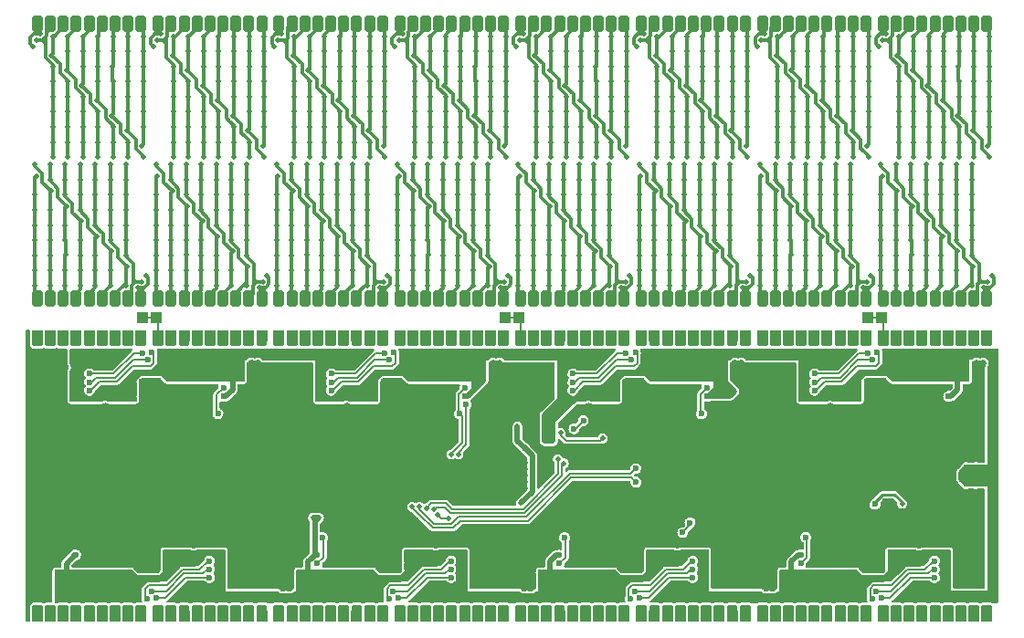
<source format=gbl>
G04 #@! TF.GenerationSoftware,KiCad,Pcbnew,(6.0.2-0)*
G04 #@! TF.CreationDate,2022-08-25T13:36:13+02:00*
G04 #@! TF.ProjectId,nixie,6e697869-652e-46b6-9963-61645f706362,rev?*
G04 #@! TF.SameCoordinates,Original*
G04 #@! TF.FileFunction,Copper,L2,Bot*
G04 #@! TF.FilePolarity,Positive*
%FSLAX46Y46*%
G04 Gerber Fmt 4.6, Leading zero omitted, Abs format (unit mm)*
G04 Created by KiCad (PCBNEW (6.0.2-0)) date 2022-08-25 13:36:13*
%MOMM*%
%LPD*%
G01*
G04 APERTURE LIST*
G04 Aperture macros list*
%AMRoundRect*
0 Rectangle with rounded corners*
0 $1 Rounding radius*
0 $2 $3 $4 $5 $6 $7 $8 $9 X,Y pos of 4 corners*
0 Add a 4 corners polygon primitive as box body*
4,1,4,$2,$3,$4,$5,$6,$7,$8,$9,$2,$3,0*
0 Add four circle primitives for the rounded corners*
1,1,$1+$1,$2,$3*
1,1,$1+$1,$4,$5*
1,1,$1+$1,$6,$7*
1,1,$1+$1,$8,$9*
0 Add four rect primitives between the rounded corners*
20,1,$1+$1,$2,$3,$4,$5,0*
20,1,$1+$1,$4,$5,$6,$7,0*
20,1,$1+$1,$6,$7,$8,$9,0*
20,1,$1+$1,$8,$9,$2,$3,0*%
%AMOutline5P*
0 Free polygon, 5 corners , with rotation*
0 The origin of the aperture is its center*
0 number of corners: always 5*
0 $1 to $10 corner X, Y*
0 $11 Rotation angle, in degrees counterclockwise*
0 create outline with 5 corners*
4,1,5,$1,$2,$3,$4,$5,$6,$7,$8,$9,$10,$1,$2,$11*%
%AMOutline6P*
0 Free polygon, 6 corners , with rotation*
0 The origin of the aperture is its center*
0 number of corners: always 6*
0 $1 to $12 corner X, Y*
0 $13 Rotation angle, in degrees counterclockwise*
0 create outline with 6 corners*
4,1,6,$1,$2,$3,$4,$5,$6,$7,$8,$9,$10,$11,$12,$1,$2,$13*%
%AMOutline7P*
0 Free polygon, 7 corners , with rotation*
0 The origin of the aperture is its center*
0 number of corners: always 7*
0 $1 to $14 corner X, Y*
0 $15 Rotation angle, in degrees counterclockwise*
0 create outline with 7 corners*
4,1,7,$1,$2,$3,$4,$5,$6,$7,$8,$9,$10,$11,$12,$13,$14,$1,$2,$15*%
%AMOutline8P*
0 Free polygon, 8 corners , with rotation*
0 The origin of the aperture is its center*
0 number of corners: always 8*
0 $1 to $16 corner X, Y*
0 $17 Rotation angle, in degrees counterclockwise*
0 create outline with 8 corners*
4,1,8,$1,$2,$3,$4,$5,$6,$7,$8,$9,$10,$11,$12,$13,$14,$15,$16,$1,$2,$17*%
G04 Aperture macros list end*
G04 #@! TA.AperFunction,ComponentPad*
%ADD10R,1.000000X1.000000*%
G04 #@! TD*
G04 #@! TA.AperFunction,ComponentPad*
%ADD11Outline5P,-0.250000X0.150000X-0.150000X0.250000X0.250000X0.250000X0.250000X-0.250000X-0.250000X-0.250000X270.000000*%
G04 #@! TD*
G04 #@! TA.AperFunction,ComponentPad*
%ADD12Outline5P,-0.250000X0.150000X-0.150000X0.250000X0.250000X0.250000X0.250000X-0.250000X-0.250000X-0.250000X0.000000*%
G04 #@! TD*
G04 #@! TA.AperFunction,ComponentPad*
%ADD13Outline5P,-0.250000X0.150000X-0.150000X0.250000X0.250000X0.250000X0.250000X-0.250000X-0.250000X-0.250000X90.000000*%
G04 #@! TD*
G04 #@! TA.AperFunction,ComponentPad*
%ADD14Outline5P,-0.250000X0.150000X-0.150000X0.250000X0.250000X0.250000X0.250000X-0.250000X-0.250000X-0.250000X180.000000*%
G04 #@! TD*
G04 #@! TA.AperFunction,SMDPad,CuDef*
%ADD15RoundRect,0.250000X0.250000X0.500000X-0.250000X0.500000X-0.250000X-0.500000X0.250000X-0.500000X0*%
G04 #@! TD*
G04 #@! TA.AperFunction,SMDPad,CuDef*
%ADD16RoundRect,0.250000X-0.250000X-0.500000X0.250000X-0.500000X0.250000X0.500000X-0.250000X0.500000X0*%
G04 #@! TD*
G04 #@! TA.AperFunction,ViaPad*
%ADD17C,0.600000*%
G04 #@! TD*
G04 #@! TA.AperFunction,ViaPad*
%ADD18C,0.500000*%
G04 #@! TD*
G04 #@! TA.AperFunction,Conductor*
%ADD19C,0.200000*%
G04 #@! TD*
G04 #@! TA.AperFunction,Conductor*
%ADD20C,0.500000*%
G04 #@! TD*
G04 #@! TA.AperFunction,Conductor*
%ADD21C,0.250000*%
G04 #@! TD*
G04 #@! TA.AperFunction,Conductor*
%ADD22C,0.300000*%
G04 #@! TD*
G04 APERTURE END LIST*
D10*
G04 #@! TO.P,,1,1*
G04 #@! TO.N,/region2/LED Driver/CA9*
X26750000Y-41900000D03*
G04 #@! TD*
G04 #@! TO.P,,1,1*
G04 #@! TO.N,/region2/LED Driver/CA9*
X25450000Y-41900000D03*
G04 #@! TD*
G04 #@! TO.P,,1,1*
G04 #@! TO.N,/region6/LED Driver/CB9*
X60350000Y-41900000D03*
G04 #@! TD*
G04 #@! TO.P,,1,1*
G04 #@! TO.N,/region6/LED Driver/CB9*
X59050000Y-41900000D03*
G04 #@! TD*
G04 #@! TO.P,,1,1*
G04 #@! TO.N,/region8/LED Driver/CA9*
X93950000Y-41900000D03*
G04 #@! TD*
G04 #@! TO.P,,1,1*
G04 #@! TO.N,/region8/LED Driver/CA9*
X92650000Y-41900000D03*
G04 #@! TD*
D11*
G04 #@! TO.P,CH124,1,1*
G04 #@! TO.N,/region7/LED Driver/CB7*
X101550000Y-68850000D03*
D10*
X101300000Y-69600000D03*
D12*
X101050000Y-68850000D03*
G04 #@! TD*
G04 #@! TO.P,CH52,1,1*
G04 #@! TO.N,/region3/LED Driver/CB7*
X56250000Y-68850000D03*
D11*
X56750000Y-68850000D03*
D10*
X56500000Y-69600000D03*
G04 #@! TD*
D13*
G04 #@! TO.P,CH27,1,1*
G04 #@! TO.N,/region2/LED Driver/CA9*
X26650000Y-44350000D03*
D14*
X27150000Y-44350000D03*
D10*
X26900000Y-43600000D03*
G04 #@! TD*
G04 #@! TO.P,CH83,1,1*
G04 #@! TO.N,/region5/LED Driver/CB2*
X72900000Y-69600000D03*
D12*
X72650000Y-68850000D03*
D11*
X73150000Y-68850000D03*
G04 #@! TD*
G04 #@! TO.P,CH77,1,1*
G04 #@! TO.N,/region5/LED Driver/CA5*
X65550000Y-68850000D03*
D12*
X65050000Y-68850000D03*
D10*
X65300000Y-69600000D03*
G04 #@! TD*
D12*
G04 #@! TO.P,CH75,1,1*
G04 #@! TO.N,/region5/LED Driver/CA3*
X62650000Y-68850000D03*
D11*
X63150000Y-68850000D03*
D10*
X62900000Y-69600000D03*
G04 #@! TD*
D14*
G04 #@! TO.P,CH62,1,1*
G04 #@! TO.N,/region4/LED Driver/CA8*
X50750000Y-44350000D03*
D10*
X50500000Y-43600000D03*
D13*
X50250000Y-44350000D03*
G04 #@! TD*
D12*
G04 #@! TO.P,CH117,1,1*
G04 #@! TO.N,/region7/LED Driver/CA9*
X92250000Y-68850000D03*
D10*
X92500000Y-69600000D03*
D11*
X92750000Y-68850000D03*
G04 #@! TD*
D12*
G04 #@! TO.P,CH118,1,1*
G04 #@! TO.N,/region7/LED Driver/CB1*
X93850000Y-68850000D03*
D10*
X94100000Y-69600000D03*
D11*
X94350000Y-68850000D03*
G04 #@! TD*
D10*
G04 #@! TO.P,CH11,1,1*
G04 #@! TO.N,/region1/LED Driver/CB2*
X28100000Y-69600000D03*
D11*
X28350000Y-68850000D03*
D12*
X27850000Y-68850000D03*
G04 #@! TD*
D13*
G04 #@! TO.P,CH36,1,1*
G04 #@! TO.N,/region2/LED Driver/CB9*
X15450000Y-44350000D03*
D10*
X15700000Y-43600000D03*
D14*
X15950000Y-44350000D03*
G04 #@! TD*
D10*
G04 #@! TO.P,CH54,1,1*
G04 #@! TO.N,/region3/LED Driver/CB9*
X58900000Y-69600000D03*
D12*
X58650000Y-68850000D03*
D11*
X59150000Y-68850000D03*
G04 #@! TD*
D10*
G04 #@! TO.P,CH84,1,1*
G04 #@! TO.N,/region5/LED Driver/CB3*
X74100000Y-69600000D03*
D11*
X74350000Y-68850000D03*
D12*
X73850000Y-68850000D03*
G04 #@! TD*
D11*
G04 #@! TO.P,CH87,1,1*
G04 #@! TO.N,/region5/LED Driver/CB6*
X77950000Y-68850000D03*
D10*
X77700000Y-69600000D03*
D12*
X77450000Y-68850000D03*
G04 #@! TD*
D13*
G04 #@! TO.P,CH107,1,1*
G04 #@! TO.N,/region6/LED Driver/CB8*
X61450000Y-44350000D03*
D10*
X61700000Y-43600000D03*
D14*
X61950000Y-44350000D03*
G04 #@! TD*
D10*
G04 #@! TO.P,CH40,1,1*
G04 #@! TO.N,/region3/LED Driver/CA4*
X41700000Y-69600000D03*
D11*
X41950000Y-68850000D03*
D12*
X41450000Y-68850000D03*
G04 #@! TD*
G04 #@! TO.P,CH81,1,1*
G04 #@! TO.N,/region5/LED Driver/CA9*
X69850000Y-68850000D03*
D10*
X70100000Y-69600000D03*
D11*
X70350000Y-68850000D03*
G04 #@! TD*
D14*
G04 #@! TO.P,CH132,1,1*
G04 #@! TO.N,/region8/LED Driver/CA6*
X97950000Y-44350000D03*
D13*
X97450000Y-44350000D03*
D10*
X97700000Y-43600000D03*
G04 #@! TD*
G04 #@! TO.P,CH122,1,1*
G04 #@! TO.N,/region7/LED Driver/CB5*
X98900000Y-69600000D03*
D11*
X99150000Y-68850000D03*
D12*
X98650000Y-68850000D03*
G04 #@! TD*
D10*
G04 #@! TO.P,CH37,1,1*
G04 #@! TO.N,/region3/LED Driver/CA1*
X38100000Y-69600000D03*
D11*
X38350000Y-68850000D03*
D12*
X37850000Y-68850000D03*
G04 #@! TD*
D14*
G04 #@! TO.P,CH28,1,1*
G04 #@! TO.N,/region2/LED Driver/CB1*
X25550000Y-44350000D03*
D10*
X25300000Y-43600000D03*
D13*
X25050000Y-44350000D03*
G04 #@! TD*
D12*
G04 #@! TO.P,CH48,1,1*
G04 #@! TO.N,/region3/LED Driver/CB3*
X51450000Y-68850000D03*
D11*
X51950000Y-68850000D03*
D10*
X51700000Y-69600000D03*
G04 #@! TD*
D13*
G04 #@! TO.P,CH105,1,1*
G04 #@! TO.N,/region6/LED Driver/CB6*
X63850000Y-44350000D03*
D14*
X64350000Y-44350000D03*
D10*
X64100000Y-43600000D03*
G04 #@! TD*
G04 #@! TO.P,CH131,1,1*
G04 #@! TO.N,/region8/LED Driver/CA5*
X98900000Y-43600000D03*
D14*
X99150000Y-44350000D03*
D13*
X98650000Y-44350000D03*
G04 #@! TD*
D10*
G04 #@! TO.P,CH57,1,1*
G04 #@! TO.N,/region4/LED Driver/CA3*
X56500000Y-43600000D03*
D13*
X56250000Y-44350000D03*
D14*
X56750000Y-44350000D03*
G04 #@! TD*
D10*
G04 #@! TO.P,CH98,1,1*
G04 #@! TO.N,/region6/LED Driver/CA8*
X72900000Y-43600000D03*
D13*
X72650000Y-44350000D03*
D14*
X73150000Y-44350000D03*
G04 #@! TD*
D10*
G04 #@! TO.P,CH73,1,1*
G04 #@! TO.N,/region5/LED Driver/CA1*
X60500000Y-69600000D03*
D11*
X60750000Y-68850000D03*
D12*
X60250000Y-68850000D03*
G04 #@! TD*
D10*
G04 #@! TO.P,CH92,1,1*
G04 #@! TO.N,/region6/LED Driver/CA2*
X80100000Y-43600000D03*
D14*
X80350000Y-44350000D03*
D13*
X79850000Y-44350000D03*
G04 #@! TD*
D10*
G04 #@! TO.P,CH31,1,1*
G04 #@! TO.N,/region2/LED Driver/CB4*
X21700000Y-43600000D03*
D13*
X21450000Y-44350000D03*
D14*
X21950000Y-44350000D03*
G04 #@! TD*
D11*
G04 #@! TO.P,CH38,1,1*
G04 #@! TO.N,/region3/LED Driver/CA2*
X39550000Y-68850000D03*
D10*
X39300000Y-69600000D03*
D12*
X39050000Y-68850000D03*
G04 #@! TD*
D10*
G04 #@! TO.P,CH103,1,1*
G04 #@! TO.N,/region6/LED Driver/CB4*
X66500000Y-43600000D03*
D13*
X66250000Y-44350000D03*
D14*
X66750000Y-44350000D03*
G04 #@! TD*
D10*
G04 #@! TO.P,CH106,1,1*
G04 #@! TO.N,/region6/LED Driver/CB7*
X62900000Y-43600000D03*
D14*
X63150000Y-44350000D03*
D13*
X62650000Y-44350000D03*
G04 #@! TD*
D12*
G04 #@! TO.P,CH5,1,1*
G04 #@! TO.N,/region1/LED Driver/CA5*
X20250000Y-68850000D03*
D10*
X20500000Y-69600000D03*
D11*
X20750000Y-68850000D03*
G04 #@! TD*
D10*
G04 #@! TO.P,CH82,1,1*
G04 #@! TO.N,/region5/LED Driver/CB1*
X71700000Y-69600000D03*
D11*
X71950000Y-68850000D03*
D12*
X71450000Y-68850000D03*
G04 #@! TD*
D10*
G04 #@! TO.P,CH9,1,1*
G04 #@! TO.N,/region1/LED Driver/CA9*
X25300000Y-69600000D03*
D11*
X25550000Y-68850000D03*
D12*
X25050000Y-68850000D03*
G04 #@! TD*
D11*
G04 #@! TO.P,CH89,1,1*
G04 #@! TO.N,/region5/LED Driver/CB8*
X80350000Y-68850000D03*
D10*
X80100000Y-69600000D03*
D12*
X79850000Y-68850000D03*
G04 #@! TD*
G04 #@! TO.P,CH126,1,1*
G04 #@! TO.N,/region7/LED Driver/CB9*
X103450000Y-68850000D03*
D10*
X103700000Y-69600000D03*
D11*
X103950000Y-68850000D03*
G04 #@! TD*
D10*
G04 #@! TO.P,CH7,1,1*
G04 #@! TO.N,/region1/LED Driver/CA7*
X22900000Y-69600000D03*
D12*
X22650000Y-68850000D03*
D11*
X23150000Y-68850000D03*
G04 #@! TD*
G04 #@! TO.P,CH13,1,1*
G04 #@! TO.N,/region1/LED Driver/CB4*
X30750000Y-68850000D03*
D12*
X30250000Y-68850000D03*
D10*
X30500000Y-69600000D03*
G04 #@! TD*
G04 #@! TO.P,CH86,1,1*
G04 #@! TO.N,/region5/LED Driver/CB5*
X76500000Y-69600000D03*
D11*
X76750000Y-68850000D03*
D12*
X76250000Y-68850000D03*
G04 #@! TD*
D14*
G04 #@! TO.P,CH95,1,1*
G04 #@! TO.N,/region6/LED Driver/CA5*
X76750000Y-44350000D03*
D13*
X76250000Y-44350000D03*
D10*
X76500000Y-43600000D03*
G04 #@! TD*
D14*
G04 #@! TO.P,CH19,1,1*
G04 #@! TO.N,/region2/LED Driver/CA1*
X36750000Y-44350000D03*
D10*
X36500000Y-43600000D03*
D13*
X36250000Y-44350000D03*
G04 #@! TD*
D10*
G04 #@! TO.P,CH25,1,1*
G04 #@! TO.N,/region2/LED Driver/CA7*
X29300000Y-43600000D03*
D13*
X29050000Y-44350000D03*
D14*
X29550000Y-44350000D03*
G04 #@! TD*
D13*
G04 #@! TO.P,CH137,1,1*
G04 #@! TO.N,/region8/LED Driver/CB2*
X91050000Y-44350000D03*
D10*
X91300000Y-43600000D03*
D14*
X91550000Y-44350000D03*
G04 #@! TD*
D12*
G04 #@! TO.P,CH12,1,1*
G04 #@! TO.N,/region1/LED Driver/CB3*
X29050000Y-68850000D03*
D11*
X29550000Y-68850000D03*
D10*
X29300000Y-69600000D03*
G04 #@! TD*
D12*
G04 #@! TO.P,CH76,1,1*
G04 #@! TO.N,/region5/LED Driver/CA4*
X63850000Y-68850000D03*
D10*
X64100000Y-69600000D03*
D11*
X64350000Y-68850000D03*
G04 #@! TD*
D10*
G04 #@! TO.P,CH80,1,1*
G04 #@! TO.N,/region5/LED Driver/CA8*
X68900000Y-69600000D03*
D11*
X69150000Y-68850000D03*
D12*
X68650000Y-68850000D03*
G04 #@! TD*
D14*
G04 #@! TO.P,CH29,1,1*
G04 #@! TO.N,/region2/LED Driver/CB2*
X24350000Y-44350000D03*
D10*
X24100000Y-43600000D03*
D13*
X23850000Y-44350000D03*
G04 #@! TD*
D11*
G04 #@! TO.P,CH115,1,1*
G04 #@! TO.N,/region7/LED Driver/CA7*
X90350000Y-68850000D03*
D10*
X90100000Y-69600000D03*
D12*
X89850000Y-68850000D03*
G04 #@! TD*
D10*
G04 #@! TO.P,CH135,1,1*
G04 #@! TO.N,/region8/LED Driver/CA9*
X94100000Y-43600000D03*
D14*
X94350000Y-44350000D03*
D13*
X93850000Y-44350000D03*
G04 #@! TD*
D10*
G04 #@! TO.P,CH26,1,1*
G04 #@! TO.N,/region2/LED Driver/CA8*
X28100000Y-43600000D03*
D13*
X27850000Y-44350000D03*
D14*
X28350000Y-44350000D03*
G04 #@! TD*
D13*
G04 #@! TO.P,CH20,1,1*
G04 #@! TO.N,/region2/LED Driver/CA2*
X35050000Y-44350000D03*
D14*
X35550000Y-44350000D03*
D10*
X35300000Y-43600000D03*
G04 #@! TD*
G04 #@! TO.P,CH2,1,1*
G04 #@! TO.N,/region1/LED Driver/CA2*
X16900000Y-69600000D03*
D11*
X17150000Y-68850000D03*
D12*
X16650000Y-68850000D03*
G04 #@! TD*
D11*
G04 #@! TO.P,CH119,1,1*
G04 #@! TO.N,/region7/LED Driver/CB2*
X95550000Y-68850000D03*
D10*
X95300000Y-69600000D03*
D12*
X95050000Y-68850000D03*
G04 #@! TD*
D10*
G04 #@! TO.P,CH61,1,1*
G04 #@! TO.N,/region4/LED Driver/CA7*
X51700000Y-43600000D03*
D14*
X51950000Y-44350000D03*
D13*
X51450000Y-44350000D03*
G04 #@! TD*
G04 #@! TO.P,CH133,1,1*
G04 #@! TO.N,/region8/LED Driver/CA7*
X96250000Y-44350000D03*
D10*
X96500000Y-43600000D03*
D14*
X96750000Y-44350000D03*
G04 #@! TD*
D11*
G04 #@! TO.P,CH79,1,1*
G04 #@! TO.N,/region5/LED Driver/CA7*
X67950000Y-68850000D03*
D10*
X67700000Y-69600000D03*
D12*
X67450000Y-68850000D03*
G04 #@! TD*
D14*
G04 #@! TO.P,CH63,1,1*
G04 #@! TO.N,/region4/LED Driver/CA9*
X49550000Y-44350000D03*
D10*
X49300000Y-43600000D03*
D13*
X49050000Y-44350000D03*
G04 #@! TD*
D11*
G04 #@! TO.P,CH53,1,1*
G04 #@! TO.N,/region3/LED Driver/CB8*
X57950000Y-68850000D03*
D10*
X57700000Y-69600000D03*
D12*
X57450000Y-68850000D03*
G04 #@! TD*
G04 #@! TO.P,CH41,1,1*
G04 #@! TO.N,/region3/LED Driver/CA5*
X42650000Y-68850000D03*
D10*
X42900000Y-69600000D03*
D11*
X43150000Y-68850000D03*
G04 #@! TD*
D10*
G04 #@! TO.P,CH21,1,1*
G04 #@! TO.N,/region2/LED Driver/CA3*
X34100000Y-43600000D03*
D14*
X34350000Y-44350000D03*
D13*
X33850000Y-44350000D03*
G04 #@! TD*
D14*
G04 #@! TO.P,CH65,1,1*
G04 #@! TO.N,/region4/LED Driver/CB2*
X46750000Y-44350000D03*
D13*
X46250000Y-44350000D03*
D10*
X46500000Y-43600000D03*
G04 #@! TD*
D13*
G04 #@! TO.P,CH104,1,1*
G04 #@! TO.N,/region6/LED Driver/CB5*
X65050000Y-44350000D03*
D14*
X65550000Y-44350000D03*
D10*
X65300000Y-43600000D03*
G04 #@! TD*
D12*
G04 #@! TO.P,CH47,1,1*
G04 #@! TO.N,/region3/LED Driver/CB2*
X50250000Y-68850000D03*
D11*
X50750000Y-68850000D03*
D10*
X50500000Y-69600000D03*
G04 #@! TD*
D14*
G04 #@! TO.P,CH102,1,1*
G04 #@! TO.N,/region6/LED Driver/CB3*
X67950000Y-44350000D03*
D10*
X67700000Y-43600000D03*
D13*
X67450000Y-44350000D03*
G04 #@! TD*
G04 #@! TO.P,CH23,1,1*
G04 #@! TO.N,/region2/LED Driver/CA5*
X31450000Y-44350000D03*
D14*
X31950000Y-44350000D03*
D10*
X31700000Y-43600000D03*
G04 #@! TD*
D12*
G04 #@! TO.P,CH46,1,1*
G04 #@! TO.N,/region3/LED Driver/CB1*
X49050000Y-68850000D03*
D11*
X49550000Y-68850000D03*
D10*
X49300000Y-69600000D03*
G04 #@! TD*
D12*
G04 #@! TO.P,CH111,1,1*
G04 #@! TO.N,/region7/LED Driver/CA3*
X85050000Y-68850000D03*
D11*
X85550000Y-68850000D03*
D10*
X85300000Y-69600000D03*
G04 #@! TD*
D14*
G04 #@! TO.P,CH64,1,1*
G04 #@! TO.N,/region4/LED Driver/CB1*
X47950000Y-44350000D03*
D13*
X47450000Y-44350000D03*
D10*
X47700000Y-43600000D03*
G04 #@! TD*
G04 #@! TO.P,CH93,1,1*
G04 #@! TO.N,/region6/LED Driver/CA3*
X78900000Y-43600000D03*
D13*
X78650000Y-44350000D03*
D14*
X79150000Y-44350000D03*
G04 #@! TD*
G04 #@! TO.P,CH134,1,1*
G04 #@! TO.N,/region8/LED Driver/CA8*
X95550000Y-44350000D03*
D10*
X95300000Y-43600000D03*
D13*
X95050000Y-44350000D03*
G04 #@! TD*
D12*
G04 #@! TO.P,CH116,1,1*
G04 #@! TO.N,/region7/LED Driver/CA8*
X91050000Y-68850000D03*
D10*
X91300000Y-69600000D03*
D11*
X91550000Y-68850000D03*
G04 #@! TD*
D10*
G04 #@! TO.P,CH17,1,1*
G04 #@! TO.N,/region1/LED Driver/CB8*
X35300000Y-69600000D03*
D12*
X35050000Y-68850000D03*
D11*
X35550000Y-68850000D03*
G04 #@! TD*
D12*
G04 #@! TO.P,CH74,1,1*
G04 #@! TO.N,/region5/LED Driver/CA2*
X61450000Y-68850000D03*
D10*
X61700000Y-69600000D03*
D11*
X61950000Y-68850000D03*
G04 #@! TD*
D10*
G04 #@! TO.P,CH59,1,1*
G04 #@! TO.N,/region4/LED Driver/CA5*
X54100000Y-43600000D03*
D13*
X53850000Y-44350000D03*
D14*
X54350000Y-44350000D03*
G04 #@! TD*
G04 #@! TO.P,CH97,1,1*
G04 #@! TO.N,/region6/LED Driver/CA7*
X74350000Y-44350000D03*
D13*
X73850000Y-44350000D03*
D10*
X74100000Y-43600000D03*
G04 #@! TD*
G04 #@! TO.P,CH100,1,1*
G04 #@! TO.N,/region6/LED Driver/CB1*
X70100000Y-43600000D03*
D13*
X69850000Y-44350000D03*
D14*
X70350000Y-44350000D03*
G04 #@! TD*
D13*
G04 #@! TO.P,CH30,1,1*
G04 #@! TO.N,/region2/LED Driver/CB3*
X22650000Y-44350000D03*
D10*
X22900000Y-43600000D03*
D14*
X23150000Y-44350000D03*
G04 #@! TD*
D12*
G04 #@! TO.P,CH42,1,1*
G04 #@! TO.N,/region3/LED Driver/CA6*
X43850000Y-68850000D03*
D11*
X44350000Y-68850000D03*
D10*
X44100000Y-69600000D03*
G04 #@! TD*
D11*
G04 #@! TO.P,CH125,1,1*
G04 #@! TO.N,/region7/LED Driver/CB8*
X102750000Y-68850000D03*
D10*
X102500000Y-69600000D03*
D12*
X102250000Y-68850000D03*
G04 #@! TD*
D11*
G04 #@! TO.P,CH90,1,1*
G04 #@! TO.N,/region5/LED Driver/CB9*
X81550000Y-68850000D03*
D10*
X81300000Y-69600000D03*
D12*
X81050000Y-68850000D03*
G04 #@! TD*
D14*
G04 #@! TO.P,CH108,1,1*
G04 #@! TO.N,/region6/LED Driver/CB9*
X60750000Y-44350000D03*
D13*
X60250000Y-44350000D03*
D10*
X60500000Y-43600000D03*
G04 #@! TD*
D12*
G04 #@! TO.P,CH49,1,1*
G04 #@! TO.N,/region3/LED Driver/CB4*
X52650000Y-68850000D03*
D10*
X52900000Y-69600000D03*
D11*
X53150000Y-68850000D03*
G04 #@! TD*
G04 #@! TO.P,CH6,1,1*
G04 #@! TO.N,/region1/LED Driver/CA6*
X21950000Y-68850000D03*
D10*
X21700000Y-69600000D03*
D12*
X21450000Y-68850000D03*
G04 #@! TD*
D11*
G04 #@! TO.P,CH109,1,1*
G04 #@! TO.N,/region7/LED Driver/CA1*
X83150000Y-68850000D03*
D12*
X82650000Y-68850000D03*
D10*
X82900000Y-69600000D03*
G04 #@! TD*
G04 #@! TO.P,CH144,1,1*
G04 #@! TO.N,/region8/LED Driver/CB9*
X82900000Y-43600000D03*
D13*
X82650000Y-44350000D03*
D14*
X83150000Y-44350000D03*
G04 #@! TD*
D10*
G04 #@! TO.P,CH68,1,1*
G04 #@! TO.N,/region4/LED Driver/CB5*
X42900000Y-43600000D03*
D14*
X43150000Y-44350000D03*
D13*
X42650000Y-44350000D03*
G04 #@! TD*
D10*
G04 #@! TO.P,CH39,1,1*
G04 #@! TO.N,/region3/LED Driver/CA3*
X40500000Y-69600000D03*
D12*
X40250000Y-68850000D03*
D11*
X40750000Y-68850000D03*
G04 #@! TD*
D12*
G04 #@! TO.P,CH78,1,1*
G04 #@! TO.N,/region5/LED Driver/CA6*
X66250000Y-68850000D03*
D10*
X66500000Y-69600000D03*
D11*
X66750000Y-68850000D03*
G04 #@! TD*
D10*
G04 #@! TO.P,CH33,1,1*
G04 #@! TO.N,/region2/LED Driver/CB6*
X19300000Y-43600000D03*
D14*
X19550000Y-44350000D03*
D13*
X19050000Y-44350000D03*
G04 #@! TD*
G04 #@! TO.P,CH70,1,1*
G04 #@! TO.N,/region4/LED Driver/CB7*
X40250000Y-44350000D03*
D10*
X40500000Y-43600000D03*
D14*
X40750000Y-44350000D03*
G04 #@! TD*
D10*
G04 #@! TO.P,CH140,1,1*
G04 #@! TO.N,/region8/LED Driver/CB5*
X87700000Y-43600000D03*
D13*
X87450000Y-44350000D03*
D14*
X87950000Y-44350000D03*
G04 #@! TD*
D10*
G04 #@! TO.P,CH136,1,1*
G04 #@! TO.N,/region8/LED Driver/CB1*
X92500000Y-43600000D03*
D13*
X92250000Y-44350000D03*
D14*
X92750000Y-44350000D03*
G04 #@! TD*
D11*
G04 #@! TO.P,CH113,1,1*
G04 #@! TO.N,/region7/LED Driver/CA5*
X87950000Y-68850000D03*
D12*
X87450000Y-68850000D03*
D10*
X87700000Y-69600000D03*
G04 #@! TD*
D14*
G04 #@! TO.P,CH69,1,1*
G04 #@! TO.N,/region4/LED Driver/CB6*
X41950000Y-44350000D03*
D10*
X41700000Y-43600000D03*
D13*
X41450000Y-44350000D03*
G04 #@! TD*
D11*
G04 #@! TO.P,CH1,1,1*
G04 #@! TO.N,/region1/LED Driver/CA1*
X15950000Y-68850000D03*
D10*
X15700000Y-69600000D03*
D12*
X15450000Y-68850000D03*
G04 #@! TD*
D11*
G04 #@! TO.P,CH16,1,1*
G04 #@! TO.N,/region1/LED Driver/CB7*
X34350000Y-68850000D03*
D10*
X34100000Y-69600000D03*
D12*
X33850000Y-68850000D03*
G04 #@! TD*
D10*
G04 #@! TO.P,CH139,1,1*
G04 #@! TO.N,/region8/LED Driver/CB4*
X88900000Y-43600000D03*
D14*
X89150000Y-44350000D03*
D13*
X88650000Y-44350000D03*
G04 #@! TD*
D10*
G04 #@! TO.P,CH44,1,1*
G04 #@! TO.N,/region3/LED Driver/CA8*
X46500000Y-69600000D03*
D12*
X46250000Y-68850000D03*
D11*
X46750000Y-68850000D03*
G04 #@! TD*
G04 #@! TO.P,CH3,1,1*
G04 #@! TO.N,/region1/LED Driver/CA3*
X18350000Y-68850000D03*
D10*
X18100000Y-69600000D03*
D12*
X17850000Y-68850000D03*
G04 #@! TD*
D13*
G04 #@! TO.P,CH138,1,1*
G04 #@! TO.N,/region8/LED Driver/CB3*
X89850000Y-44350000D03*
D10*
X90100000Y-43600000D03*
D14*
X90350000Y-44350000D03*
G04 #@! TD*
D11*
G04 #@! TO.P,CH45,1,1*
G04 #@! TO.N,/region3/LED Driver/CA9*
X47950000Y-68850000D03*
D10*
X47700000Y-69600000D03*
D12*
X47450000Y-68850000D03*
G04 #@! TD*
D11*
G04 #@! TO.P,CH18,1,1*
G04 #@! TO.N,/region1/LED Driver/CB9*
X36750000Y-68850000D03*
D12*
X36250000Y-68850000D03*
D10*
X36500000Y-69600000D03*
G04 #@! TD*
D14*
G04 #@! TO.P,CH141,1,1*
G04 #@! TO.N,/region8/LED Driver/CB6*
X86750000Y-44350000D03*
D10*
X86500000Y-43600000D03*
D13*
X86250000Y-44350000D03*
G04 #@! TD*
D11*
G04 #@! TO.P,CH85,1,1*
G04 #@! TO.N,/region5/LED Driver/CB4*
X75550000Y-68850000D03*
D12*
X75050000Y-68850000D03*
D10*
X75300000Y-69600000D03*
G04 #@! TD*
D12*
G04 #@! TO.P,CH120,1,1*
G04 #@! TO.N,/region7/LED Driver/CB3*
X96250000Y-68850000D03*
D10*
X96500000Y-69600000D03*
D11*
X96750000Y-68850000D03*
G04 #@! TD*
D10*
G04 #@! TO.P,CH101,1,1*
G04 #@! TO.N,/region6/LED Driver/CB2*
X68900000Y-43600000D03*
D13*
X68650000Y-44350000D03*
D14*
X69150000Y-44350000D03*
G04 #@! TD*
D12*
G04 #@! TO.P,CH110,1,1*
G04 #@! TO.N,/region7/LED Driver/CA2*
X83850000Y-68850000D03*
D10*
X84100000Y-69600000D03*
D11*
X84350000Y-68850000D03*
G04 #@! TD*
D13*
G04 #@! TO.P,CH24,1,1*
G04 #@! TO.N,/region2/LED Driver/CA6*
X30250000Y-44350000D03*
D14*
X30750000Y-44350000D03*
D10*
X30500000Y-43600000D03*
G04 #@! TD*
D14*
G04 #@! TO.P,CH35,1,1*
G04 #@! TO.N,/region2/LED Driver/CB8*
X17150000Y-44350000D03*
D10*
X16900000Y-43600000D03*
D13*
X16650000Y-44350000D03*
G04 #@! TD*
D11*
G04 #@! TO.P,CH121,1,1*
G04 #@! TO.N,/region7/LED Driver/CB4*
X97950000Y-68850000D03*
D10*
X97700000Y-69600000D03*
D12*
X97450000Y-68850000D03*
G04 #@! TD*
D13*
G04 #@! TO.P,CH56,1,1*
G04 #@! TO.N,/region4/LED Driver/CA2*
X57450000Y-44350000D03*
D14*
X57950000Y-44350000D03*
D10*
X57700000Y-43600000D03*
G04 #@! TD*
D13*
G04 #@! TO.P,CH60,1,1*
G04 #@! TO.N,/region4/LED Driver/CA6*
X52650000Y-44350000D03*
D14*
X53150000Y-44350000D03*
D10*
X52900000Y-43600000D03*
G04 #@! TD*
D12*
G04 #@! TO.P,CH50,1,1*
G04 #@! TO.N,/region3/LED Driver/CB5*
X53850000Y-68850000D03*
D10*
X54100000Y-69600000D03*
D11*
X54350000Y-68850000D03*
G04 #@! TD*
D12*
G04 #@! TO.P,CH4,1,1*
G04 #@! TO.N,/region1/LED Driver/CA4*
X19050000Y-68850000D03*
D11*
X19550000Y-68850000D03*
D10*
X19300000Y-69600000D03*
G04 #@! TD*
G04 #@! TO.P,CH128,1,1*
G04 #@! TO.N,/region8/LED Driver/CA2*
X102500000Y-43600000D03*
D13*
X102250000Y-44350000D03*
D14*
X102750000Y-44350000D03*
G04 #@! TD*
D11*
G04 #@! TO.P,CH10,1,1*
G04 #@! TO.N,/region1/LED Driver/CB1*
X27150000Y-68850000D03*
D12*
X26650000Y-68850000D03*
D10*
X26900000Y-69600000D03*
G04 #@! TD*
G04 #@! TO.P,CH34,1,1*
G04 #@! TO.N,/region2/LED Driver/CB7*
X18100000Y-43600000D03*
D13*
X17850000Y-44350000D03*
D14*
X18350000Y-44350000D03*
G04 #@! TD*
D10*
G04 #@! TO.P,CH123,1,1*
G04 #@! TO.N,/region7/LED Driver/CB6*
X100100000Y-69600000D03*
D12*
X99850000Y-68850000D03*
D11*
X100350000Y-68850000D03*
G04 #@! TD*
D12*
G04 #@! TO.P,CH43,1,1*
G04 #@! TO.N,/region3/LED Driver/CA7*
X45050000Y-68850000D03*
D11*
X45550000Y-68850000D03*
D10*
X45300000Y-69600000D03*
G04 #@! TD*
D12*
G04 #@! TO.P,CH114,1,1*
G04 #@! TO.N,/region7/LED Driver/CA6*
X88650000Y-68850000D03*
D11*
X89150000Y-68850000D03*
D10*
X88900000Y-69600000D03*
G04 #@! TD*
G04 #@! TO.P,CH8,1,1*
G04 #@! TO.N,/region1/LED Driver/CA8*
X24100000Y-69600000D03*
D11*
X24350000Y-68850000D03*
D12*
X23850000Y-68850000D03*
G04 #@! TD*
D11*
G04 #@! TO.P,CH51,1,1*
G04 #@! TO.N,/region3/LED Driver/CB6*
X55550000Y-68850000D03*
D10*
X55300000Y-69600000D03*
D12*
X55050000Y-68850000D03*
G04 #@! TD*
D10*
G04 #@! TO.P,CH91,1,1*
G04 #@! TO.N,/region6/LED Driver/CA1*
X81300000Y-43600000D03*
D13*
X81050000Y-44350000D03*
D14*
X81550000Y-44350000D03*
G04 #@! TD*
G04 #@! TO.P,CH72,1,1*
G04 #@! TO.N,/region4/LED Driver/CB9*
X38350000Y-44350000D03*
D13*
X37850000Y-44350000D03*
D10*
X38100000Y-43600000D03*
G04 #@! TD*
D14*
G04 #@! TO.P,CH22,1,1*
G04 #@! TO.N,/region2/LED Driver/CA4*
X33150000Y-44350000D03*
D13*
X32650000Y-44350000D03*
D10*
X32900000Y-43600000D03*
G04 #@! TD*
G04 #@! TO.P,CH142,1,1*
G04 #@! TO.N,/region8/LED Driver/CB7*
X85300000Y-43600000D03*
D14*
X85550000Y-44350000D03*
D13*
X85050000Y-44350000D03*
G04 #@! TD*
D14*
G04 #@! TO.P,CH55,1,1*
G04 #@! TO.N,/region4/LED Driver/CA1*
X59150000Y-44350000D03*
D10*
X58900000Y-43600000D03*
D13*
X58650000Y-44350000D03*
G04 #@! TD*
D10*
G04 #@! TO.P,CH96,1,1*
G04 #@! TO.N,/region6/LED Driver/CA6*
X75300000Y-43600000D03*
D14*
X75550000Y-44350000D03*
D13*
X75050000Y-44350000D03*
G04 #@! TD*
D11*
G04 #@! TO.P,CH14,1,1*
G04 #@! TO.N,/region1/LED Driver/CB5*
X31950000Y-68850000D03*
D10*
X31700000Y-69600000D03*
D12*
X31450000Y-68850000D03*
G04 #@! TD*
D14*
G04 #@! TO.P,CH71,1,1*
G04 #@! TO.N,/region4/LED Driver/CB8*
X39550000Y-44350000D03*
D10*
X39300000Y-43600000D03*
D13*
X39050000Y-44350000D03*
G04 #@! TD*
G04 #@! TO.P,CH99,1,1*
G04 #@! TO.N,/region6/LED Driver/CA9*
X71450000Y-44350000D03*
D14*
X71950000Y-44350000D03*
D10*
X71700000Y-43600000D03*
G04 #@! TD*
G04 #@! TO.P,CH127,1,1*
G04 #@! TO.N,/region8/LED Driver/CA1*
X103700000Y-43600000D03*
D13*
X103450000Y-44350000D03*
D14*
X103950000Y-44350000D03*
G04 #@! TD*
G04 #@! TO.P,CH32,1,1*
G04 #@! TO.N,/region2/LED Driver/CB5*
X20750000Y-44350000D03*
D10*
X20500000Y-43600000D03*
D13*
X20250000Y-44350000D03*
G04 #@! TD*
G04 #@! TO.P,CH143,1,1*
G04 #@! TO.N,/region8/LED Driver/CB8*
X83850000Y-44350000D03*
D14*
X84350000Y-44350000D03*
D10*
X84100000Y-43600000D03*
G04 #@! TD*
D13*
G04 #@! TO.P,CH94,1,1*
G04 #@! TO.N,/region6/LED Driver/CA4*
X77450000Y-44350000D03*
D14*
X77950000Y-44350000D03*
D10*
X77700000Y-43600000D03*
G04 #@! TD*
D13*
G04 #@! TO.P,CH58,1,1*
G04 #@! TO.N,/region4/LED Driver/CA4*
X55050000Y-44350000D03*
D14*
X55550000Y-44350000D03*
D10*
X55300000Y-43600000D03*
G04 #@! TD*
D14*
G04 #@! TO.P,CH129,1,1*
G04 #@! TO.N,/region8/LED Driver/CA3*
X101550000Y-44350000D03*
D13*
X101050000Y-44350000D03*
D10*
X101300000Y-43600000D03*
G04 #@! TD*
D14*
G04 #@! TO.P,CH130,1,1*
G04 #@! TO.N,/region8/LED Driver/CA4*
X100350000Y-44350000D03*
D10*
X100100000Y-43600000D03*
D13*
X99850000Y-44350000D03*
G04 #@! TD*
D11*
G04 #@! TO.P,CH15,1,1*
G04 #@! TO.N,/region1/LED Driver/CB6*
X33150000Y-68850000D03*
D12*
X32650000Y-68850000D03*
D10*
X32900000Y-69600000D03*
G04 #@! TD*
G04 #@! TO.P,CH88,1,1*
G04 #@! TO.N,/region5/LED Driver/CB7*
X78900000Y-69600000D03*
D11*
X79150000Y-68850000D03*
D12*
X78650000Y-68850000D03*
G04 #@! TD*
D10*
G04 #@! TO.P,CH112,1,1*
G04 #@! TO.N,/region7/LED Driver/CA4*
X86500000Y-69600000D03*
D12*
X86250000Y-68850000D03*
D11*
X86750000Y-68850000D03*
G04 #@! TD*
D13*
G04 #@! TO.P,CH66,1,1*
G04 #@! TO.N,/region4/LED Driver/CB3*
X45050000Y-44350000D03*
D10*
X45300000Y-43600000D03*
D14*
X45550000Y-44350000D03*
G04 #@! TD*
D13*
G04 #@! TO.P,CH67,1,1*
G04 #@! TO.N,/region4/LED Driver/CB4*
X43850000Y-44350000D03*
D14*
X44350000Y-44350000D03*
D10*
X44100000Y-43600000D03*
G04 #@! TD*
D15*
G04 #@! TO.P,CP64,1,1*
G04 #@! TO.N,/region4/Screen/CB1*
X47700000Y-40150000D03*
G04 #@! TD*
G04 #@! TO.P,CP104,1,1*
G04 #@! TO.N,/region6/Screen/CB5*
X65300000Y-40150000D03*
G04 #@! TD*
G04 #@! TO.P,CP142,1,1*
G04 #@! TO.N,/region8/Screen/CB7*
X85300000Y-40150000D03*
G04 #@! TD*
D16*
G04 #@! TO.P,CP12,1,1*
G04 #@! TO.N,/region1/Screen/CB3*
X29300000Y-14650000D03*
G04 #@! TD*
G04 #@! TO.P,CP4,1,1*
G04 #@! TO.N,/region1/Screen/CA4*
X19300000Y-14650000D03*
G04 #@! TD*
D15*
G04 #@! TO.P,CP32,1,1*
G04 #@! TO.N,/region2/Screen/CB5*
X20500000Y-40150000D03*
G04 #@! TD*
D16*
G04 #@! TO.P,CP126,1,1*
G04 #@! TO.N,/region7/Screen/CB9*
X103700000Y-14650000D03*
G04 #@! TD*
D15*
G04 #@! TO.P,CP35,1,1*
G04 #@! TO.N,/region2/Screen/CB8*
X16900000Y-40150000D03*
G04 #@! TD*
D16*
G04 #@! TO.P,CP85,1,1*
G04 #@! TO.N,/region5/Screen/CB4*
X75300000Y-14650000D03*
G04 #@! TD*
D15*
G04 #@! TO.P,CP106,1,1*
G04 #@! TO.N,/region6/Screen/CB7*
X62900000Y-40150000D03*
G04 #@! TD*
G04 #@! TO.P,CP130,1,1*
G04 #@! TO.N,/region8/Screen/CA4*
X100100000Y-40150000D03*
G04 #@! TD*
D16*
G04 #@! TO.P,CP49,1,1*
G04 #@! TO.N,/region3/Screen/CB4*
X52900000Y-14650000D03*
G04 #@! TD*
G04 #@! TO.P,CP1,1,1*
G04 #@! TO.N,/region1/Screen/CA1*
X15700000Y-14650000D03*
G04 #@! TD*
G04 #@! TO.P,CP47,1,1*
G04 #@! TO.N,/region3/Screen/CB2*
X50500000Y-14650000D03*
G04 #@! TD*
D15*
G04 #@! TO.P,CP101,1,1*
G04 #@! TO.N,/region6/Screen/CB2*
X68900000Y-40150000D03*
G04 #@! TD*
D16*
G04 #@! TO.P,CP73,1,1*
G04 #@! TO.N,/region5/Screen/CA1*
X60500000Y-14650000D03*
G04 #@! TD*
G04 #@! TO.P,CP43,1,1*
G04 #@! TO.N,/region3/Screen/CA7*
X45300000Y-14650000D03*
G04 #@! TD*
D15*
G04 #@! TO.P,CP102,1,1*
G04 #@! TO.N,/region6/Screen/CB3*
X67700000Y-40150000D03*
G04 #@! TD*
G04 #@! TO.P,CP139,1,1*
G04 #@! TO.N,/region8/Screen/CB4*
X88900000Y-40150000D03*
G04 #@! TD*
G04 #@! TO.P,CP138,1,1*
G04 #@! TO.N,/region8/Screen/CB3*
X90100000Y-40150000D03*
G04 #@! TD*
G04 #@! TO.P,CP140,1,1*
G04 #@! TO.N,/region8/Screen/CB5*
X87700000Y-40150000D03*
G04 #@! TD*
G04 #@! TO.P,CP97,1,1*
G04 #@! TO.N,/region6/Screen/CA7*
X74100000Y-40150000D03*
G04 #@! TD*
G04 #@! TO.P,CP127,1,1*
G04 #@! TO.N,/region8/Screen/CA1*
X103700000Y-40150000D03*
G04 #@! TD*
D16*
G04 #@! TO.P,CP122,1,1*
G04 #@! TO.N,/region7/Screen/CB5*
X98900000Y-14650000D03*
G04 #@! TD*
G04 #@! TO.P,CP40,1,1*
G04 #@! TO.N,/region3/Screen/CA4*
X41700000Y-14650000D03*
G04 #@! TD*
G04 #@! TO.P,CP7,1,1*
G04 #@! TO.N,/region1/Screen/CA7*
X22900000Y-14650000D03*
G04 #@! TD*
D15*
G04 #@! TO.P,CP131,1,1*
G04 #@! TO.N,/region8/Screen/CA5*
X98900000Y-40150000D03*
G04 #@! TD*
G04 #@! TO.P,CP29,1,1*
G04 #@! TO.N,/region2/Screen/CB2*
X24100000Y-40150000D03*
G04 #@! TD*
D16*
G04 #@! TO.P,CP37,1,1*
G04 #@! TO.N,/region3/Screen/CA1*
X38100000Y-14650000D03*
G04 #@! TD*
G04 #@! TO.P,CP81,1,1*
G04 #@! TO.N,/region5/Screen/CA9*
X70100000Y-14650000D03*
G04 #@! TD*
G04 #@! TO.P,CP45,1,1*
G04 #@! TO.N,/region3/Screen/CA9*
X47700000Y-14650000D03*
G04 #@! TD*
D15*
G04 #@! TO.P,CP28,1,1*
G04 #@! TO.N,/region2/Screen/CB1*
X25300000Y-40150000D03*
G04 #@! TD*
G04 #@! TO.P,CP129,1,1*
G04 #@! TO.N,/region8/Screen/CA3*
X101300000Y-40150000D03*
G04 #@! TD*
D16*
G04 #@! TO.P,CP86,1,1*
G04 #@! TO.N,/region5/Screen/CB5*
X76500000Y-14650000D03*
G04 #@! TD*
G04 #@! TO.P,CP76,1,1*
G04 #@! TO.N,/region5/Screen/CA4*
X64100000Y-14650000D03*
G04 #@! TD*
G04 #@! TO.P,CP77,1,1*
G04 #@! TO.N,/region5/Screen/CA5*
X65300000Y-14650000D03*
G04 #@! TD*
G04 #@! TO.P,CP116,1,1*
G04 #@! TO.N,/region7/Screen/CA8*
X91300000Y-14650000D03*
G04 #@! TD*
G04 #@! TO.P,CP120,1,1*
G04 #@! TO.N,/region7/Screen/CB3*
X96500000Y-14650000D03*
G04 #@! TD*
D15*
G04 #@! TO.P,CP100,1,1*
G04 #@! TO.N,/region6/Screen/CB1*
X70100000Y-40150000D03*
G04 #@! TD*
D16*
G04 #@! TO.P,CP39,1,1*
G04 #@! TO.N,/region3/Screen/CA3*
X40500000Y-14650000D03*
G04 #@! TD*
D15*
G04 #@! TO.P,CP132,1,1*
G04 #@! TO.N,/region8/Screen/CA6*
X97700000Y-40150000D03*
G04 #@! TD*
G04 #@! TO.P,CP31,1,1*
G04 #@! TO.N,/region2/Screen/CB4*
X21700000Y-40150000D03*
G04 #@! TD*
G04 #@! TO.P,CP71,1,1*
G04 #@! TO.N,/region4/Screen/CB8*
X39300000Y-40150000D03*
G04 #@! TD*
G04 #@! TO.P,CP56,1,1*
G04 #@! TO.N,/region4/Screen/CA2*
X57700000Y-40150000D03*
G04 #@! TD*
D16*
G04 #@! TO.P,CP110,1,1*
G04 #@! TO.N,/region7/Screen/CA2*
X84100000Y-14650000D03*
G04 #@! TD*
D15*
G04 #@! TO.P,CP135,1,1*
G04 #@! TO.N,/region8/Screen/CA9*
X94100000Y-40150000D03*
G04 #@! TD*
G04 #@! TO.P,CP96,1,1*
G04 #@! TO.N,/region6/Screen/CA6*
X75300000Y-40150000D03*
G04 #@! TD*
G04 #@! TO.P,CP20,1,1*
G04 #@! TO.N,/region2/Screen/CA2*
X35300000Y-40150000D03*
G04 #@! TD*
G04 #@! TO.P,CP107,1,1*
G04 #@! TO.N,/region6/Screen/CB8*
X61700000Y-40150000D03*
G04 #@! TD*
G04 #@! TO.P,CP27,1,1*
G04 #@! TO.N,/region2/Screen/CA9*
X26900000Y-40150000D03*
G04 #@! TD*
G04 #@! TO.P,CP143,1,1*
G04 #@! TO.N,/region8/Screen/CB8*
X84100000Y-40150000D03*
G04 #@! TD*
D16*
G04 #@! TO.P,CP79,1,1*
G04 #@! TO.N,/region5/Screen/CA7*
X67700000Y-14650000D03*
G04 #@! TD*
G04 #@! TO.P,CP83,1,1*
G04 #@! TO.N,/region5/Screen/CB2*
X72900000Y-14650000D03*
G04 #@! TD*
D15*
G04 #@! TO.P,CP103,1,1*
G04 #@! TO.N,/region6/Screen/CB4*
X66500000Y-40150000D03*
G04 #@! TD*
D16*
G04 #@! TO.P,CP113,1,1*
G04 #@! TO.N,/region7/Screen/CA5*
X87700000Y-14650000D03*
G04 #@! TD*
D15*
G04 #@! TO.P,CP105,1,1*
G04 #@! TO.N,/region6/Screen/CB6*
X64100000Y-40150000D03*
G04 #@! TD*
D16*
G04 #@! TO.P,CP44,1,1*
G04 #@! TO.N,/region3/Screen/CA8*
X46500000Y-14650000D03*
G04 #@! TD*
D15*
G04 #@! TO.P,CP25,1,1*
G04 #@! TO.N,/region2/Screen/CA7*
X29300000Y-40150000D03*
G04 #@! TD*
D16*
G04 #@! TO.P,CP80,1,1*
G04 #@! TO.N,/region5/Screen/CA8*
X68900000Y-14650000D03*
G04 #@! TD*
D15*
G04 #@! TO.P,CP92,1,1*
G04 #@! TO.N,/region6/Screen/CA2*
X80100000Y-40150000D03*
G04 #@! TD*
D16*
G04 #@! TO.P,CP118,1,1*
G04 #@! TO.N,/region7/Screen/CB1*
X94100000Y-14650000D03*
G04 #@! TD*
D15*
G04 #@! TO.P,CP70,1,1*
G04 #@! TO.N,/region4/Screen/CB7*
X40500000Y-40150000D03*
G04 #@! TD*
G04 #@! TO.P,CP93,1,1*
G04 #@! TO.N,/region6/Screen/CA3*
X78900000Y-40150000D03*
G04 #@! TD*
G04 #@! TO.P,CP66,1,1*
G04 #@! TO.N,/region4/Screen/CB3*
X45300000Y-40150000D03*
G04 #@! TD*
G04 #@! TO.P,CP128,1,1*
G04 #@! TO.N,/region8/Screen/CA2*
X102500000Y-40150000D03*
G04 #@! TD*
D16*
G04 #@! TO.P,CP48,1,1*
G04 #@! TO.N,/region3/Screen/CB3*
X51700000Y-14650000D03*
G04 #@! TD*
D15*
G04 #@! TO.P,CP72,1,1*
G04 #@! TO.N,/region4/Screen/CB9*
X38100000Y-40150000D03*
G04 #@! TD*
D16*
G04 #@! TO.P,CP11,1,1*
G04 #@! TO.N,/region1/Screen/CB2*
X28100000Y-14650000D03*
G04 #@! TD*
G04 #@! TO.P,CP117,1,1*
G04 #@! TO.N,/region7/Screen/CA9*
X92500000Y-14650000D03*
G04 #@! TD*
D15*
G04 #@! TO.P,CP34,1,1*
G04 #@! TO.N,/region2/Screen/CB7*
X18100000Y-40150000D03*
G04 #@! TD*
D16*
G04 #@! TO.P,CP50,1,1*
G04 #@! TO.N,/region3/Screen/CB5*
X54100000Y-14650000D03*
G04 #@! TD*
D15*
G04 #@! TO.P,CP21,1,1*
G04 #@! TO.N,/region2/Screen/CA3*
X34100000Y-40150000D03*
G04 #@! TD*
D16*
G04 #@! TO.P,CP125,1,1*
G04 #@! TO.N,/region7/Screen/CB8*
X102500000Y-14650000D03*
G04 #@! TD*
D15*
G04 #@! TO.P,CP62,1,1*
G04 #@! TO.N,/region4/Screen/CA8*
X50500000Y-40150000D03*
G04 #@! TD*
D16*
G04 #@! TO.P,CP52,1,1*
G04 #@! TO.N,/region3/Screen/CB7*
X56500000Y-14650000D03*
G04 #@! TD*
G04 #@! TO.P,CP119,1,1*
G04 #@! TO.N,/region7/Screen/CB2*
X95300000Y-14650000D03*
G04 #@! TD*
D15*
G04 #@! TO.P,CP60,1,1*
G04 #@! TO.N,/region4/Screen/CA6*
X52900000Y-40150000D03*
G04 #@! TD*
D16*
G04 #@! TO.P,CP121,1,1*
G04 #@! TO.N,/region7/Screen/CB4*
X97700000Y-14650000D03*
G04 #@! TD*
D15*
G04 #@! TO.P,CP94,1,1*
G04 #@! TO.N,/region6/Screen/CA4*
X77700000Y-40150000D03*
G04 #@! TD*
D16*
G04 #@! TO.P,CP123,1,1*
G04 #@! TO.N,/region7/Screen/CB6*
X100100000Y-14650000D03*
G04 #@! TD*
G04 #@! TO.P,CP84,1,1*
G04 #@! TO.N,/region5/Screen/CB3*
X74100000Y-14650000D03*
G04 #@! TD*
D15*
G04 #@! TO.P,CP55,1,1*
G04 #@! TO.N,/region4/Screen/CA1*
X58900000Y-40150000D03*
G04 #@! TD*
D16*
G04 #@! TO.P,CP124,1,1*
G04 #@! TO.N,/region7/Screen/CB7*
X101300000Y-14650000D03*
G04 #@! TD*
G04 #@! TO.P,CP15,1,1*
G04 #@! TO.N,/region1/Screen/CB6*
X32900000Y-14650000D03*
G04 #@! TD*
D15*
G04 #@! TO.P,CP69,1,1*
G04 #@! TO.N,/region4/Screen/CB6*
X41700000Y-40150000D03*
G04 #@! TD*
G04 #@! TO.P,CP65,1,1*
G04 #@! TO.N,/region4/Screen/CB2*
X46500000Y-40150000D03*
G04 #@! TD*
D16*
G04 #@! TO.P,CP18,1,1*
G04 #@! TO.N,/region1/Screen/CB9*
X36500000Y-14650000D03*
G04 #@! TD*
G04 #@! TO.P,CP6,1,1*
G04 #@! TO.N,/region1/Screen/CA6*
X21700000Y-14650000D03*
G04 #@! TD*
D15*
G04 #@! TO.P,CP22,1,1*
G04 #@! TO.N,/region2/Screen/CA4*
X32900000Y-40150000D03*
G04 #@! TD*
G04 #@! TO.P,CP23,1,1*
G04 #@! TO.N,/region2/Screen/CA5*
X31700000Y-40150000D03*
G04 #@! TD*
G04 #@! TO.P,CP67,1,1*
G04 #@! TO.N,/region4/Screen/CB4*
X44100000Y-40150000D03*
G04 #@! TD*
D16*
G04 #@! TO.P,CP17,1,1*
G04 #@! TO.N,/region1/Screen/CB8*
X35300000Y-14650000D03*
G04 #@! TD*
G04 #@! TO.P,CP111,1,1*
G04 #@! TO.N,/region7/Screen/CA3*
X85300000Y-14650000D03*
G04 #@! TD*
G04 #@! TO.P,CP75,1,1*
G04 #@! TO.N,/region5/Screen/CA3*
X62900000Y-14650000D03*
G04 #@! TD*
G04 #@! TO.P,CP3,1,1*
G04 #@! TO.N,/region1/Screen/CA3*
X18100000Y-14650000D03*
G04 #@! TD*
D15*
G04 #@! TO.P,CP144,1,1*
G04 #@! TO.N,/region8/Screen/CB9*
X82900000Y-40150000D03*
G04 #@! TD*
G04 #@! TO.P,CP63,1,1*
G04 #@! TO.N,/region4/Screen/CA9*
X49300000Y-40150000D03*
G04 #@! TD*
G04 #@! TO.P,CP141,1,1*
G04 #@! TO.N,/region8/Screen/CB6*
X86500000Y-40150000D03*
G04 #@! TD*
G04 #@! TO.P,CP133,1,1*
G04 #@! TO.N,/region8/Screen/CA7*
X96500000Y-40150000D03*
G04 #@! TD*
D16*
G04 #@! TO.P,CP14,1,1*
G04 #@! TO.N,/region1/Screen/CB5*
X31700000Y-14650000D03*
G04 #@! TD*
G04 #@! TO.P,CP2,1,1*
G04 #@! TO.N,/region1/Screen/CA2*
X16900000Y-14650000D03*
G04 #@! TD*
G04 #@! TO.P,CP90,1,1*
G04 #@! TO.N,/region5/Screen/CB9*
X81300000Y-14650000D03*
G04 #@! TD*
G04 #@! TO.P,CP112,1,1*
G04 #@! TO.N,/region7/Screen/CA4*
X86500000Y-14650000D03*
G04 #@! TD*
G04 #@! TO.P,CP16,1,1*
G04 #@! TO.N,/region1/Screen/CB7*
X34100000Y-14650000D03*
G04 #@! TD*
G04 #@! TO.P,CP5,1,1*
G04 #@! TO.N,/region1/Screen/CA5*
X20500000Y-14650000D03*
G04 #@! TD*
G04 #@! TO.P,CP89,1,1*
G04 #@! TO.N,/region5/Screen/CB8*
X80100000Y-14650000D03*
G04 #@! TD*
G04 #@! TO.P,CP87,1,1*
G04 #@! TO.N,/region5/Screen/CB6*
X77700000Y-14650000D03*
G04 #@! TD*
G04 #@! TO.P,CP13,1,1*
G04 #@! TO.N,/region1/Screen/CB4*
X30500000Y-14650000D03*
G04 #@! TD*
G04 #@! TO.P,CP82,1,1*
G04 #@! TO.N,/region5/Screen/CB1*
X71700000Y-14650000D03*
G04 #@! TD*
D15*
G04 #@! TO.P,CP108,1,1*
G04 #@! TO.N,/region6/Screen/CB9*
X60500000Y-40150000D03*
G04 #@! TD*
G04 #@! TO.P,CP36,1,1*
G04 #@! TO.N,/region2/Screen/CB9*
X15700000Y-40150000D03*
G04 #@! TD*
G04 #@! TO.P,CP61,1,1*
G04 #@! TO.N,/region4/Screen/CA7*
X51700000Y-40150000D03*
G04 #@! TD*
G04 #@! TO.P,CP57,1,1*
G04 #@! TO.N,/region4/Screen/CA3*
X56500000Y-40150000D03*
G04 #@! TD*
G04 #@! TO.P,CP95,1,1*
G04 #@! TO.N,/region6/Screen/CA5*
X76500000Y-40150000D03*
G04 #@! TD*
G04 #@! TO.P,CP30,1,1*
G04 #@! TO.N,/region2/Screen/CB3*
X22900000Y-40150000D03*
G04 #@! TD*
D16*
G04 #@! TO.P,CP10,1,1*
G04 #@! TO.N,/region1/Screen/CB1*
X26900000Y-14650000D03*
G04 #@! TD*
D15*
G04 #@! TO.P,CP99,1,1*
G04 #@! TO.N,/region6/Screen/CA9*
X71700000Y-40150000D03*
G04 #@! TD*
D16*
G04 #@! TO.P,CP78,1,1*
G04 #@! TO.N,/region5/Screen/CA6*
X66500000Y-14650000D03*
G04 #@! TD*
G04 #@! TO.P,CP51,1,1*
G04 #@! TO.N,/region3/Screen/CB6*
X55300000Y-14650000D03*
G04 #@! TD*
D15*
G04 #@! TO.P,CP33,1,1*
G04 #@! TO.N,/region2/Screen/CB6*
X19300000Y-40150000D03*
G04 #@! TD*
G04 #@! TO.P,CP68,1,1*
G04 #@! TO.N,/region4/Screen/CB5*
X42900000Y-40150000D03*
G04 #@! TD*
D16*
G04 #@! TO.P,CP54,1,1*
G04 #@! TO.N,/region3/Screen/CB9*
X58900000Y-14650000D03*
G04 #@! TD*
D15*
G04 #@! TO.P,CP24,1,1*
G04 #@! TO.N,/region2/Screen/CA6*
X30500000Y-40150000D03*
G04 #@! TD*
G04 #@! TO.P,CP26,1,1*
G04 #@! TO.N,/region2/Screen/CA8*
X28100000Y-40150000D03*
G04 #@! TD*
G04 #@! TO.P,CP19,1,1*
G04 #@! TO.N,/region2/Screen/CA1*
X36500000Y-40150000D03*
G04 #@! TD*
D16*
G04 #@! TO.P,CP88,1,1*
G04 #@! TO.N,/region5/Screen/CB7*
X78900000Y-14650000D03*
G04 #@! TD*
G04 #@! TO.P,CP46,1,1*
G04 #@! TO.N,/region3/Screen/CB1*
X49300000Y-14650000D03*
G04 #@! TD*
D15*
G04 #@! TO.P,CP134,1,1*
G04 #@! TO.N,/region8/Screen/CA8*
X95300000Y-40150000D03*
G04 #@! TD*
D16*
G04 #@! TO.P,CP41,1,1*
G04 #@! TO.N,/region3/Screen/CA5*
X42900000Y-14650000D03*
G04 #@! TD*
D15*
G04 #@! TO.P,CP91,1,1*
G04 #@! TO.N,/region6/Screen/CA1*
X81300000Y-40150000D03*
G04 #@! TD*
G04 #@! TO.P,CP137,1,1*
G04 #@! TO.N,/region8/Screen/CB2*
X91300000Y-40150000D03*
G04 #@! TD*
G04 #@! TO.P,CP98,1,1*
G04 #@! TO.N,/region6/Screen/CA8*
X72900000Y-40150000D03*
G04 #@! TD*
D16*
G04 #@! TO.P,CP114,1,1*
G04 #@! TO.N,/region7/Screen/CA6*
X88900000Y-14650000D03*
G04 #@! TD*
G04 #@! TO.P,CP109,1,1*
G04 #@! TO.N,/region7/Screen/CA1*
X82900000Y-14650000D03*
G04 #@! TD*
G04 #@! TO.P,CP115,1,1*
G04 #@! TO.N,/region7/Screen/CA7*
X90100000Y-14650000D03*
G04 #@! TD*
D15*
G04 #@! TO.P,CP136,1,1*
G04 #@! TO.N,/region8/Screen/CB1*
X92500000Y-40150000D03*
G04 #@! TD*
D16*
G04 #@! TO.P,CP74,1,1*
G04 #@! TO.N,/region5/Screen/CA2*
X61700000Y-14650000D03*
G04 #@! TD*
G04 #@! TO.P,CP9,1,1*
G04 #@! TO.N,/region1/Screen/CA9*
X25300000Y-14650000D03*
G04 #@! TD*
G04 #@! TO.P,CP38,1,1*
G04 #@! TO.N,/region3/Screen/CA2*
X39300000Y-14650000D03*
G04 #@! TD*
D15*
G04 #@! TO.P,CP59,1,1*
G04 #@! TO.N,/region4/Screen/CA5*
X54100000Y-40150000D03*
G04 #@! TD*
D16*
G04 #@! TO.P,CP42,1,1*
G04 #@! TO.N,/region3/Screen/CA6*
X44100000Y-14650000D03*
G04 #@! TD*
D15*
G04 #@! TO.P,CP58,1,1*
G04 #@! TO.N,/region4/Screen/CA4*
X55300000Y-40150000D03*
G04 #@! TD*
D16*
G04 #@! TO.P,CP53,1,1*
G04 #@! TO.N,/region3/Screen/CB8*
X57700000Y-14650000D03*
G04 #@! TD*
G04 #@! TO.P,CP8,1,1*
G04 #@! TO.N,/region1/Screen/CA8*
X24100000Y-14650000D03*
G04 #@! TD*
D17*
G04 #@! TO.N,+3V3*
X85600000Y-65600000D03*
X55350000Y-49250000D03*
X98296892Y-63984577D03*
X57000000Y-47600000D03*
X101800000Y-55850000D03*
D18*
X62700000Y-53400000D03*
D17*
X47500000Y-68012500D03*
D18*
X79861862Y-49211862D03*
D17*
X77750000Y-49250000D03*
X53496892Y-63984577D03*
X56200000Y-47600000D03*
X69900000Y-67412500D03*
X27100000Y-45787500D03*
X100150000Y-49250000D03*
X19250000Y-63950000D03*
X32950000Y-49250000D03*
X49500000Y-45787500D03*
X79400000Y-47600000D03*
X71900000Y-45787500D03*
X40000000Y-65600000D03*
X88303108Y-49215423D03*
X47500000Y-67412500D03*
X78600000Y-47600000D03*
X92300000Y-68012500D03*
X63200000Y-65600000D03*
X94300000Y-45787500D03*
X62400000Y-65600000D03*
X94300000Y-45187500D03*
X75896892Y-63984577D03*
X86450000Y-63950000D03*
D18*
X63500000Y-53400000D03*
D17*
X41650000Y-63950000D03*
X92300000Y-67412500D03*
D18*
X41250000Y-60513380D03*
D17*
X49500000Y-45187500D03*
X71900000Y-45187500D03*
X64050000Y-63980497D03*
D18*
X41800000Y-60513380D03*
X80311876Y-48761876D03*
D17*
X101000000Y-47600000D03*
X21103108Y-49215423D03*
X103150000Y-56600000D03*
X84800000Y-65600000D03*
X40800000Y-65600000D03*
X34600000Y-47600000D03*
X69900000Y-68012500D03*
X101800000Y-47600000D03*
X102250000Y-56600000D03*
X17600000Y-65600000D03*
D18*
X95850000Y-59200000D03*
D17*
X101350000Y-56600000D03*
X43503108Y-49215423D03*
X27100000Y-45187500D03*
X102700000Y-55850000D03*
X33800000Y-47600000D03*
X102700000Y-57350000D03*
X18400000Y-65600000D03*
X93350000Y-59250000D03*
X101800000Y-57350000D03*
X31096892Y-63984577D03*
X25100000Y-68012500D03*
X25100000Y-67412500D03*
X65903108Y-49215423D03*
G04 #@! TO.N,GND*
X49200000Y-47850000D03*
D18*
X55200000Y-62300000D03*
D17*
X93300000Y-47850000D03*
D18*
X60750000Y-63250000D03*
D17*
X50450000Y-54250000D03*
D18*
X59100000Y-56000000D03*
X72100000Y-57900000D03*
D17*
X40700000Y-46550000D03*
X47800000Y-65350000D03*
D18*
X60900000Y-55400000D03*
X59100000Y-55400000D03*
D17*
X41550000Y-57000000D03*
D18*
X39750000Y-60400000D03*
D17*
X47800000Y-48550000D03*
D18*
X79900000Y-55250000D03*
D17*
X25400000Y-47850000D03*
X16650000Y-67050000D03*
X94000000Y-48550000D03*
X78800000Y-59600000D03*
D18*
X62500000Y-49150000D03*
D17*
X48500000Y-64650000D03*
D18*
X59700000Y-57200000D03*
D17*
X22000000Y-50150000D03*
X44400000Y-50150000D03*
X66800000Y-50150000D03*
X42450000Y-57000000D03*
X93300000Y-48550000D03*
X85500000Y-46550000D03*
D18*
X59850000Y-63250000D03*
D17*
X39050000Y-67050000D03*
D18*
X60300000Y-56600000D03*
D17*
X25400000Y-64650000D03*
X87550000Y-53600000D03*
X30950000Y-55350000D03*
X86950000Y-59600000D03*
X79400000Y-59600000D03*
X50000000Y-54700000D03*
X58750000Y-50550000D03*
D18*
X56900000Y-64000000D03*
D17*
X58550000Y-46150000D03*
X48500000Y-49250000D03*
D18*
X65100000Y-54850000D03*
X60900000Y-57800000D03*
X60900000Y-56600000D03*
D17*
X49200000Y-49250000D03*
X71600000Y-65350000D03*
D18*
X63800000Y-61950000D03*
D17*
X102700000Y-54850000D03*
X94000000Y-64650000D03*
X30200000Y-63050000D03*
X48500000Y-63950000D03*
X70200000Y-64650000D03*
X26100000Y-47850000D03*
X70900000Y-65350000D03*
X26800000Y-64650000D03*
X26100000Y-64650000D03*
X77000000Y-53600000D03*
D18*
X62250000Y-63500000D03*
X88050000Y-50450000D03*
D17*
X61650000Y-50550000D03*
X70200000Y-65350000D03*
D18*
X14900000Y-55000000D03*
D17*
X87550000Y-59600000D03*
D18*
X60300000Y-57200000D03*
D17*
X49200000Y-63950000D03*
X94900000Y-60150000D03*
X101800000Y-54850000D03*
X77600000Y-53600000D03*
D18*
X58400000Y-63300000D03*
D17*
X75000000Y-63050000D03*
X26100000Y-63950000D03*
X101800000Y-58350000D03*
X86350000Y-53600000D03*
D18*
X14900000Y-58150000D03*
D17*
X93700000Y-60150000D03*
D18*
X58500000Y-56600000D03*
D17*
X47800000Y-47850000D03*
X90700000Y-53050000D03*
X36150000Y-46150000D03*
X92600000Y-64650000D03*
X49200000Y-64650000D03*
X94000000Y-47850000D03*
X93300000Y-64650000D03*
X101100000Y-66650000D03*
X48500000Y-48550000D03*
X70900000Y-47850000D03*
D18*
X70350000Y-53050000D03*
D17*
X92600000Y-48550000D03*
X47800000Y-63950000D03*
X103350000Y-46150000D03*
X102700000Y-58350000D03*
X86350000Y-59600000D03*
X71600000Y-47850000D03*
X78200000Y-53600000D03*
X40700000Y-57000000D03*
X78800000Y-53600000D03*
X70200000Y-47850000D03*
X94000000Y-65350000D03*
X94900000Y-58950000D03*
X30950000Y-54000000D03*
X57950000Y-46150000D03*
D18*
X58500000Y-55400000D03*
D17*
X26800000Y-49250000D03*
X88150000Y-59600000D03*
X47800000Y-64650000D03*
X70900000Y-49250000D03*
D18*
X59100000Y-57800000D03*
X59700000Y-56000000D03*
D17*
X93300000Y-49250000D03*
X94000000Y-63950000D03*
X36950000Y-55350000D03*
X94300000Y-60150000D03*
D18*
X49400000Y-59400000D03*
D17*
X77000000Y-59600000D03*
D18*
X59700000Y-57800000D03*
X60300000Y-55400000D03*
X18900000Y-62250000D03*
X42900000Y-53000000D03*
D17*
X18300000Y-46550000D03*
X47800000Y-49250000D03*
X85750000Y-59600000D03*
X35550000Y-46150000D03*
D18*
X55300000Y-58700000D03*
D17*
X83250000Y-67050000D03*
X88150000Y-53600000D03*
D18*
X58580500Y-61350000D03*
D17*
X25400000Y-65350000D03*
X92600000Y-63950000D03*
X70200000Y-63950000D03*
X56300000Y-66650000D03*
D18*
X51600000Y-58850000D03*
X29900000Y-58050000D03*
D17*
X26800000Y-65350000D03*
D18*
X66150000Y-61550000D03*
D17*
X102750000Y-46150000D03*
D18*
X33350000Y-50050000D03*
D17*
X26800000Y-48550000D03*
X25400000Y-63950000D03*
X92600000Y-65350000D03*
D18*
X29700000Y-60150000D03*
D17*
X26100000Y-48550000D03*
X70200000Y-48550000D03*
X93300000Y-65350000D03*
X16650000Y-67650000D03*
D18*
X54050000Y-55500000D03*
D17*
X49200000Y-48550000D03*
X48500000Y-65350000D03*
X33900000Y-66650000D03*
X71600000Y-48550000D03*
D18*
X72600000Y-55250000D03*
X59700000Y-56600000D03*
D17*
X93300000Y-63950000D03*
X70200000Y-49250000D03*
X71600000Y-49250000D03*
X78200000Y-59600000D03*
X25400000Y-48550000D03*
D18*
X86050000Y-63200000D03*
D17*
X85750000Y-53600000D03*
D18*
X60900000Y-56000000D03*
D17*
X92600000Y-49250000D03*
X36950000Y-54000000D03*
X17900000Y-57100000D03*
X94300000Y-58950000D03*
D18*
X62100000Y-62100000D03*
D17*
X70900000Y-48550000D03*
D18*
X88750000Y-62600000D03*
D17*
X97400000Y-63050000D03*
X65850000Y-58750000D03*
X71600000Y-63950000D03*
X70900000Y-63950000D03*
X60850000Y-67050000D03*
X71600000Y-64650000D03*
X48500000Y-47850000D03*
D18*
X60300000Y-57800000D03*
D17*
X94900000Y-59550000D03*
X93100000Y-60150000D03*
D18*
X79300000Y-63100000D03*
D17*
X86950000Y-53600000D03*
D18*
X82950000Y-49550000D03*
D17*
X25400000Y-49250000D03*
X61450000Y-67050000D03*
D18*
X59100000Y-56600000D03*
X58500000Y-57200000D03*
D17*
X80350000Y-46150000D03*
X94000000Y-49250000D03*
D18*
X60900000Y-57200000D03*
D17*
X80950000Y-46150000D03*
D18*
X14950000Y-45000000D03*
D17*
X38450000Y-67050000D03*
X79400000Y-53600000D03*
D18*
X59700000Y-55400000D03*
X59100000Y-57200000D03*
D17*
X92600000Y-47850000D03*
X70900000Y-64650000D03*
X26800000Y-47850000D03*
D18*
X60300000Y-56000000D03*
D17*
X78700000Y-66650000D03*
X89200000Y-50150000D03*
X65850000Y-57900000D03*
X94300000Y-59550000D03*
X25800000Y-57100000D03*
X26100000Y-65350000D03*
X26800000Y-63950000D03*
D18*
X79050000Y-50150000D03*
D17*
X77600000Y-59600000D03*
D18*
X84900000Y-49200000D03*
D17*
X49200000Y-65350000D03*
X83850000Y-67050000D03*
D18*
X30700000Y-50650000D03*
X58500000Y-57800000D03*
X58500000Y-56000000D03*
X65950000Y-54850000D03*
D17*
X52600000Y-63050000D03*
X63100000Y-46550000D03*
X26100000Y-49250000D03*
G04 #@! TO.N,+1V1*
X60887926Y-54050857D03*
D18*
X60200000Y-52050000D03*
X60500000Y-59169500D03*
G04 #@! TO.N,/LightSense1*
X52433586Y-59688462D03*
X64500000Y-55450000D03*
G04 #@! TO.N,/LightSense2*
X63942578Y-55064614D03*
X51767423Y-59621666D03*
G04 #@! TO.N,/region1/Screen/CA1*
X15249492Y-16776935D03*
X15946447Y-15617005D03*
G04 #@! TO.N,/region1/Screen/CA2*
X17117005Y-25646447D03*
X17117005Y-18646447D03*
X17117005Y-22846447D03*
X15600000Y-16200000D03*
X17117005Y-24246447D03*
X17117005Y-27046447D03*
X17117005Y-20046447D03*
X17117005Y-21446447D03*
G04 #@! TO.N,/region1/Screen/CA3*
X18517005Y-22846447D03*
X18517005Y-27046447D03*
X17117005Y-15846447D03*
X17000000Y-17600000D03*
X18517005Y-24246447D03*
X18517005Y-21446447D03*
X18517005Y-25646447D03*
X18517005Y-20046447D03*
G04 #@! TO.N,/region1/Screen/CA4*
X18517005Y-17246447D03*
X19917005Y-25646447D03*
X18400000Y-19000000D03*
X19917005Y-27046447D03*
X18517005Y-15846447D03*
X19917005Y-21446447D03*
X19917005Y-22846447D03*
X19917005Y-24246447D03*
G04 #@! TO.N,/region1/Screen/CA5*
X21317005Y-27046447D03*
X21317005Y-25646447D03*
X21317005Y-22846447D03*
X21317005Y-24246447D03*
X19917005Y-18646447D03*
X19917005Y-17246447D03*
X19800000Y-20400000D03*
X19917005Y-15846447D03*
G04 #@! TO.N,/region1/Screen/CA6*
X22717005Y-27046447D03*
X21317005Y-20046447D03*
X21317005Y-15846447D03*
X22717005Y-24246447D03*
X22717005Y-25646447D03*
X21317005Y-17246447D03*
X21200000Y-21800000D03*
X21317005Y-18646447D03*
G04 #@! TO.N,/region1/Screen/CA7*
X22678988Y-18675727D03*
X24117005Y-27046447D03*
X22717005Y-17246447D03*
X22717005Y-20046447D03*
X22717005Y-21446447D03*
X22600000Y-23200000D03*
X24117005Y-25646447D03*
X22717005Y-15846447D03*
G04 #@! TO.N,/region1/Screen/CA8*
X24000000Y-24600000D03*
X24117005Y-21446447D03*
X24117005Y-20046447D03*
X24117005Y-18646447D03*
X24117005Y-22846447D03*
X24117005Y-17246447D03*
X24117005Y-15846447D03*
X25517005Y-27046447D03*
G04 #@! TO.N,/region1/Screen/CA9*
X25517005Y-22846447D03*
X25517005Y-15846447D03*
X25517005Y-24246447D03*
X25400000Y-26000000D03*
X25517005Y-21446447D03*
X25517005Y-18646447D03*
X25517005Y-17246447D03*
X25517005Y-20046447D03*
G04 #@! TO.N,/region1/Screen/CB1*
X27146447Y-15617005D03*
X26453553Y-16782995D03*
G04 #@! TO.N,/region1/Screen/CB2*
X28317005Y-22846447D03*
X28317005Y-18646447D03*
X28317005Y-20046447D03*
X26800000Y-16200000D03*
X28317005Y-24246447D03*
X28317005Y-21446447D03*
X28317005Y-25646447D03*
X28317005Y-27046447D03*
G04 #@! TO.N,/region1/Screen/CB3*
X29717005Y-24246447D03*
X29717005Y-21446447D03*
X29717005Y-20046447D03*
X29717005Y-27046447D03*
X29717005Y-22846447D03*
X28317005Y-15846447D03*
X28200000Y-17600000D03*
X29717005Y-25646447D03*
G04 #@! TO.N,/region1/Screen/CB4*
X31117005Y-22846447D03*
X31117005Y-21446447D03*
X31117005Y-27046447D03*
X29600000Y-19000000D03*
X29717005Y-15846447D03*
X31117005Y-25646447D03*
X31117005Y-24246447D03*
X29717005Y-17246447D03*
G04 #@! TO.N,/region1/Screen/CB5*
X32517005Y-24246447D03*
X31117005Y-15846447D03*
X32517005Y-25646447D03*
X31117005Y-17246447D03*
X31000000Y-20400000D03*
X32517005Y-27046447D03*
X32517005Y-22846447D03*
X31117005Y-18646447D03*
G04 #@! TO.N,/region1/Screen/CB6*
X32517005Y-15846447D03*
X32517005Y-18646447D03*
X33917005Y-24246447D03*
X32517005Y-17246447D03*
X33917005Y-25646447D03*
X32517005Y-20046447D03*
X33917005Y-27046447D03*
X32400000Y-21800000D03*
G04 #@! TO.N,/region1/Screen/CB7*
X33878988Y-18675727D03*
X35317005Y-25646447D03*
X33917005Y-21446447D03*
X33917005Y-17246447D03*
X33800000Y-23200000D03*
X35317005Y-27046447D03*
X33917005Y-20046447D03*
X33917005Y-15846447D03*
G04 #@! TO.N,/region1/Screen/CB8*
X35317005Y-15846447D03*
X35317005Y-21446447D03*
X35317005Y-20046447D03*
X35200000Y-24600000D03*
X35317005Y-22846447D03*
X36717005Y-27046447D03*
X35317005Y-18646447D03*
X35317005Y-17246447D03*
G04 #@! TO.N,/region1/Screen/CB9*
X36717005Y-18646447D03*
X36717005Y-21446447D03*
X36717005Y-20046447D03*
X36600000Y-26000000D03*
X36717005Y-15846447D03*
X36717005Y-24246447D03*
X36717005Y-17246447D03*
X36717005Y-22846447D03*
G04 #@! TO.N,/region2/Screen/CA1*
X36946447Y-38017005D03*
X36253553Y-39182995D03*
G04 #@! TO.N,/region2/Screen/CA2*
X35082995Y-29153553D03*
X35082995Y-30553553D03*
X35082995Y-36153553D03*
X35082995Y-31953553D03*
X35082995Y-33353553D03*
X35082995Y-27753553D03*
X36600000Y-38600000D03*
X35082995Y-34753553D03*
G04 #@! TO.N,/region2/Screen/CA3*
X35200000Y-37200000D03*
X35082995Y-38953553D03*
X33682995Y-31953553D03*
X33682995Y-33353553D03*
X33682995Y-34753553D03*
X33682995Y-30553553D03*
X33682995Y-27753553D03*
X33682995Y-29153553D03*
G04 #@! TO.N,/region2/Screen/CA4*
X33682995Y-37553553D03*
X33800000Y-35800000D03*
X32282995Y-30553553D03*
X32282995Y-33353553D03*
X33682995Y-38953553D03*
X32282995Y-29153553D03*
X32282995Y-31953553D03*
X32282995Y-27753553D03*
G04 #@! TO.N,/region2/Screen/CA5*
X30882995Y-30553553D03*
X32400000Y-34400000D03*
X30882995Y-31953553D03*
X30882995Y-29153553D03*
X30882995Y-27753553D03*
X32282995Y-37553553D03*
X32282995Y-38953553D03*
X32282995Y-36153553D03*
G04 #@! TO.N,Net-(R10-Pad2)*
X68100000Y-53150000D03*
X64182658Y-52617342D03*
G04 #@! TO.N,/region2/Screen/CA6*
X31000000Y-33000000D03*
X30882995Y-38953553D03*
X29482995Y-29153553D03*
X30882995Y-36153553D03*
X29482995Y-27753553D03*
X30882995Y-37553553D03*
X29482995Y-30553553D03*
X30882995Y-34753553D03*
G04 #@! TO.N,/region2/Screen/CA7*
X29482995Y-37553553D03*
X28082995Y-29153553D03*
X29600000Y-31600000D03*
X28082995Y-27753553D03*
X29521012Y-36124273D03*
X29482995Y-33353553D03*
X29482995Y-34753553D03*
X29482995Y-38953553D03*
D17*
G04 #@! TO.N,Net-(R17-Pad2)*
X31656140Y-64513136D03*
X25869500Y-68009135D03*
G04 #@! TO.N,Net-(R18-Pad2)*
X26269500Y-67351768D03*
X31656140Y-65282639D03*
D18*
G04 #@! TO.N,/region2/Screen/CA8*
X28082995Y-33353553D03*
X28082995Y-37553553D03*
X28082995Y-34753553D03*
X28082995Y-38953553D03*
X26682995Y-27753553D03*
X28082995Y-36153553D03*
X28082995Y-31953553D03*
X28200000Y-30200000D03*
G04 #@! TO.N,/region2/Screen/CA9*
X26800000Y-28800000D03*
X26682995Y-36153553D03*
X26682995Y-38953553D03*
X26682995Y-30553553D03*
X26682995Y-33353553D03*
X26682995Y-34753553D03*
X26682995Y-31953553D03*
X26682995Y-37553553D03*
G04 #@! TO.N,/region2/Screen/CB1*
X25053553Y-39182995D03*
X25746447Y-38017005D03*
D17*
G04 #@! TO.N,Net-(R27-Pad2)*
X20543860Y-48686864D03*
X26330500Y-45190865D03*
G04 #@! TO.N,Net-(R28-Pad2)*
X20543860Y-47917361D03*
X25930500Y-45848232D03*
D18*
G04 #@! TO.N,/region2/Screen/CB2*
X23882995Y-36153553D03*
X23882995Y-27753553D03*
X23882995Y-29153553D03*
X23882995Y-30553553D03*
X23882995Y-33353553D03*
X23882995Y-34753553D03*
X23882995Y-31953553D03*
X25400000Y-38600000D03*
G04 #@! TO.N,/region2/Screen/CB3*
X22482995Y-29153553D03*
X24000000Y-37200000D03*
X22482995Y-34753553D03*
X22482995Y-33353553D03*
X23882995Y-38953553D03*
X22482995Y-31953553D03*
X22482995Y-30553553D03*
X22482995Y-27753553D03*
G04 #@! TO.N,/region2/Screen/CB4*
X22600000Y-35800000D03*
X21082995Y-33353553D03*
X22482995Y-37553553D03*
X21082995Y-27753553D03*
X21082995Y-30553553D03*
X21082995Y-31953553D03*
X22482995Y-38953553D03*
X21082995Y-29153553D03*
G04 #@! TO.N,/region2/Screen/CB5*
X21200000Y-34400000D03*
X19682995Y-27753553D03*
X19682995Y-31953553D03*
X21082995Y-36153553D03*
X21082995Y-38953553D03*
X21082995Y-37553553D03*
X19682995Y-30553553D03*
X19682995Y-29153553D03*
G04 #@! TO.N,/region2/Screen/CB6*
X19682995Y-37553553D03*
X19682995Y-38953553D03*
X19682995Y-34753553D03*
X18282995Y-30553553D03*
X19682995Y-36153553D03*
X18282995Y-29153553D03*
X18282995Y-27753553D03*
X19800000Y-33000000D03*
G04 #@! TO.N,/region2/Screen/CB7*
X18282995Y-37553553D03*
X16882995Y-29153553D03*
X18321012Y-36124273D03*
X18282995Y-33353553D03*
X18400000Y-31600000D03*
X18282995Y-38953553D03*
X18282995Y-34753553D03*
X16882995Y-27753553D03*
G04 #@! TO.N,/region2/Screen/CB8*
X15482995Y-27753553D03*
X16882995Y-38953553D03*
X16882995Y-34753553D03*
X17000000Y-30200000D03*
X16882995Y-36153553D03*
X16882995Y-31953553D03*
X16882995Y-33353553D03*
X16882995Y-37553553D03*
G04 #@! TO.N,/region2/Screen/CB9*
X15482995Y-33353553D03*
X15482995Y-34753553D03*
X15482995Y-30553553D03*
X15482995Y-36153553D03*
X15482995Y-31953553D03*
X15600000Y-28800000D03*
X15482995Y-37553553D03*
X15482995Y-38953553D03*
G04 #@! TO.N,/region3/Screen/CA1*
X37653553Y-16782995D03*
X38346447Y-15617005D03*
G04 #@! TO.N,/region3/Screen/CA2*
X38000000Y-16200000D03*
X39517005Y-18646447D03*
X39517005Y-25646447D03*
X39517005Y-27046447D03*
X39517005Y-22846447D03*
X39517005Y-20046447D03*
X39517005Y-21446447D03*
X39517005Y-24246447D03*
G04 #@! TO.N,/region3/Screen/CA3*
X40917005Y-24246447D03*
X40917005Y-22846447D03*
X39517005Y-15846447D03*
X40917005Y-21446447D03*
X39400000Y-17600000D03*
X40917005Y-27046447D03*
X40917005Y-20046447D03*
X40917005Y-25646447D03*
G04 #@! TO.N,/region3/Screen/CA4*
X40800000Y-19000000D03*
X42317005Y-24246447D03*
X42317005Y-22846447D03*
X40917005Y-17246447D03*
X42317005Y-25646447D03*
X42317005Y-27046447D03*
X42317005Y-21446447D03*
X40917005Y-15846447D03*
G04 #@! TO.N,/region3/Screen/CA5*
X43717005Y-25646447D03*
X42317005Y-15846447D03*
X42317005Y-17246447D03*
X42317005Y-18646447D03*
X42200000Y-20400000D03*
X43717005Y-22846447D03*
X43717005Y-27046447D03*
X43717005Y-24246447D03*
G04 #@! TO.N,/region3/Screen/CA6*
X43717005Y-15846447D03*
X45117005Y-25646447D03*
X43717005Y-17246447D03*
X45117005Y-27046447D03*
X43717005Y-18646447D03*
X45117005Y-24246447D03*
X43717005Y-20046447D03*
X43600000Y-21800000D03*
G04 #@! TO.N,/region3/Screen/CA7*
X45117005Y-15846447D03*
X45117005Y-20046447D03*
X46517005Y-25646447D03*
X45078988Y-18675727D03*
X45117005Y-17246447D03*
X46517005Y-27046447D03*
X45000000Y-23200000D03*
X45117005Y-21446447D03*
G04 #@! TO.N,/region3/Screen/CA8*
X46517005Y-15846447D03*
X46517005Y-20046447D03*
X47917005Y-27046447D03*
X46400000Y-24600000D03*
X46517005Y-21446447D03*
X46517005Y-22846447D03*
X46517005Y-18646447D03*
X46517005Y-17246447D03*
G04 #@! TO.N,/region3/Screen/CA9*
X47917005Y-17246447D03*
X47917005Y-15846447D03*
X47917005Y-18646447D03*
X47917005Y-24246447D03*
X47917005Y-22846447D03*
X47917005Y-21446447D03*
X47917005Y-20046447D03*
X47800000Y-26000000D03*
G04 #@! TO.N,/region3/Screen/CB1*
X48853553Y-16782995D03*
X49546447Y-15617005D03*
G04 #@! TO.N,/region3/Screen/CB2*
X50717005Y-22846447D03*
X50717005Y-25646447D03*
X50717005Y-18646447D03*
X50717005Y-27046447D03*
X49200000Y-16200000D03*
X50717005Y-21446447D03*
X50717005Y-20046447D03*
X50717005Y-24246447D03*
G04 #@! TO.N,/region3/Screen/CB3*
X52117005Y-22846447D03*
X52117005Y-27046447D03*
X52117005Y-21446447D03*
X52117005Y-24246447D03*
X50600000Y-17600000D03*
X52117005Y-20046447D03*
X52117005Y-25646447D03*
X50717005Y-15846447D03*
G04 #@! TO.N,/region3/Screen/CB4*
X53517005Y-24246447D03*
X52117005Y-17246447D03*
X53517005Y-25646447D03*
X53517005Y-22846447D03*
X53517005Y-27046447D03*
X53517005Y-21446447D03*
X52000000Y-19000000D03*
X52117005Y-15846447D03*
G04 #@! TO.N,/region3/Screen/CB5*
X53517005Y-15846447D03*
X54917005Y-25646447D03*
X53400000Y-20400000D03*
X54917005Y-22846447D03*
X53517005Y-18646447D03*
X53517005Y-17246447D03*
X54917005Y-27046447D03*
X54917005Y-24246447D03*
G04 #@! TO.N,/region3/Screen/CB6*
X54917005Y-17246447D03*
X54800000Y-21800000D03*
X56317005Y-24246447D03*
X56317005Y-27046447D03*
X54917005Y-15846447D03*
X54917005Y-20046447D03*
X56317005Y-25646447D03*
X54917005Y-18646447D03*
G04 #@! TO.N,/region3/Screen/CB7*
X56278988Y-18675727D03*
X57717005Y-27046447D03*
X56317005Y-17246447D03*
X56200000Y-23200000D03*
X57717005Y-25646447D03*
X56317005Y-20046447D03*
X56317005Y-15846447D03*
X56317005Y-21446447D03*
G04 #@! TO.N,/region3/Screen/CB8*
X57717005Y-21446447D03*
X57717005Y-22846447D03*
X57717005Y-15846447D03*
X57717005Y-18646447D03*
X57600000Y-24600000D03*
X59117005Y-27046447D03*
X57717005Y-20046447D03*
X57717005Y-17246447D03*
G04 #@! TO.N,/region3/Screen/CB9*
X59117005Y-24246447D03*
X59117005Y-21446447D03*
X59117005Y-15846447D03*
X59117005Y-17246447D03*
X59117005Y-20046447D03*
X59000000Y-26000000D03*
X59117005Y-18646447D03*
X59117005Y-22846447D03*
G04 #@! TO.N,/region4/Screen/CA1*
X59346447Y-38017005D03*
X58653553Y-39182995D03*
G04 #@! TO.N,/region4/Screen/CA2*
X57482995Y-34753553D03*
X57482995Y-31953553D03*
X59000000Y-38600000D03*
X57482995Y-29153553D03*
X57482995Y-33353553D03*
X57482995Y-30553553D03*
X57482995Y-27753553D03*
X57482995Y-36153553D03*
G04 #@! TO.N,/region4/Screen/CA3*
X56082995Y-33353553D03*
X56082995Y-30553553D03*
X56082995Y-29153553D03*
X57482995Y-38953553D03*
X56082995Y-27753553D03*
X57600000Y-37200000D03*
X56082995Y-31953553D03*
X56082995Y-34753553D03*
G04 #@! TO.N,/region4/Screen/CA4*
X56082995Y-38953553D03*
X56200000Y-35800000D03*
X54682995Y-33353553D03*
X54682995Y-31953553D03*
X54682995Y-30553553D03*
X54682995Y-29153553D03*
X54682995Y-27753553D03*
X56082995Y-37553553D03*
G04 #@! TO.N,/region4/Screen/CA5*
X54800000Y-34400000D03*
X54682995Y-38953553D03*
X53282995Y-27753553D03*
X54682995Y-36153553D03*
X53282995Y-29153553D03*
X54682995Y-37553553D03*
X53282995Y-31953553D03*
X53282995Y-30553553D03*
G04 #@! TO.N,/region4/Screen/CA6*
X53282995Y-34753553D03*
X51882995Y-30553553D03*
X53400000Y-33000000D03*
X53282995Y-38953553D03*
X53282995Y-37553553D03*
X51882995Y-29153553D03*
X51882995Y-27753553D03*
X53282995Y-36153553D03*
G04 #@! TO.N,/region4/Screen/CA7*
X51882995Y-38953553D03*
X51882995Y-33353553D03*
X50482995Y-27753553D03*
X51882995Y-37553553D03*
X51882995Y-34753553D03*
X52000000Y-31600000D03*
X50482995Y-29153553D03*
X51921012Y-36124273D03*
G04 #@! TO.N,/region4/Screen/CA8*
X50482995Y-33353553D03*
X50482995Y-36153553D03*
X49082995Y-27753553D03*
X50600000Y-30200000D03*
X50482995Y-31953553D03*
X50482995Y-38953553D03*
X50482995Y-34753553D03*
X50482995Y-37553553D03*
G04 #@! TO.N,/region4/Screen/CA9*
X49082995Y-34753553D03*
X49082995Y-37553553D03*
X49200000Y-28800000D03*
X49082995Y-31953553D03*
X49082995Y-33353553D03*
X49082995Y-30553553D03*
X49082995Y-38953553D03*
X49082995Y-36153553D03*
G04 #@! TO.N,/region4/Screen/CB1*
X48146447Y-38017005D03*
X47453553Y-39182995D03*
G04 #@! TO.N,/region4/Screen/CB2*
X46282995Y-36153553D03*
X46282995Y-30553553D03*
X46282995Y-31953553D03*
X46282995Y-33353553D03*
X46282995Y-29153553D03*
X46282995Y-27753553D03*
X46282995Y-34753553D03*
X47800000Y-38600000D03*
G04 #@! TO.N,/region4/Screen/CB3*
X44882995Y-27753553D03*
X46282995Y-38953553D03*
X44882995Y-30553553D03*
X44882995Y-31953553D03*
X44882995Y-34753553D03*
X44882995Y-33353553D03*
X46400000Y-37200000D03*
X44882995Y-29153553D03*
G04 #@! TO.N,/region4/Screen/CB4*
X43482995Y-29153553D03*
X43482995Y-33353553D03*
X45000000Y-35800000D03*
X43482995Y-27753553D03*
X44882995Y-38953553D03*
X44882995Y-37553553D03*
X43482995Y-31953553D03*
X43482995Y-30553553D03*
G04 #@! TO.N,/region4/Screen/CB5*
X43482995Y-36153553D03*
X43482995Y-38953553D03*
X42082995Y-30553553D03*
X43600000Y-34400000D03*
X42082995Y-27753553D03*
X42082995Y-29153553D03*
X43482995Y-37553553D03*
X42082995Y-31953553D03*
G04 #@! TO.N,/region4/Screen/CB6*
X42200000Y-33000000D03*
X42082995Y-37553553D03*
X42082995Y-36153553D03*
X40682995Y-30553553D03*
X40682995Y-27753553D03*
X40682995Y-29153553D03*
X42082995Y-34753553D03*
X42082995Y-38953553D03*
G04 #@! TO.N,/region4/Screen/CB7*
X40800000Y-31600000D03*
X39282995Y-29153553D03*
X40682995Y-37553553D03*
X39282995Y-27753553D03*
X40682995Y-34753553D03*
X40721012Y-36124273D03*
X40682995Y-38953553D03*
X40682995Y-33353553D03*
G04 #@! TO.N,/region4/Screen/CB8*
X39282995Y-33353553D03*
X37882995Y-27753553D03*
X39282995Y-36153553D03*
X39282995Y-31953553D03*
X39282995Y-34753553D03*
X39282995Y-37553553D03*
X39400000Y-30200000D03*
X39282995Y-38953553D03*
G04 #@! TO.N,/region4/Screen/CB9*
X37882995Y-33353553D03*
X37882995Y-38953553D03*
X37882995Y-36153553D03*
X37882995Y-37553553D03*
X38000000Y-28800000D03*
X37882995Y-34753553D03*
X37882995Y-31953553D03*
X37882995Y-30553553D03*
G04 #@! TO.N,/region5/Screen/CA1*
X60053553Y-16782995D03*
X60746447Y-15617005D03*
G04 #@! TO.N,/region5/Screen/CA2*
X61917005Y-20046447D03*
X60400000Y-16200000D03*
X61917005Y-21446447D03*
X61917005Y-25646447D03*
X61917005Y-18646447D03*
X61917005Y-27046447D03*
X61917005Y-22846447D03*
X61917005Y-24246447D03*
G04 #@! TO.N,/region5/Screen/CA3*
X63317005Y-21446447D03*
X63317005Y-22846447D03*
X63317005Y-27046447D03*
X61800000Y-17600000D03*
X63317005Y-24246447D03*
X63317005Y-25646447D03*
X63317005Y-20046447D03*
X61917005Y-15846447D03*
G04 #@! TO.N,/region5/Screen/CA4*
X64717005Y-21446447D03*
X64717005Y-22846447D03*
X64717005Y-25646447D03*
X64717005Y-24246447D03*
X63317005Y-15846447D03*
X63200000Y-19000000D03*
X63317005Y-17246447D03*
X64717005Y-27046447D03*
G04 #@! TO.N,/region5/Screen/CA5*
X66117005Y-27046447D03*
X66117005Y-22846447D03*
X64717005Y-17246447D03*
X66117005Y-25646447D03*
X64717005Y-15846447D03*
X64600000Y-20400000D03*
X64717005Y-18646447D03*
X66117005Y-24246447D03*
G04 #@! TO.N,/region5/Screen/CA6*
X66117005Y-18646447D03*
X67517005Y-24246447D03*
X67517005Y-25646447D03*
X66117005Y-15846447D03*
X67517005Y-27046447D03*
X66117005Y-20046447D03*
X66117005Y-17246447D03*
X66000000Y-21800000D03*
G04 #@! TO.N,/region5/Screen/CA7*
X68917005Y-25646447D03*
X68917005Y-27046447D03*
X67517005Y-21446447D03*
X67517005Y-17246447D03*
X67517005Y-15846447D03*
X67517005Y-20046447D03*
X67478988Y-18675727D03*
X67400000Y-23200000D03*
G04 #@! TO.N,/region5/Screen/CA8*
X68917005Y-15846447D03*
X70317005Y-27046447D03*
X68917005Y-22846447D03*
X68917005Y-21446447D03*
X68917005Y-18646447D03*
X68800000Y-24600000D03*
X68917005Y-17246447D03*
X68917005Y-20046447D03*
G04 #@! TO.N,/region5/Screen/CA9*
X70317005Y-24246447D03*
X70317005Y-21446447D03*
X70317005Y-15846447D03*
X70317005Y-20046447D03*
X70317005Y-17246447D03*
X70200000Y-26000000D03*
X70317005Y-18646447D03*
X70317005Y-22846447D03*
G04 #@! TO.N,/region5/Screen/CB1*
X71946447Y-15617005D03*
X71253553Y-16782995D03*
G04 #@! TO.N,/region5/Screen/CB2*
X71600000Y-16200000D03*
X73117005Y-24246447D03*
X73117005Y-20046447D03*
X73117005Y-22846447D03*
X73117005Y-21446447D03*
X73117005Y-18646447D03*
X73117005Y-27046447D03*
X73117005Y-25646447D03*
G04 #@! TO.N,/region5/Screen/CB3*
X73000000Y-17600000D03*
X74517005Y-24246447D03*
X74517005Y-25646447D03*
X73117005Y-15846447D03*
X74517005Y-27046447D03*
X74517005Y-21446447D03*
X74517005Y-20046447D03*
X74517005Y-22846447D03*
G04 #@! TO.N,/region5/Screen/CB4*
X74400000Y-19000000D03*
X75917005Y-22846447D03*
X75917005Y-21446447D03*
X74517005Y-17246447D03*
X75917005Y-24246447D03*
X74517005Y-15846447D03*
X75917005Y-27046447D03*
X75917005Y-25646447D03*
G04 #@! TO.N,/region5/Screen/CB5*
X77317005Y-25646447D03*
X77317005Y-22846447D03*
X77317005Y-24246447D03*
X77317005Y-27046447D03*
X75800000Y-20400000D03*
X75917005Y-18646447D03*
X75917005Y-17246447D03*
X75917005Y-15846447D03*
G04 #@! TO.N,/region5/Screen/CB6*
X77200000Y-21800000D03*
X77317005Y-20046447D03*
X77317005Y-18646447D03*
X77317005Y-15846447D03*
X78717005Y-24246447D03*
X77317005Y-17246447D03*
X78717005Y-25646447D03*
X78717005Y-27046447D03*
G04 #@! TO.N,/region5/Screen/CB7*
X78678988Y-18675727D03*
X78717005Y-20046447D03*
X78717005Y-21446447D03*
X78717005Y-15846447D03*
X78600000Y-23200000D03*
X78717005Y-17246447D03*
X80117005Y-27046447D03*
X80117005Y-25646447D03*
G04 #@! TO.N,/region5/Screen/CB8*
X80117005Y-18646447D03*
X80117005Y-20046447D03*
X81517005Y-27046447D03*
X80117005Y-15846447D03*
X80000000Y-24600000D03*
X80117005Y-21446447D03*
X80117005Y-17246447D03*
X80117005Y-22846447D03*
G04 #@! TO.N,/region5/Screen/CB9*
X81517005Y-21446447D03*
X81517005Y-22846447D03*
X81400000Y-26000000D03*
X81517005Y-15846447D03*
X81517005Y-17246447D03*
X81517005Y-20046447D03*
X81517005Y-18646447D03*
X81517005Y-24246447D03*
D17*
G04 #@! TO.N,Net-(R37-Pad2)*
X48269500Y-68009135D03*
X54056140Y-64513136D03*
G04 #@! TO.N,Net-(R38-Pad2)*
X48669500Y-67351768D03*
X54056140Y-65282639D03*
D18*
G04 #@! TO.N,/region6/Screen/CA1*
X81746447Y-38017005D03*
X81053553Y-39182995D03*
G04 #@! TO.N,/region6/Screen/CA2*
X79882995Y-36153553D03*
X79882995Y-34753553D03*
X79882995Y-33353553D03*
X79882995Y-30553553D03*
X79882995Y-27753553D03*
X79882995Y-29153553D03*
X81400000Y-38600000D03*
X79882995Y-31953553D03*
G04 #@! TO.N,/region6/Screen/CA3*
X78482995Y-31953553D03*
X78482995Y-33353553D03*
X78482995Y-27753553D03*
X78482995Y-34753553D03*
X78482995Y-29153553D03*
X79882995Y-38953553D03*
X78482995Y-30553553D03*
X80000000Y-37200000D03*
G04 #@! TO.N,/region6/Screen/CA4*
X78600000Y-35800000D03*
X78482995Y-37553553D03*
X78482995Y-38953553D03*
X77082995Y-30553553D03*
X77082995Y-27753553D03*
X77082995Y-29153553D03*
X77082995Y-33353553D03*
X77082995Y-31953553D03*
G04 #@! TO.N,/region6/Screen/CA5*
X77200000Y-34400000D03*
X75682995Y-31953553D03*
X77082995Y-38953553D03*
X77082995Y-37553553D03*
X75682995Y-29153553D03*
X77082995Y-36153553D03*
X75682995Y-27753553D03*
X75682995Y-30553553D03*
G04 #@! TO.N,/region6/Screen/CA6*
X75682995Y-38953553D03*
X75682995Y-34753553D03*
X74282995Y-27753553D03*
X74282995Y-30553553D03*
X74282995Y-29153553D03*
X75682995Y-36153553D03*
X75800000Y-33000000D03*
X75682995Y-37553553D03*
G04 #@! TO.N,/region6/Screen/CA7*
X74321012Y-36124273D03*
X72882995Y-27753553D03*
X74282995Y-34753553D03*
X74400000Y-31600000D03*
X74282995Y-37553553D03*
X72882995Y-29153553D03*
X74282995Y-33353553D03*
X74282995Y-38953553D03*
G04 #@! TO.N,/region6/Screen/CA8*
X73000000Y-30200000D03*
X72882995Y-36153553D03*
X71482995Y-27753553D03*
X72882995Y-34753553D03*
X72882995Y-33353553D03*
X72882995Y-38953553D03*
X72882995Y-37553553D03*
X72882995Y-31953553D03*
G04 #@! TO.N,/region6/Screen/CA9*
X71482995Y-37553553D03*
X71482995Y-36153553D03*
X71482995Y-31953553D03*
X71482995Y-30553553D03*
X71482995Y-33353553D03*
X71482995Y-34753553D03*
X71482995Y-38953553D03*
X71600000Y-28800000D03*
G04 #@! TO.N,/region6/Screen/CB1*
X69853553Y-39182995D03*
X70546447Y-38017005D03*
G04 #@! TO.N,/region6/Screen/CB2*
X70200000Y-38600000D03*
X68682995Y-30553553D03*
X68682995Y-31953553D03*
X68682995Y-29153553D03*
X68682995Y-27753553D03*
X68682995Y-34753553D03*
X68682995Y-36153553D03*
X68682995Y-33353553D03*
G04 #@! TO.N,/region6/Screen/CB3*
X67282995Y-31953553D03*
X67282995Y-33353553D03*
X68682995Y-38953553D03*
X67282995Y-30553553D03*
X67282995Y-29153553D03*
X68800000Y-37200000D03*
X67282995Y-27753553D03*
X67282995Y-34753553D03*
G04 #@! TO.N,/region6/Screen/CB4*
X67400000Y-35800000D03*
X67282995Y-37553553D03*
X65882995Y-31953553D03*
X65882995Y-27753553D03*
X65882995Y-33353553D03*
X67282995Y-38953553D03*
X65882995Y-30553553D03*
X65882995Y-29153553D03*
G04 #@! TO.N,/region6/Screen/CB5*
X65882995Y-37553553D03*
X64482995Y-27753553D03*
X64482995Y-31953553D03*
X64482995Y-29153553D03*
X65882995Y-38953553D03*
X65882995Y-36153553D03*
X64482995Y-30553553D03*
X66000000Y-34400000D03*
G04 #@! TO.N,/region6/Screen/CB6*
X63082995Y-29153553D03*
X64482995Y-37553553D03*
X64482995Y-34753553D03*
X63082995Y-30553553D03*
X64600000Y-33000000D03*
X63082995Y-27753553D03*
X64482995Y-36153553D03*
X64482995Y-38953553D03*
G04 #@! TO.N,/region6/Screen/CB7*
X61682995Y-29153553D03*
X63082995Y-34753553D03*
X63082995Y-33353553D03*
X61682995Y-27753553D03*
X63200000Y-31600000D03*
X63121012Y-36124273D03*
X63082995Y-38953553D03*
X63082995Y-37553553D03*
G04 #@! TO.N,/region6/Screen/CB8*
X61682995Y-31953553D03*
X61800000Y-30200000D03*
X61682995Y-36153553D03*
X60282995Y-27753553D03*
X61682995Y-33353553D03*
X61682995Y-38953553D03*
X61682995Y-34753553D03*
X61682995Y-37553553D03*
G04 #@! TO.N,/region6/Screen/CB9*
X60282995Y-31953553D03*
X60282995Y-30553553D03*
X60282995Y-33353553D03*
X60282995Y-38953553D03*
X60400000Y-28800000D03*
X60282995Y-34753553D03*
X60282995Y-37553553D03*
X60282995Y-36153553D03*
G04 #@! TO.N,/region7/Screen/CA1*
X83146447Y-15617005D03*
X82453553Y-16782995D03*
G04 #@! TO.N,/region7/Screen/CA2*
X84317005Y-25646447D03*
X84317005Y-27046447D03*
X84317005Y-22846447D03*
X84317005Y-18646447D03*
X84317005Y-21446447D03*
X84317005Y-24246447D03*
X84317005Y-20046447D03*
X82800000Y-16200000D03*
G04 #@! TO.N,/region7/Screen/CA3*
X85717005Y-20046447D03*
X85717005Y-25646447D03*
X85717005Y-27046447D03*
X84200000Y-17600000D03*
X85717005Y-22846447D03*
X85717005Y-24246447D03*
X85717005Y-21446447D03*
X84317005Y-15846447D03*
G04 #@! TO.N,/region7/Screen/CA4*
X85600000Y-19000000D03*
X87117005Y-22846447D03*
X87117005Y-27046447D03*
X87117005Y-21446447D03*
X87117005Y-24246447D03*
X87117005Y-25646447D03*
X85717005Y-17246447D03*
X85717005Y-15846447D03*
G04 #@! TO.N,/region7/Screen/CA5*
X87117005Y-18646447D03*
X87117005Y-15846447D03*
X88517005Y-25646447D03*
X87117005Y-17246447D03*
X88517005Y-24246447D03*
X88517005Y-27046447D03*
X88517005Y-22846447D03*
X87000000Y-20400000D03*
G04 #@! TO.N,/region7/Screen/CA6*
X88517005Y-20046447D03*
X88517005Y-18646447D03*
X88517005Y-15846447D03*
X89917005Y-27046447D03*
X88400000Y-21800000D03*
X88517005Y-17246447D03*
X89917005Y-25646447D03*
X89917005Y-24246447D03*
G04 #@! TO.N,/region7/Screen/CA7*
X89917005Y-21446447D03*
X89878988Y-18675727D03*
X89917005Y-20046447D03*
X91317005Y-25646447D03*
X89917005Y-17246447D03*
X89800000Y-23200000D03*
X89917005Y-15846447D03*
X91317005Y-27046447D03*
G04 #@! TO.N,/region7/Screen/CA8*
X91317005Y-17246447D03*
X91317005Y-18646447D03*
X91317005Y-15846447D03*
X91317005Y-20046447D03*
X91317005Y-22846447D03*
X92717005Y-27046447D03*
X91317005Y-21446447D03*
X91200000Y-24600000D03*
G04 #@! TO.N,/region7/Screen/CA9*
X92717005Y-17246447D03*
X92717005Y-15846447D03*
X92600000Y-26000000D03*
X92717005Y-18646447D03*
X92717005Y-22846447D03*
X92717005Y-21446447D03*
X92717005Y-20046447D03*
X92717005Y-24246447D03*
G04 #@! TO.N,/region7/Screen/CB1*
X94346447Y-15617005D03*
X93653553Y-16782995D03*
G04 #@! TO.N,/region7/Screen/CB2*
X95517005Y-20046447D03*
X95517005Y-22846447D03*
X95517005Y-18646447D03*
X95517005Y-25646447D03*
X95517005Y-27046447D03*
X95517005Y-21446447D03*
X94000000Y-16200000D03*
X95517005Y-24246447D03*
G04 #@! TO.N,/region7/Screen/CB3*
X96917005Y-27046447D03*
X95400000Y-17600000D03*
X95517005Y-15846447D03*
X96917005Y-25646447D03*
X96917005Y-24246447D03*
X96917005Y-22846447D03*
X96917005Y-20046447D03*
X96917005Y-21446447D03*
G04 #@! TO.N,/region7/Screen/CB4*
X96917005Y-17246447D03*
X98317005Y-22846447D03*
X98317005Y-24246447D03*
X98317005Y-27046447D03*
X98317005Y-25646447D03*
X96800000Y-19000000D03*
X96917005Y-15846447D03*
X98317005Y-21446447D03*
G04 #@! TO.N,/region7/Screen/CB5*
X99717005Y-25646447D03*
X99717005Y-22846447D03*
X98317005Y-15846447D03*
X98317005Y-18646447D03*
X98200000Y-20400000D03*
X99717005Y-24246447D03*
X98317005Y-17246447D03*
X99717005Y-27046447D03*
G04 #@! TO.N,/region7/Screen/CB6*
X99717005Y-15846447D03*
X99717005Y-17246447D03*
X101117005Y-25646447D03*
X101117005Y-27046447D03*
X99717005Y-20046447D03*
X99600000Y-21800000D03*
X101117005Y-24246447D03*
X99717005Y-18646447D03*
G04 #@! TO.N,/region7/Screen/CB7*
X101117005Y-20046447D03*
X101117005Y-15846447D03*
X102517005Y-25646447D03*
X101078988Y-18675727D03*
X101117005Y-21446447D03*
X101000000Y-23200000D03*
X102517005Y-27046447D03*
X101117005Y-17246447D03*
G04 #@! TO.N,/region7/Screen/CB8*
X102517005Y-20046447D03*
X102517005Y-15846447D03*
X102517005Y-22846447D03*
X102400000Y-24600000D03*
X102517005Y-21446447D03*
X102517005Y-18646447D03*
X102517005Y-17246447D03*
X103917005Y-27046447D03*
G04 #@! TO.N,/region7/Screen/CB9*
X103917005Y-24246447D03*
X103917005Y-21446447D03*
X103917005Y-18646447D03*
X103917005Y-17246447D03*
X103917005Y-20046447D03*
X103917005Y-22846447D03*
X103917005Y-15846447D03*
X103800000Y-26000000D03*
G04 #@! TO.N,/region8/Screen/CA1*
X103453553Y-39182995D03*
X104146447Y-38017005D03*
G04 #@! TO.N,/region8/Screen/CA2*
X102282995Y-27753553D03*
X103800000Y-38600000D03*
X102282995Y-29153553D03*
X102282995Y-33353553D03*
X102282995Y-30553553D03*
X102282995Y-34753553D03*
X102282995Y-36153553D03*
X102282995Y-31953553D03*
G04 #@! TO.N,/region8/Screen/CA3*
X100882995Y-31953553D03*
X100882995Y-34753553D03*
X100882995Y-29153553D03*
X100882995Y-33353553D03*
X100882995Y-27753553D03*
X102400000Y-37200000D03*
X102282995Y-38953553D03*
X100882995Y-30553553D03*
G04 #@! TO.N,/region8/Screen/CA4*
X99482995Y-27753553D03*
X99482995Y-33353553D03*
X99482995Y-29153553D03*
X100882995Y-38953553D03*
X101000000Y-35800000D03*
X99482995Y-30553553D03*
X100882995Y-37553553D03*
X99482995Y-31953553D03*
G04 #@! TO.N,/region8/Screen/CA5*
X99482995Y-38953553D03*
X99482995Y-37553553D03*
X98082995Y-31953553D03*
X98082995Y-27753553D03*
X98082995Y-29153553D03*
X99482995Y-36153553D03*
X99600000Y-34400000D03*
X98082995Y-30553553D03*
G04 #@! TO.N,/region8/Screen/CA6*
X98082995Y-34753553D03*
X98082995Y-37553553D03*
X98082995Y-36153553D03*
X96682995Y-29153553D03*
X98082995Y-38953553D03*
X96682995Y-30553553D03*
X96682995Y-27753553D03*
X98200000Y-33000000D03*
G04 #@! TO.N,/region8/Screen/CA7*
X96682995Y-33353553D03*
X96682995Y-34753553D03*
X96682995Y-37553553D03*
X96682995Y-38953553D03*
X96800000Y-31600000D03*
X95282995Y-29153553D03*
X96721012Y-36124273D03*
X95282995Y-27753553D03*
G04 #@! TO.N,/region8/Screen/CA8*
X95282995Y-38953553D03*
X95282995Y-37553553D03*
X95282995Y-31953553D03*
X95400000Y-30200000D03*
X93882995Y-27753553D03*
X95282995Y-36153553D03*
X95282995Y-33353553D03*
X95282995Y-34753553D03*
G04 #@! TO.N,/region8/Screen/CA9*
X93882995Y-34753553D03*
X93882995Y-38953553D03*
X93882995Y-36153553D03*
X94000000Y-28800000D03*
X93882995Y-37553553D03*
X93882995Y-30553553D03*
X93882995Y-33353553D03*
X93882995Y-31953553D03*
G04 #@! TO.N,/region8/Screen/CB1*
X92253553Y-39182995D03*
X92946447Y-38017005D03*
G04 #@! TO.N,/region8/Screen/CB2*
X91082995Y-31953553D03*
X91082995Y-36153553D03*
X91082995Y-27753553D03*
X91082995Y-34753553D03*
X92600000Y-38600000D03*
X91082995Y-30553553D03*
X91082995Y-33353553D03*
X91082995Y-29153553D03*
G04 #@! TO.N,/region8/Screen/CB3*
X89682995Y-27753553D03*
X91082995Y-38953553D03*
X91200000Y-37200000D03*
X89682995Y-29153553D03*
X89682995Y-31953553D03*
X89682995Y-34753553D03*
X89682995Y-30553553D03*
X89682995Y-33353553D03*
G04 #@! TO.N,/region8/Screen/CB4*
X88282995Y-27753553D03*
X89682995Y-37553553D03*
X89682995Y-38953553D03*
X88282995Y-29153553D03*
X88282995Y-33353553D03*
X89800000Y-35800000D03*
X88282995Y-30553553D03*
X88282995Y-31953553D03*
G04 #@! TO.N,/region8/Screen/CB5*
X88400000Y-34400000D03*
X86882995Y-27753553D03*
X86882995Y-29153553D03*
X88282995Y-38953553D03*
X88282995Y-36153553D03*
X86882995Y-31953553D03*
X88282995Y-37553553D03*
X86882995Y-30553553D03*
G04 #@! TO.N,/region8/Screen/CB6*
X86882995Y-36153553D03*
X85482995Y-27753553D03*
X86882995Y-34753553D03*
X87000000Y-33000000D03*
X85482995Y-29153553D03*
X85482995Y-30553553D03*
X86882995Y-37553553D03*
X86882995Y-38953553D03*
G04 #@! TO.N,/region8/Screen/CB7*
X85482995Y-38953553D03*
X84082995Y-29153553D03*
X85600000Y-31600000D03*
X85482995Y-33353553D03*
X85482995Y-34753553D03*
X85482995Y-37553553D03*
X85521012Y-36124273D03*
X84082995Y-27753553D03*
G04 #@! TO.N,/region8/Screen/CB8*
X84082995Y-37553553D03*
X82682995Y-27753553D03*
X84200000Y-30200000D03*
X84082995Y-34753553D03*
X84082995Y-36153553D03*
X84082995Y-38953553D03*
X84082995Y-33353553D03*
X84082995Y-31953553D03*
G04 #@! TO.N,/region8/Screen/CB9*
X82682995Y-36153553D03*
X82682995Y-37553553D03*
X82682995Y-33353553D03*
X82800000Y-28800000D03*
X82682995Y-38953553D03*
X82682995Y-34753553D03*
X82682995Y-30553553D03*
X82682995Y-31953553D03*
D17*
G04 #@! TO.N,Net-(J1-Pad2)*
X71200000Y-57200000D03*
D18*
X50439942Y-59502420D03*
G04 #@! TO.N,Net-(J1-Pad3)*
X51109430Y-59498057D03*
D17*
X71150000Y-55950000D03*
D18*
G04 #@! TO.N,/I2C0-SDA*
X52810980Y-60241460D03*
X53841203Y-60564616D03*
D17*
G04 #@! TO.N,/I2C0-SCL*
X41650000Y-64750000D03*
X75518334Y-61879221D03*
X42150000Y-62344604D03*
X86450000Y-64750000D03*
X64550000Y-62344604D03*
X86917948Y-62312552D03*
X64050000Y-64750000D03*
X76199960Y-60950040D03*
G04 #@! TO.N,Net-(R26-Pad2)*
X26730500Y-67967893D03*
X31656140Y-66052142D03*
G04 #@! TO.N,/I2C1-SDA*
X55451700Y-50012752D03*
D18*
X54725754Y-54649749D03*
D17*
G04 #@! TO.N,/I2C1-SCL*
X32435394Y-50840790D03*
X77250000Y-50855396D03*
X65444597Y-52255403D03*
X55350000Y-48450000D03*
X54842948Y-50862448D03*
D18*
X54056283Y-54656283D03*
D17*
X77750000Y-48450000D03*
X32950000Y-48450000D03*
X66300000Y-51500000D03*
G04 #@! TO.N,Net-(R36-Pad2)*
X20543860Y-47147858D03*
X25469500Y-45232107D03*
G04 #@! TO.N,Net-(R46-Pad2)*
X54056140Y-66052142D03*
X49130500Y-67967893D03*
G04 #@! TO.N,Net-(R47-Pad2)*
X42943860Y-48686864D03*
X48730500Y-45190865D03*
G04 #@! TO.N,Net-(R48-Pad2)*
X48330500Y-45848232D03*
X42943860Y-47917361D03*
G04 #@! TO.N,Net-(R56-Pad2)*
X42943860Y-47147858D03*
X47869500Y-45232107D03*
G04 #@! TO.N,Net-(R57-Pad2)*
X76456140Y-64513136D03*
X70669500Y-68009135D03*
G04 #@! TO.N,Net-(R58-Pad2)*
X76456140Y-65282639D03*
X71069500Y-67351768D03*
G04 #@! TO.N,Net-(R66-Pad2)*
X76456140Y-66052142D03*
X71530500Y-67967893D03*
G04 #@! TO.N,Net-(R67-Pad2)*
X71130500Y-45190865D03*
X65343860Y-48686864D03*
G04 #@! TO.N,Net-(R68-Pad2)*
X65343860Y-47917361D03*
X70730500Y-45848232D03*
G04 #@! TO.N,Net-(R76-Pad2)*
X70269500Y-45232107D03*
X65343860Y-47147858D03*
G04 #@! TO.N,Net-(R77-Pad2)*
X93069500Y-68009135D03*
X98856140Y-64513136D03*
G04 #@! TO.N,Net-(R78-Pad2)*
X98856140Y-65282639D03*
X93469500Y-67351768D03*
G04 #@! TO.N,Net-(R86-Pad2)*
X98856140Y-66052142D03*
X93930500Y-67967893D03*
G04 #@! TO.N,Net-(R87-Pad2)*
X87743860Y-48686864D03*
X93530500Y-45190865D03*
G04 #@! TO.N,Net-(R88-Pad2)*
X93130500Y-45848232D03*
X87743860Y-47917361D03*
G04 #@! TO.N,Net-(R96-Pad2)*
X92669500Y-45232107D03*
X87743860Y-47147858D03*
G04 #@! TD*
D19*
G04 #@! TO.N,/region2/LED Driver/CA9*
X25450000Y-41900000D02*
X26750000Y-41900000D01*
X26900000Y-43600000D02*
X26900000Y-42050000D01*
X26900000Y-42050000D02*
X26750000Y-41900000D01*
G04 #@! TO.N,/region6/LED Driver/CB9*
X59050000Y-41900000D02*
X60350000Y-41900000D01*
X60500000Y-43600000D02*
X60500000Y-42050000D01*
X60500000Y-42050000D02*
X60350000Y-41900000D01*
G04 #@! TO.N,/region8/LED Driver/CA9*
X92650000Y-41900000D02*
X93950000Y-41900000D01*
X94100000Y-43600000D02*
X94100000Y-42050000D01*
X94100000Y-42050000D02*
X93950000Y-41900000D01*
D20*
G04 #@! TO.N,+3V3*
X67962500Y-67412500D02*
X69402788Y-67412500D01*
X85200000Y-65600000D02*
X85600000Y-65600000D01*
X102700000Y-55850000D02*
X104500000Y-55850000D01*
X104550000Y-57300000D02*
X104550000Y-68050000D01*
X19250000Y-63950000D02*
X19209233Y-63950000D01*
X79000000Y-47600000D02*
X78600000Y-47600000D01*
X47002788Y-67412500D02*
X47682644Y-66732644D01*
X88303108Y-49227923D02*
X88068531Y-49462500D01*
X101350000Y-56600000D02*
X101350000Y-56300000D01*
X64812500Y-68012500D02*
X62400000Y-68012500D01*
X79400000Y-47600000D02*
X79000000Y-47600000D01*
X41432457Y-63950000D02*
X41116228Y-64266228D01*
X40400000Y-65600000D02*
X40400000Y-67975000D01*
X17600000Y-68012500D02*
X17600000Y-65600000D01*
X85200000Y-67700000D02*
X91987500Y-67700000D01*
X48184808Y-66230480D02*
X49337063Y-66230480D01*
X41650000Y-63950000D02*
X41432457Y-63950000D01*
X104150000Y-56900000D02*
X104550000Y-56500000D01*
X65903108Y-49227923D02*
X65668531Y-49462500D01*
X30687164Y-63750000D02*
X29643582Y-64793582D01*
X54775651Y-64025651D02*
X54775651Y-68012500D01*
X64050000Y-63980497D02*
X63801960Y-63980497D01*
X41430489Y-63730489D02*
X41650000Y-63950000D01*
X80311848Y-48761876D02*
X80311876Y-48761876D01*
X84800000Y-68012500D02*
X84800000Y-65600000D01*
X77967543Y-49250000D02*
X78233772Y-48983772D01*
X49812500Y-45500000D02*
X49500000Y-45187500D01*
X100150000Y-49250000D02*
X100367543Y-49250000D01*
X78600000Y-48617543D02*
X78600000Y-47600000D01*
X47682644Y-66732644D02*
X48184808Y-66230480D01*
X24787500Y-67700000D02*
X25100000Y-68012500D01*
X104450000Y-56600000D02*
X104550000Y-56500000D01*
X70050437Y-46982020D02*
X68613539Y-48418918D01*
X78233772Y-48983772D02*
X79400000Y-47817543D01*
X62800000Y-65600000D02*
X63200000Y-65600000D01*
X71900000Y-45187500D02*
X71900000Y-45787500D01*
X90362500Y-67412500D02*
X85600000Y-67412500D01*
X33800000Y-48617543D02*
X33800000Y-47600000D01*
X42650000Y-49462500D02*
X43268531Y-49462500D01*
X91987500Y-67700000D02*
X92300000Y-68012500D01*
X98296892Y-63984577D02*
X98531469Y-63750000D01*
X79400000Y-47600000D02*
X79400000Y-47850000D01*
X25282644Y-66732644D02*
X25784808Y-66230480D01*
X100367543Y-49250000D02*
X101000000Y-48617543D01*
X101350000Y-56300000D02*
X101800000Y-55850000D01*
X64237500Y-49462500D02*
X64737500Y-49462500D01*
X56600000Y-47600000D02*
X56600000Y-45500000D01*
X84800000Y-65600000D02*
X85200000Y-65600000D01*
X39887500Y-68012500D02*
X32450000Y-68012500D01*
X34600000Y-47600000D02*
X34200000Y-47600000D01*
X91802788Y-67412500D02*
X92482644Y-66732644D01*
X63801960Y-63980497D02*
X63200000Y-64582457D01*
X40000000Y-67900000D02*
X39887500Y-68012500D01*
X49500000Y-45800000D02*
X49500000Y-46297212D01*
X41250000Y-60513380D02*
X41430489Y-60693869D01*
X62700000Y-53400000D02*
X62700000Y-51000000D01*
X34600000Y-45187500D02*
X34600000Y-47600000D01*
X24437500Y-67412500D02*
X23162500Y-67412500D01*
X63500000Y-51550000D02*
X65834577Y-49215423D01*
X89112113Y-48418918D02*
X88303108Y-49227923D01*
X64737500Y-49462500D02*
X65656031Y-49462500D01*
X99575651Y-64075651D02*
X99250000Y-63750000D01*
X101800000Y-57350000D02*
X102700000Y-57350000D01*
X42412500Y-68012500D02*
X40812500Y-68012500D01*
X54587500Y-45187500D02*
X57000000Y-45187500D01*
X101400000Y-47600000D02*
X101000000Y-47600000D01*
X72212500Y-45500000D02*
X71900000Y-45187500D01*
D19*
X69614920Y-67412500D02*
X69237500Y-67412500D01*
D21*
X95155489Y-58355489D02*
X95850000Y-59050000D01*
D20*
X80311876Y-48761876D02*
X78455667Y-48761876D01*
X25100000Y-67412500D02*
X24437500Y-67412500D01*
X101350000Y-56300000D02*
X104350000Y-56300000D01*
X63200000Y-64582457D02*
X63200000Y-65600000D01*
X94797212Y-45800000D02*
X94117356Y-46479856D01*
X104500000Y-55850000D02*
X104550000Y-55900000D01*
X78600000Y-47950000D02*
X78600000Y-47600000D01*
X69900000Y-66915288D02*
X70082644Y-66732644D01*
X71900000Y-45800000D02*
X71900000Y-46297212D01*
X40800000Y-67400000D02*
X40800000Y-67600000D01*
X27100000Y-45187500D02*
X27100000Y-45787500D01*
X41430489Y-60882891D02*
X41430489Y-61369511D01*
X65656031Y-49462500D02*
X65903108Y-49215423D01*
X63200000Y-53400000D02*
X63100000Y-53300000D01*
X23813539Y-48418918D02*
X22556418Y-48418918D01*
X27100000Y-45800000D02*
X27100000Y-46297212D01*
D19*
X27385080Y-45787500D02*
X27762500Y-45787500D01*
D20*
X57000000Y-47817543D02*
X56633772Y-48183772D01*
X66312836Y-49462500D02*
X67356418Y-48418918D01*
X32187500Y-45187500D02*
X42150000Y-45187500D01*
X78017543Y-49200000D02*
X77967543Y-49250000D01*
X85600000Y-64582457D02*
X85600000Y-65600000D01*
X63100000Y-51300000D02*
X64937500Y-49462500D01*
X79861862Y-49211862D02*
X79850000Y-49200000D01*
X25100000Y-67412500D02*
X25100000Y-66915288D01*
X40800000Y-64582457D02*
X40800000Y-65600000D01*
X53731469Y-63750000D02*
X53087164Y-63750000D01*
X57000000Y-47600000D02*
X56600000Y-47600000D01*
X25784808Y-66230480D02*
X26937063Y-66230480D01*
X47187500Y-67700000D02*
X40900000Y-67700000D01*
X55567543Y-49250000D02*
X56200000Y-48617543D01*
D19*
X92014920Y-67412500D02*
X91637500Y-67412500D01*
D20*
X18400000Y-67412500D02*
X18400000Y-65600000D01*
X40400000Y-65600000D02*
X40800000Y-65600000D01*
X32187500Y-45187500D02*
X34600000Y-45187500D01*
X62800000Y-65600000D02*
X62800000Y-67700000D01*
X99250000Y-63750000D02*
X98531469Y-63750000D01*
X65387500Y-49462500D02*
X65668531Y-49462500D01*
X70584808Y-66230480D02*
X71737063Y-66230480D01*
X40900000Y-67700000D02*
X40800000Y-67600000D01*
X56600000Y-47600000D02*
X56200000Y-47600000D01*
X64737500Y-49462500D02*
X65050000Y-49462500D01*
X94300000Y-45800000D02*
X94300000Y-46297212D01*
D21*
X94053744Y-58355489D02*
X95155489Y-58355489D01*
D20*
X74443582Y-64793582D02*
X75087887Y-64793582D01*
X104550000Y-55900000D02*
X104550000Y-56500000D01*
X102700000Y-57350000D02*
X104500000Y-57350000D01*
X21103108Y-49227923D02*
X21747413Y-49227923D01*
X92300000Y-67412500D02*
X92300000Y-66915288D01*
X69402788Y-67412500D02*
X70082644Y-66732644D01*
X45562500Y-67412500D02*
X47002788Y-67412500D01*
X33167543Y-49250000D02*
X33800000Y-48617543D01*
X21747413Y-49227923D02*
X22556418Y-48418918D01*
X62400000Y-68012500D02*
X62400000Y-65600000D01*
X40800000Y-65600000D02*
X40800000Y-67400000D01*
X86950000Y-48962500D02*
X87450000Y-49462500D01*
X101800000Y-47600000D02*
X101400000Y-47600000D01*
X47500000Y-68012500D02*
X47500000Y-67412500D01*
X34200000Y-45500000D02*
X27412500Y-45500000D01*
X56200000Y-45787500D02*
X56200000Y-47600000D01*
X94300000Y-45787500D02*
X94962500Y-45787500D01*
X92482644Y-66732644D02*
X92984808Y-66230480D01*
X65834577Y-49215423D02*
X65903108Y-49215423D01*
X65050000Y-49462500D02*
X65387500Y-49462500D01*
X71900000Y-45187500D02*
X76987500Y-45187500D01*
X80061862Y-49011862D02*
X80311848Y-48761876D01*
X67356418Y-48418918D02*
X66712113Y-48418918D01*
X17600000Y-65600000D02*
X18000000Y-65600000D01*
X104550000Y-45187500D02*
X104550000Y-55900000D01*
X62400000Y-65600000D02*
X62800000Y-65600000D01*
X62700000Y-53400000D02*
X63500000Y-53400000D01*
X47500000Y-68012500D02*
X47187500Y-67700000D01*
X94300000Y-46297212D02*
X94117356Y-46479856D01*
X101800000Y-55850000D02*
X102700000Y-55850000D01*
X18000000Y-65600000D02*
X18400000Y-65600000D01*
X56633772Y-48183772D02*
X56633772Y-48033772D01*
X34200000Y-47600000D02*
X34200000Y-45500000D01*
X71900000Y-45787500D02*
X72562500Y-45787500D01*
X23162500Y-67412500D02*
X24602788Y-67412500D01*
X89756418Y-48418918D02*
X89112113Y-48418918D01*
X29643582Y-64793582D02*
X30287887Y-64793582D01*
X79000000Y-45500000D02*
X72212500Y-45500000D01*
X98531469Y-63750000D02*
X97887164Y-63750000D01*
X53496892Y-63984577D02*
X53731469Y-63750000D01*
X71215192Y-46982020D02*
X70050437Y-46982020D01*
X95573961Y-64793582D02*
X96843582Y-64793582D01*
X90362500Y-67412500D02*
X91802788Y-67412500D01*
X77750000Y-49250000D02*
X77967543Y-49250000D01*
X46213539Y-48418918D02*
X44956418Y-48418918D01*
X25100000Y-68012500D02*
X17600000Y-68012500D01*
X94300000Y-45187500D02*
X94300000Y-45787500D01*
X18000000Y-67700000D02*
X24787500Y-67700000D01*
X32450000Y-64250000D02*
X31950000Y-63750000D01*
X101350000Y-56600000D02*
X101350000Y-56900000D01*
X79000000Y-47600000D02*
X79000000Y-45500000D01*
X63500000Y-53400000D02*
X63500000Y-51550000D01*
X68613539Y-48418918D02*
X67356418Y-48418918D01*
X88068531Y-49462500D02*
X88712836Y-49462500D01*
X92300000Y-66915288D02*
X92482644Y-66732644D01*
X43268531Y-49462500D02*
X43912836Y-49462500D01*
X69237500Y-67412500D02*
X67962500Y-67412500D01*
X97887164Y-63750000D02*
X96843582Y-64793582D01*
X101800000Y-45187500D02*
X101800000Y-47600000D01*
D21*
X93350000Y-59250000D02*
X93350000Y-59059233D01*
D20*
X27100000Y-45787500D02*
X27762500Y-45787500D01*
X86450000Y-63950000D02*
X86232457Y-63950000D01*
X46837500Y-67412500D02*
X45562500Y-67412500D01*
X18400000Y-64759233D02*
X18400000Y-65600000D01*
X26415192Y-46982020D02*
X25250437Y-46982020D01*
X53087164Y-63750000D02*
X52043582Y-64793582D01*
X48815192Y-46982020D02*
X47650437Y-46982020D01*
X41116228Y-64266228D02*
X40800000Y-64582457D01*
X78600000Y-45787500D02*
X78600000Y-47600000D01*
X94612500Y-45500000D02*
X94300000Y-45187500D01*
X70082644Y-66732644D02*
X70584808Y-66230480D01*
X56600000Y-45500000D02*
X49812500Y-45500000D01*
X55350000Y-49250000D02*
X55567543Y-49250000D01*
X49500000Y-46297212D02*
X49317356Y-46479856D01*
X73173961Y-64793582D02*
X74443582Y-64793582D01*
X42150000Y-45187500D02*
X42150000Y-48962500D01*
X101350000Y-56900000D02*
X104150000Y-56900000D01*
X103150000Y-56600000D02*
X104450000Y-56600000D01*
X19209233Y-63950000D02*
X18400000Y-64759233D01*
X41800000Y-60513380D02*
X41430489Y-60882891D01*
X40000000Y-65600000D02*
X40000000Y-67900000D01*
X40400000Y-67975000D02*
X40362500Y-68012500D01*
X34200000Y-47600000D02*
X33800000Y-47600000D01*
X75896892Y-63984577D02*
X76131469Y-63750000D01*
X99387500Y-45187500D02*
X104550000Y-45187500D01*
X47500000Y-66915288D02*
X47682644Y-66732644D01*
X66712113Y-48418918D02*
X65903108Y-49227923D01*
X69900000Y-68012500D02*
X64812500Y-68012500D01*
X104500000Y-57350000D02*
X104550000Y-57300000D01*
X27412500Y-45500000D02*
X27100000Y-45187500D01*
X25250437Y-46982020D02*
X23813539Y-48418918D01*
X77175651Y-64215104D02*
X76710547Y-63750000D01*
D19*
X47214920Y-67412500D02*
X46837500Y-67412500D01*
D20*
X97487887Y-64793582D02*
X98296892Y-63984577D01*
D19*
X72185080Y-45787500D02*
X72562500Y-45787500D01*
D20*
X96843582Y-64793582D02*
X97487887Y-64793582D01*
X72397212Y-45800000D02*
X71717356Y-46479856D01*
X79400000Y-47817543D02*
X79400000Y-47600000D01*
X91637500Y-67412500D02*
X90362500Y-67412500D01*
X52043582Y-64793582D02*
X52687887Y-64793582D01*
X87212500Y-68012500D02*
X84800000Y-68012500D01*
X85600000Y-67412500D02*
X85600000Y-65600000D01*
X92984808Y-66230480D02*
X94137063Y-66230480D01*
X71900000Y-46297212D02*
X71717356Y-46479856D01*
X31331469Y-63750000D02*
X30687164Y-63750000D01*
X64550000Y-48962500D02*
X65050000Y-49462500D01*
X72562500Y-45787500D02*
X78600000Y-45787500D01*
X31096892Y-63984577D02*
X31331469Y-63750000D01*
X32450000Y-68012500D02*
X32450000Y-64250000D01*
X62700000Y-51000000D02*
X64237500Y-49462500D01*
X79267543Y-48617543D02*
X78600000Y-48617543D01*
X41430489Y-63951967D02*
X41116228Y-64266228D01*
X54587500Y-45187500D02*
X64550000Y-45187500D01*
X18000000Y-65600000D02*
X18000000Y-67700000D01*
X40812500Y-67412500D02*
X40800000Y-67400000D01*
X26917356Y-46479856D02*
X26415192Y-46982020D01*
D19*
X49785080Y-45787500D02*
X50162500Y-45787500D01*
X24814920Y-67412500D02*
X24437500Y-67412500D01*
D20*
X33800000Y-45787500D02*
X33800000Y-47600000D01*
X65668531Y-49462500D02*
X66312836Y-49462500D01*
X49500000Y-45187500D02*
X54587500Y-45187500D01*
X63100000Y-53300000D02*
X63100000Y-51300000D01*
X22556418Y-48418918D02*
X21912113Y-48418918D01*
X40800000Y-67600000D02*
X40800000Y-68000000D01*
X87450000Y-49462500D02*
X88068531Y-49462500D01*
X79861862Y-49211862D02*
X80061862Y-49011862D01*
X85200000Y-65600000D02*
X85200000Y-67700000D01*
X44312113Y-48418918D02*
X43503108Y-49227923D01*
X76987500Y-45187500D02*
X86950000Y-45187500D01*
X79850000Y-49200000D02*
X78017543Y-49200000D01*
X43503108Y-49227923D02*
X43268531Y-49462500D01*
X23162500Y-67412500D02*
X18400000Y-67412500D01*
X53731469Y-63750000D02*
X54500000Y-63750000D01*
D21*
X95850000Y-59050000D02*
X95850000Y-59200000D01*
D20*
X88712836Y-49462500D02*
X89756418Y-48418918D01*
X79861862Y-49211862D02*
X79267543Y-48617543D01*
X67962500Y-67412500D02*
X63200000Y-67412500D01*
X71737063Y-66230480D02*
X73173961Y-64793582D01*
X63200000Y-67412500D02*
X63200000Y-65600000D01*
X25100000Y-66915288D02*
X25282644Y-66732644D01*
X87212500Y-68012500D02*
X77175651Y-68012500D01*
X52687887Y-64793582D02*
X53496892Y-63984577D01*
X69587500Y-67700000D02*
X69900000Y-68012500D01*
X99575651Y-68050000D02*
X99575651Y-64075651D01*
X28373961Y-64793582D02*
X29643582Y-64793582D01*
X94300000Y-45187500D02*
X99387500Y-45187500D01*
X41430489Y-63180489D02*
X41430489Y-63730489D01*
X40800000Y-68000000D02*
X40812500Y-68012500D01*
X101350000Y-56900000D02*
X101800000Y-57350000D01*
X25100000Y-68012500D02*
X25100000Y-67412500D01*
X41250000Y-60513380D02*
X41800000Y-60513380D01*
X104350000Y-56300000D02*
X104550000Y-56500000D01*
X41430489Y-63180489D02*
X41430489Y-63951967D01*
X54500000Y-63750000D02*
X54775651Y-64025651D01*
X101400000Y-47600000D02*
X101400000Y-45500000D01*
X41430489Y-61369511D02*
X41430489Y-63180489D01*
X101000000Y-45787500D02*
X101000000Y-47600000D01*
X102250000Y-56600000D02*
X103150000Y-56600000D01*
X62800000Y-67700000D02*
X69587500Y-67700000D01*
X76131469Y-63750000D02*
X76450000Y-63750000D01*
X45562500Y-67412500D02*
X40812500Y-67412500D01*
X76131469Y-63750000D02*
X75487164Y-63750000D01*
X47500000Y-67412500D02*
X46837500Y-67412500D01*
X49337063Y-66230480D02*
X50773961Y-64793582D01*
X57000000Y-45187500D02*
X57000000Y-47600000D01*
X91013539Y-48418918D02*
X89756418Y-48418918D01*
X21912113Y-48418918D02*
X21103108Y-49227923D01*
X50773961Y-64793582D02*
X52043582Y-64793582D01*
X75087887Y-64793582D02*
X75896892Y-63984577D01*
X78233772Y-48983772D02*
X78600000Y-48617543D01*
X49500000Y-45787500D02*
X50162500Y-45787500D01*
X94117356Y-46479856D02*
X93615192Y-46982020D01*
X56633772Y-48033772D02*
X56200000Y-47600000D01*
X32950000Y-49250000D02*
X33167543Y-49250000D01*
X56200000Y-48617543D02*
X56200000Y-47600000D01*
X78455667Y-48761876D02*
X78017543Y-49200000D01*
X56633772Y-48183772D02*
X56200000Y-48617543D01*
X44956418Y-48418918D02*
X44312113Y-48418918D01*
X79400000Y-45187500D02*
X79400000Y-47600000D01*
X42150000Y-48962500D02*
X42650000Y-49462500D01*
X30287887Y-64793582D02*
X31096892Y-63984577D01*
X86950000Y-45187500D02*
X86950000Y-48962500D01*
X27100000Y-45187500D02*
X32187500Y-45187500D01*
X92300000Y-68012500D02*
X92300000Y-67412500D01*
X101350000Y-56600000D02*
X102250000Y-56600000D01*
X47650437Y-46982020D02*
X46213539Y-48418918D01*
X64937500Y-49462500D02*
X65387500Y-49462500D01*
X79400000Y-47850000D02*
X80311876Y-48761876D01*
X57000000Y-47600000D02*
X57000000Y-47817543D01*
X49500000Y-45187500D02*
X49500000Y-45787500D01*
X40000000Y-65600000D02*
X40400000Y-65600000D01*
X80011862Y-49011862D02*
X80061862Y-49011862D01*
X47500000Y-67412500D02*
X47500000Y-66915288D01*
X24602788Y-67412500D02*
X25282644Y-66732644D01*
X75487164Y-63750000D02*
X74443582Y-64793582D01*
X92450437Y-46982020D02*
X91013539Y-48418918D01*
X27597212Y-45800000D02*
X26917356Y-46479856D01*
X43912836Y-49462500D02*
X44956418Y-48418918D01*
X27762500Y-45787500D02*
X33800000Y-45787500D01*
X78600000Y-47600000D02*
X80011862Y-49011862D01*
X104550000Y-68050000D02*
X99575651Y-68050000D01*
X76987500Y-45187500D02*
X79400000Y-45187500D01*
X27100000Y-46297212D02*
X26917356Y-46479856D01*
X99387500Y-45187500D02*
X101800000Y-45187500D01*
X69900000Y-67412500D02*
X69237500Y-67412500D01*
X101000000Y-48617543D02*
X101000000Y-47600000D01*
X54775651Y-68012500D02*
X64812500Y-68012500D01*
D19*
X94585080Y-45787500D02*
X94962500Y-45787500D01*
D20*
X40812500Y-68012500D02*
X40362500Y-68012500D01*
X79861862Y-49211862D02*
X78600000Y-47950000D01*
X40362500Y-68012500D02*
X39887500Y-68012500D01*
X49317356Y-46479856D02*
X48815192Y-46982020D01*
X31950000Y-63750000D02*
X31331469Y-63750000D01*
X69900000Y-68012500D02*
X69900000Y-67412500D01*
X71717356Y-46479856D02*
X71215192Y-46982020D01*
X86232457Y-63950000D02*
X85600000Y-64582457D01*
X63500000Y-53400000D02*
X63200000Y-53400000D01*
X77175651Y-68012500D02*
X77175651Y-64215104D01*
X64550000Y-45187500D02*
X64550000Y-48962500D01*
X41430489Y-60693869D02*
X41430489Y-61369511D01*
X104550000Y-56500000D02*
X104550000Y-57300000D01*
X92300000Y-68012500D02*
X87212500Y-68012500D01*
X47500000Y-68012500D02*
X42412500Y-68012500D01*
X93615192Y-46982020D02*
X92450437Y-46982020D01*
X49997212Y-45800000D02*
X49317356Y-46479856D01*
X94962500Y-45787500D02*
X101000000Y-45787500D01*
X94137063Y-66230480D02*
X95573961Y-64793582D01*
X92300000Y-67412500D02*
X91637500Y-67412500D01*
X76710547Y-63750000D02*
X76450000Y-63750000D01*
X26937063Y-66230480D02*
X28373961Y-64793582D01*
X69900000Y-67412500D02*
X69900000Y-66915288D01*
D21*
X93350000Y-59059233D02*
X94053744Y-58355489D01*
D20*
X101400000Y-45500000D02*
X94612500Y-45500000D01*
X50162500Y-45787500D02*
X56200000Y-45787500D01*
G04 #@! TO.N,GND*
X86950000Y-53600000D02*
X86350000Y-53600000D01*
X93100000Y-60150000D02*
X93700000Y-60150000D01*
X94300000Y-60150000D02*
X94900000Y-60150000D01*
X50000000Y-54700000D02*
X50450000Y-54250000D01*
X88150000Y-53600000D02*
X85750000Y-53600000D01*
X94300000Y-58950000D02*
X94900000Y-58950000D01*
X78200000Y-59600000D02*
X77600000Y-59600000D01*
X94900000Y-59550000D02*
X94300000Y-59550000D01*
X77000000Y-59600000D02*
X78800000Y-59600000D01*
X77000000Y-53600000D02*
X78800000Y-53600000D01*
X78200000Y-53600000D02*
X77600000Y-53600000D01*
X85750000Y-53600000D02*
X87550000Y-53600000D01*
X86950000Y-59600000D02*
X86350000Y-59600000D01*
G04 #@! TO.N,+1V1*
X60500000Y-59169500D02*
X61569511Y-58099989D01*
X61569511Y-58099989D02*
X61569511Y-54732442D01*
X60200000Y-53362931D02*
X60200000Y-52050000D01*
X61569511Y-54732442D02*
X60887926Y-54050857D01*
X60887926Y-54050857D02*
X60200000Y-53362931D01*
D19*
G04 #@! TO.N,/LightSense1*
X64350000Y-56576792D02*
X64350000Y-55600000D01*
X64350000Y-55600000D02*
X64500000Y-55450000D01*
X60868252Y-60058540D02*
X64350000Y-56576792D01*
X53438471Y-59538471D02*
X53958540Y-60058540D01*
X53958540Y-60058540D02*
X60868252Y-60058540D01*
X52433586Y-59688462D02*
X52583577Y-59538471D01*
X52583577Y-59538471D02*
X53438471Y-59538471D01*
G04 #@! TO.N,/LightSense2*
X60715192Y-59689020D02*
X63942578Y-56461634D01*
X63942578Y-56461634D02*
X63942578Y-55064614D01*
X53591531Y-59168951D02*
X54111600Y-59689020D01*
X54111600Y-59689020D02*
X60715192Y-59689020D01*
X51767423Y-59619924D02*
X52218396Y-59168951D01*
X52218396Y-59168951D02*
X53591531Y-59168951D01*
X51767423Y-59621666D02*
X51767423Y-59619924D01*
D22*
G04 #@! TO.N,/region1/Screen/CA1*
X15946447Y-14916447D02*
X15700000Y-14670000D01*
X15946447Y-15617005D02*
X15946447Y-14916447D01*
X15946447Y-15617005D02*
X15377584Y-15617005D01*
X15700000Y-15370558D02*
X15946447Y-15617005D01*
X15700000Y-15294589D02*
X15377584Y-15617005D01*
X15377584Y-15617005D02*
X15030489Y-15964100D01*
X15700000Y-14670000D02*
X15700000Y-15294589D01*
X15700000Y-14670000D02*
X15700000Y-15370558D01*
X15030489Y-15964100D02*
X15030489Y-16557932D01*
X15030489Y-16557932D02*
X15249492Y-16776935D01*
G04 #@! TO.N,/region1/Screen/CA2*
X16547494Y-15022506D02*
X16900000Y-14670000D01*
X17117005Y-22846447D02*
X17117005Y-21446447D01*
X17117005Y-18522416D02*
X17117005Y-18646447D01*
X17117005Y-24246447D02*
X17117005Y-22846447D01*
X17117005Y-20046447D02*
X17117005Y-18646447D01*
X16168863Y-16200000D02*
X15600000Y-16200000D01*
X17117005Y-27046447D02*
X17117005Y-25646447D01*
X16900000Y-15194988D02*
X16547494Y-15547494D01*
X15600000Y-16200000D02*
X16100000Y-16200000D01*
X16100000Y-16200000D02*
X16430489Y-16530489D01*
X16900000Y-14670000D02*
X16900000Y-15194988D01*
X17117005Y-21446447D02*
X17117005Y-20046447D01*
X16430489Y-16669511D02*
X16430489Y-15938374D01*
X16547494Y-15821369D02*
X16168863Y-16200000D01*
X16430489Y-17835900D02*
X17117005Y-18522416D01*
X16430489Y-15938374D02*
X16547494Y-15821369D01*
X16547494Y-15821369D02*
X16547494Y-15022506D01*
X16430489Y-16669511D02*
X16430489Y-17835900D01*
X16430489Y-16530489D02*
X16430489Y-16669511D01*
X17117005Y-25646447D02*
X17117005Y-24246447D01*
G04 #@! TO.N,/region1/Screen/CA3*
X17117005Y-16382995D02*
X17117005Y-16008417D01*
X18517005Y-25646447D02*
X18517005Y-27046447D01*
X18517005Y-20046447D02*
X18517005Y-21446447D01*
X17117005Y-16008417D02*
X17512711Y-15612711D01*
X17830489Y-19235900D02*
X18517005Y-19922416D01*
X17000000Y-17600000D02*
X17830489Y-18430489D01*
X17117005Y-15846447D02*
X17278975Y-15846447D01*
X17117005Y-17482995D02*
X17000000Y-17600000D01*
X18100000Y-15025422D02*
X18100000Y-14670000D01*
X17278975Y-15846447D02*
X17512711Y-15612711D01*
X18517005Y-21446447D02*
X18517005Y-22846447D01*
X17512711Y-15612711D02*
X18100000Y-15025422D01*
X18517005Y-19922416D02*
X18517005Y-20046447D01*
X18517005Y-22846447D02*
X18517005Y-24246447D01*
X17117005Y-16382995D02*
X17117005Y-17482995D01*
X17117005Y-15846447D02*
X17117005Y-16382995D01*
X17830489Y-18430489D02*
X17830489Y-19235900D01*
X18517005Y-24246447D02*
X18517005Y-25646447D01*
G04 #@! TO.N,/region1/Screen/CA4*
X19917005Y-22846447D02*
X19917005Y-21446447D01*
X18400000Y-19000000D02*
X19230489Y-19830489D01*
X19230489Y-20635900D02*
X19917005Y-21322416D01*
X19917005Y-21322416D02*
X19917005Y-21446447D01*
X19917005Y-24246447D02*
X19917005Y-22846447D01*
X18517005Y-17246447D02*
X18517005Y-18882995D01*
X19300000Y-15063452D02*
X18517005Y-15846447D01*
X19917005Y-27046447D02*
X19917005Y-25646447D01*
X18517005Y-18882995D02*
X18400000Y-19000000D01*
X19300000Y-14670000D02*
X19300000Y-15063452D01*
X18517005Y-15846447D02*
X18517005Y-17246447D01*
X19917005Y-25646447D02*
X19917005Y-24246447D01*
X19230489Y-19830489D02*
X19230489Y-20635900D01*
G04 #@! TO.N,/region1/Screen/CA5*
X20630489Y-22035900D02*
X21317005Y-22722416D01*
X19917005Y-18646447D02*
X19917005Y-20282995D01*
X21317005Y-22722416D02*
X21317005Y-22846447D01*
X19800000Y-20400000D02*
X20630489Y-21230489D01*
X19917005Y-20282995D02*
X19800000Y-20400000D01*
X20500000Y-14670000D02*
X20500000Y-15263452D01*
X20500000Y-15263452D02*
X19917005Y-15846447D01*
X21317005Y-22846447D02*
X21317005Y-24246447D01*
X21317005Y-24246447D02*
X21317005Y-25646447D01*
X21317005Y-25646447D02*
X21317005Y-27046447D01*
X19917005Y-17246447D02*
X19917005Y-18646447D01*
X20630489Y-21230489D02*
X20630489Y-22035900D01*
X19917005Y-15846447D02*
X19917005Y-17246447D01*
G04 #@! TO.N,/region1/Screen/CA6*
X21317005Y-21682995D02*
X21200000Y-21800000D01*
X22300000Y-23700000D02*
X22717005Y-24117005D01*
X21200000Y-21800000D02*
X22030489Y-22630489D01*
X21317005Y-17246447D02*
X21317005Y-18646447D01*
X22294589Y-23700000D02*
X22300000Y-23700000D01*
X21400000Y-15763452D02*
X21317005Y-15846447D01*
X21700000Y-14670000D02*
X21630000Y-14670000D01*
X21630000Y-14670000D02*
X21400000Y-14900000D01*
X22030489Y-23435900D02*
X22294589Y-23700000D01*
X22717005Y-27046447D02*
X22717005Y-25646447D01*
X21317005Y-18646447D02*
X21317005Y-20046447D01*
X22717005Y-25646447D02*
X22717005Y-24246447D01*
X21317005Y-15846447D02*
X21317005Y-17246447D01*
X22030489Y-22630489D02*
X22030489Y-23435900D01*
X22717005Y-24117005D02*
X22717005Y-24246447D01*
X21400000Y-14900000D02*
X21400000Y-15763452D01*
X21317005Y-20046447D02*
X21317005Y-21682995D01*
G04 #@! TO.N,/region1/Screen/CA7*
X22717005Y-18637710D02*
X22678988Y-18675727D01*
X24117005Y-25646447D02*
X24117005Y-27046447D01*
X22600000Y-23200000D02*
X23430489Y-24030489D01*
X23694589Y-25100000D02*
X23700000Y-25100000D01*
X23700000Y-25100000D02*
X24117005Y-25517005D01*
X22678988Y-18675727D02*
X22678988Y-20008430D01*
X22717005Y-14852995D02*
X22900000Y-14670000D01*
X24117005Y-25517005D02*
X24117005Y-25646447D01*
X22717005Y-15846447D02*
X22717005Y-14852995D01*
X23430489Y-24835900D02*
X23694589Y-25100000D01*
X22678988Y-20008430D02*
X22717005Y-20046447D01*
X22717005Y-21446447D02*
X22717005Y-23082995D01*
X22717005Y-17246447D02*
X22717005Y-18637710D01*
X22717005Y-20046447D02*
X22717005Y-21446447D01*
X23430489Y-24030489D02*
X23430489Y-24835900D01*
X22717005Y-23082995D02*
X22600000Y-23200000D01*
X22717005Y-15846447D02*
X22717005Y-17246447D01*
G04 #@! TO.N,/region1/Screen/CA8*
X24117005Y-20046447D02*
X24117005Y-21446447D01*
X24117005Y-17246447D02*
X24117005Y-18646447D01*
X25517005Y-26917005D02*
X25517005Y-27046447D01*
X24117005Y-14687005D02*
X24100000Y-14670000D01*
X24830489Y-25430489D02*
X24830489Y-26235900D01*
X25094589Y-26500000D02*
X25100000Y-26500000D01*
X24117005Y-18646447D02*
X24117005Y-20046447D01*
X24000000Y-24600000D02*
X24830489Y-25430489D01*
X24117005Y-15846447D02*
X24117005Y-17246447D01*
X24830489Y-26235900D02*
X25094589Y-26500000D01*
X24117005Y-22846447D02*
X24117005Y-24482995D01*
X24117005Y-15846447D02*
X24117005Y-14687005D01*
X24117005Y-21446447D02*
X24117005Y-22846447D01*
X25100000Y-26500000D02*
X25517005Y-26917005D01*
X24117005Y-24482995D02*
X24000000Y-24600000D01*
G04 #@! TO.N,/region1/Screen/CA9*
X25517005Y-20046447D02*
X25517005Y-21446447D01*
X25517005Y-15846447D02*
X25517005Y-14887005D01*
X25517005Y-17246447D02*
X25517005Y-18646447D01*
X25517005Y-18646447D02*
X25517005Y-20046447D01*
X25517005Y-22846447D02*
X25517005Y-24246447D01*
X25517005Y-24246447D02*
X25517005Y-25882995D01*
X25517005Y-15846447D02*
X25517005Y-17246447D01*
X25517005Y-14887005D02*
X25300000Y-14670000D01*
X25517005Y-21446447D02*
X25517005Y-22846447D01*
X25517005Y-25882995D02*
X25400000Y-26000000D01*
G04 #@! TO.N,/region1/Screen/CB1*
X26577584Y-15617005D02*
X26447294Y-15747294D01*
X26447294Y-15747294D02*
X26200000Y-15994589D01*
X26200000Y-15994589D02*
X26200000Y-16529442D01*
X26900000Y-15294588D02*
X26447294Y-15747294D01*
X26900000Y-14670000D02*
X26900000Y-15294588D01*
X26900000Y-15370558D02*
X27146447Y-15617005D01*
X27146447Y-15617005D02*
X26577584Y-15617005D01*
X26900000Y-14670000D02*
X26900000Y-15370558D01*
X26200000Y-16529442D02*
X26453553Y-16782995D01*
G04 #@! TO.N,/region1/Screen/CB2*
X27300000Y-16200000D02*
X27630489Y-16530489D01*
X27400000Y-16200000D02*
X27650000Y-15950000D01*
X27630489Y-17835900D02*
X28317005Y-18522416D01*
X28317005Y-22846447D02*
X28317005Y-21446447D01*
X28317005Y-20046447D02*
X28317005Y-18646447D01*
X27630489Y-15969511D02*
X27650000Y-15950000D01*
X28317005Y-25646447D02*
X28317005Y-24246447D01*
X28317005Y-27046447D02*
X28317005Y-25646447D01*
X28317005Y-21446447D02*
X28317005Y-20046447D01*
X27630489Y-16869511D02*
X27630489Y-15969511D01*
X27747494Y-15852506D02*
X27747494Y-15022506D01*
X27747494Y-15022506D02*
X28100000Y-14670000D01*
X26800000Y-16200000D02*
X27400000Y-16200000D01*
X27630489Y-16530489D02*
X27630489Y-16869511D01*
X27630489Y-16869511D02*
X27630489Y-17835900D01*
X28317005Y-18522416D02*
X28317005Y-18646447D01*
X28317005Y-24246447D02*
X28317005Y-22846447D01*
X27650000Y-15950000D02*
X27747494Y-15852506D01*
X26800000Y-16200000D02*
X27300000Y-16200000D01*
G04 #@! TO.N,/region1/Screen/CB3*
X28317005Y-15846447D02*
X28478975Y-15846447D01*
X29717005Y-24246447D02*
X29717005Y-25646447D01*
X29717005Y-21446447D02*
X29717005Y-22846447D01*
X29717005Y-22846447D02*
X29717005Y-24246447D01*
X29717005Y-25646447D02*
X29717005Y-27046447D01*
X28478975Y-15846447D02*
X29300000Y-15025422D01*
X29717005Y-19922416D02*
X29717005Y-20046447D01*
X28317005Y-15846447D02*
X28317005Y-17482995D01*
X29717005Y-20046447D02*
X29717005Y-21446447D01*
X28200000Y-17600000D02*
X29030489Y-18430489D01*
X29030489Y-18430489D02*
X29030489Y-19235900D01*
X29030489Y-19235900D02*
X29717005Y-19922416D01*
X28317005Y-17482995D02*
X28200000Y-17600000D01*
X29300000Y-15025422D02*
X29300000Y-14670000D01*
G04 #@! TO.N,/region1/Screen/CB4*
X31117005Y-25646447D02*
X31117005Y-24246447D01*
X29600000Y-19000000D02*
X30430489Y-19830489D01*
X31117005Y-21322416D02*
X31117005Y-21446447D01*
X31117005Y-27046447D02*
X31117005Y-25646447D01*
X29717005Y-18882995D02*
X29600000Y-19000000D01*
X30430489Y-20635900D02*
X31117005Y-21322416D01*
X30430489Y-19830489D02*
X30430489Y-20635900D01*
X31117005Y-22846447D02*
X31117005Y-21446447D01*
X29717005Y-17246447D02*
X29717005Y-18882995D01*
X30500000Y-15063452D02*
X29717005Y-15846447D01*
X30500000Y-14670000D02*
X30500000Y-15063452D01*
X31117005Y-24246447D02*
X31117005Y-22846447D01*
X29717005Y-15846447D02*
X29717005Y-17246447D01*
G04 #@! TO.N,/region1/Screen/CB5*
X32517005Y-22846447D02*
X32517005Y-24246447D01*
X31830489Y-21230489D02*
X31830489Y-22035900D01*
X31117005Y-20282995D02*
X31000000Y-20400000D01*
X32517005Y-25646447D02*
X32517005Y-27046447D01*
X31700000Y-14670000D02*
X31700000Y-15263452D01*
X31000000Y-20400000D02*
X31830489Y-21230489D01*
X31117005Y-17246447D02*
X31117005Y-18646447D01*
X31117005Y-18646447D02*
X31117005Y-20282995D01*
X32517005Y-22722416D02*
X32517005Y-22846447D01*
X31700000Y-15263452D02*
X31117005Y-15846447D01*
X32517005Y-24246447D02*
X32517005Y-25646447D01*
X31830489Y-22035900D02*
X32517005Y-22722416D01*
X31117005Y-15846447D02*
X31117005Y-17246447D01*
G04 #@! TO.N,/region1/Screen/CB6*
X32830000Y-14670000D02*
X32600000Y-14900000D01*
X32517005Y-18646447D02*
X32517005Y-20046447D01*
X32517005Y-20046447D02*
X32517005Y-21682995D01*
X33917005Y-27046447D02*
X33917005Y-25646447D01*
X33500000Y-23700000D02*
X33917005Y-24117005D01*
X32517005Y-15846447D02*
X32517005Y-17246447D01*
X32600000Y-15763452D02*
X32517005Y-15846447D01*
X32517005Y-21682995D02*
X32400000Y-21800000D01*
X33917005Y-24117005D02*
X33917005Y-24246447D01*
X32900000Y-14670000D02*
X32830000Y-14670000D01*
X32517005Y-17246447D02*
X32517005Y-18646447D01*
X33917005Y-25646447D02*
X33917005Y-24246447D01*
X33230489Y-22630489D02*
X33230489Y-23435900D01*
X32400000Y-21800000D02*
X33230489Y-22630489D01*
X33230489Y-23435900D02*
X33494589Y-23700000D01*
X33494589Y-23700000D02*
X33500000Y-23700000D01*
X32600000Y-14900000D02*
X32600000Y-15763452D01*
G04 #@! TO.N,/region1/Screen/CB7*
X34630489Y-24030489D02*
X34630489Y-24835900D01*
X34900000Y-25100000D02*
X35317005Y-25517005D01*
X33917005Y-18637710D02*
X33878988Y-18675727D01*
X33917005Y-14852995D02*
X34100000Y-14670000D01*
X33878988Y-18675727D02*
X33878988Y-20008430D01*
X33917005Y-15846447D02*
X33917005Y-14852995D01*
X34894589Y-25100000D02*
X34900000Y-25100000D01*
X33917005Y-17246447D02*
X33917005Y-18637710D01*
X35317005Y-25517005D02*
X35317005Y-25646447D01*
X35317005Y-25646447D02*
X35317005Y-27046447D01*
X34630489Y-24835900D02*
X34894589Y-25100000D01*
X33917005Y-23082995D02*
X33800000Y-23200000D01*
X33917005Y-15846447D02*
X33917005Y-17246447D01*
X33878988Y-20008430D02*
X33917005Y-20046447D01*
X33917005Y-21446447D02*
X33917005Y-23082995D01*
X33800000Y-23200000D02*
X34630489Y-24030489D01*
X33917005Y-20046447D02*
X33917005Y-21446447D01*
G04 #@! TO.N,/region1/Screen/CB8*
X35317005Y-20046447D02*
X35317005Y-21446447D01*
X35317005Y-15846447D02*
X35317005Y-17246447D01*
X35317005Y-22846447D02*
X35317005Y-24482995D01*
X36294589Y-26500000D02*
X36300000Y-26500000D01*
X35317005Y-18646447D02*
X35317005Y-20046447D01*
X35317005Y-17246447D02*
X35317005Y-18646447D01*
X35317005Y-24482995D02*
X35200000Y-24600000D01*
X36030489Y-26235900D02*
X36294589Y-26500000D01*
X36030489Y-25430489D02*
X36030489Y-26235900D01*
X35317005Y-15846447D02*
X35317005Y-14687005D01*
X35317005Y-14687005D02*
X35300000Y-14670000D01*
X35200000Y-24600000D02*
X36030489Y-25430489D01*
X35317005Y-21446447D02*
X35317005Y-22846447D01*
X36717005Y-26917005D02*
X36717005Y-27046447D01*
X36300000Y-26500000D02*
X36717005Y-26917005D01*
G04 #@! TO.N,/region1/Screen/CB9*
X36717005Y-14887005D02*
X36500000Y-14670000D01*
X36717005Y-15846447D02*
X36717005Y-17246447D01*
X36717005Y-22846447D02*
X36717005Y-24246447D01*
X36717005Y-15846447D02*
X36717005Y-14887005D01*
X36717005Y-17246447D02*
X36717005Y-18646447D01*
X36717005Y-24246447D02*
X36717005Y-25882995D01*
X36717005Y-21446447D02*
X36717005Y-22846447D01*
X36717005Y-18646447D02*
X36717005Y-20046447D01*
X36717005Y-25882995D02*
X36600000Y-26000000D01*
X36717005Y-20046447D02*
X36717005Y-21446447D01*
G04 #@! TO.N,/region2/Screen/CA1*
X37169511Y-38835900D02*
X37169511Y-38240069D01*
X37169511Y-38240069D02*
X36946447Y-38017005D01*
X36500000Y-40130000D02*
X36500000Y-39429442D01*
X36500000Y-40130000D02*
X36500000Y-39505410D01*
X36500000Y-39429442D02*
X36253553Y-39182995D01*
X36500000Y-39505410D02*
X36927705Y-39077705D01*
X36822416Y-39182995D02*
X36927705Y-39077705D01*
X36253553Y-39182995D02*
X36822416Y-39182995D01*
X36927705Y-39077705D02*
X37169511Y-38835900D01*
G04 #@! TO.N,/region2/Screen/CA2*
X35082995Y-29153553D02*
X35082995Y-30553553D01*
X35769511Y-38369511D02*
X35769511Y-36964100D01*
X35082995Y-34753553D02*
X35082995Y-36153553D01*
X35082995Y-27753553D02*
X35082995Y-29153553D01*
X35082995Y-31953553D02*
X35082995Y-33353553D01*
X35082995Y-36277584D02*
X35082995Y-36153553D01*
X35652506Y-39777494D02*
X35300000Y-40130000D01*
X36031137Y-38600000D02*
X35652506Y-38978631D01*
X35769511Y-38369511D02*
X35769511Y-38861626D01*
X36000000Y-38600000D02*
X35769511Y-38369511D01*
X35082995Y-30553553D02*
X35082995Y-31953553D01*
X36600000Y-38600000D02*
X36031137Y-38600000D01*
X36600000Y-38600000D02*
X36000000Y-38600000D01*
X35769511Y-38861626D02*
X35652506Y-38978631D01*
X35652506Y-38978631D02*
X35652506Y-39777494D01*
X35082995Y-33353553D02*
X35082995Y-34753553D01*
X35769511Y-36964100D02*
X35082995Y-36277584D01*
G04 #@! TO.N,/region2/Screen/CA3*
X35082995Y-38953553D02*
X35082995Y-38382995D01*
X33682995Y-34753553D02*
X33682995Y-33353553D01*
X34100000Y-40130000D02*
X34100000Y-39700000D01*
X33682995Y-29153553D02*
X33682995Y-27753553D01*
X33682995Y-33353553D02*
X33682995Y-31953553D01*
X34100000Y-39700000D02*
X34700000Y-39100000D01*
X33682995Y-30553553D02*
X33682995Y-29153553D01*
X34369511Y-36369511D02*
X34369511Y-35564100D01*
X35082995Y-38382995D02*
X35082995Y-37317005D01*
X35082995Y-38717005D02*
X34700000Y-39100000D01*
X33682995Y-31953553D02*
X33682995Y-30553553D01*
X34369511Y-35564100D02*
X33682995Y-34877584D01*
X35082995Y-38382995D02*
X35082995Y-38717005D01*
X35200000Y-37200000D02*
X34369511Y-36369511D01*
X33682995Y-34877584D02*
X33682995Y-34753553D01*
X34846447Y-38953553D02*
X35082995Y-38953553D01*
X34700000Y-39100000D02*
X34846447Y-38953553D01*
X35082995Y-37317005D02*
X35200000Y-37200000D01*
G04 #@! TO.N,/region2/Screen/CA4*
X32900000Y-39774578D02*
X33682995Y-38991583D01*
X33682995Y-35917005D02*
X33800000Y-35800000D01*
X32282995Y-33477584D02*
X32282995Y-33353553D01*
X33800000Y-35800000D02*
X32969511Y-34969511D01*
X32282995Y-29153553D02*
X32282995Y-30553553D01*
X32282995Y-27753553D02*
X32282995Y-29153553D01*
X32282995Y-31953553D02*
X32282995Y-33353553D01*
X33682995Y-38991583D02*
X33682995Y-38953553D01*
X33682995Y-38953553D02*
X33682995Y-37553553D01*
X32282995Y-30553553D02*
X32282995Y-31953553D01*
X32969511Y-34164100D02*
X32282995Y-33477584D01*
X32900000Y-40130000D02*
X32900000Y-39774578D01*
X32969511Y-34969511D02*
X32969511Y-34164100D01*
X33682995Y-37553553D02*
X33682995Y-35917005D01*
G04 #@! TO.N,/region2/Screen/CA5*
X32400000Y-34400000D02*
X31569511Y-33569511D01*
X32282995Y-36153553D02*
X32282995Y-34517005D01*
X31569511Y-32764100D02*
X30882995Y-32077584D01*
X30882995Y-32077584D02*
X30882995Y-31953553D01*
X31700000Y-40130000D02*
X31700000Y-39774578D01*
X32282995Y-39191583D02*
X32282995Y-38953553D01*
X30882995Y-30553553D02*
X30882995Y-29153553D01*
X32282995Y-38953553D02*
X32282995Y-37553553D01*
X30882995Y-31953553D02*
X30882995Y-30553553D01*
X31700000Y-39774578D02*
X32282995Y-39191583D01*
X31569511Y-33569511D02*
X31569511Y-32764100D01*
X30882995Y-29153553D02*
X30882995Y-27753553D01*
X32282995Y-37553553D02*
X32282995Y-36153553D01*
X32282995Y-34517005D02*
X32400000Y-34400000D01*
D19*
G04 #@! TO.N,Net-(R10-Pad2)*
X64182658Y-52617342D02*
X64182658Y-52832658D01*
X67900000Y-53350000D02*
X68100000Y-53150000D01*
X64700000Y-53350000D02*
X67900000Y-53350000D01*
X64182658Y-52832658D02*
X64700000Y-53350000D01*
D22*
G04 #@! TO.N,/region2/Screen/CA6*
X29900000Y-31100000D02*
X29482995Y-30682995D01*
X30882995Y-34753553D02*
X30882995Y-33117005D01*
X30169511Y-32169511D02*
X30169511Y-31364100D01*
X29482995Y-30682995D02*
X29482995Y-30553553D01*
X30169511Y-31364100D02*
X29905411Y-31100000D01*
X30500000Y-39800000D02*
X30882995Y-39417005D01*
X30882995Y-39417005D02*
X30882995Y-38953553D01*
X30882995Y-36153553D02*
X30882995Y-34753553D01*
X30500000Y-40130000D02*
X30500000Y-39800000D01*
X29905411Y-31100000D02*
X29900000Y-31100000D01*
X30882995Y-38953553D02*
X30882995Y-37553553D01*
X29482995Y-27753553D02*
X29482995Y-29153553D01*
X30882995Y-33117005D02*
X31000000Y-33000000D01*
X31000000Y-33000000D02*
X30169511Y-32169511D01*
X29482995Y-29153553D02*
X29482995Y-30553553D01*
X30882995Y-37553553D02*
X30882995Y-36153553D01*
G04 #@! TO.N,/region2/Screen/CA7*
X29482995Y-37553553D02*
X29482995Y-36162290D01*
X29521012Y-34791570D02*
X29482995Y-34753553D01*
X28769511Y-30769511D02*
X28769511Y-29964100D01*
X28769511Y-29964100D02*
X28505411Y-29700000D01*
X29482995Y-38953553D02*
X29482995Y-37553553D01*
X29521012Y-36124273D02*
X29521012Y-34791570D01*
X29482995Y-36162290D02*
X29521012Y-36124273D01*
X29482995Y-33353553D02*
X29482995Y-31717005D01*
X28082995Y-29153553D02*
X28082995Y-27753553D01*
X28082995Y-29282995D02*
X28082995Y-29153553D01*
X28505411Y-29700000D02*
X28500000Y-29700000D01*
X29482995Y-34753553D02*
X29482995Y-33353553D01*
X28500000Y-29700000D02*
X28082995Y-29282995D01*
X29482995Y-31717005D02*
X29600000Y-31600000D01*
X29482995Y-38953553D02*
X29482995Y-39947005D01*
X29482995Y-39947005D02*
X29300000Y-40130000D01*
X29600000Y-31600000D02*
X28769511Y-30769511D01*
D19*
G04 #@! TO.N,Net-(R17-Pad2)*
X26000000Y-66750000D02*
X25700000Y-67050000D01*
X31656140Y-64513136D02*
X31536864Y-64513136D01*
X30736898Y-65313102D02*
X29141738Y-65313102D01*
X27704840Y-66750000D02*
X26000000Y-66750000D01*
X29141738Y-65313102D02*
X27704840Y-66750000D01*
X31536864Y-64513136D02*
X30736898Y-65313102D01*
X25700000Y-67839635D02*
X25869500Y-68009135D01*
X25700000Y-67050000D02*
X25700000Y-67839635D01*
G04 #@! TO.N,Net-(R18-Pad2)*
X31656140Y-65282639D02*
X31467361Y-65282639D01*
X27625652Y-67351768D02*
X26269500Y-67351768D01*
X31067378Y-65682622D02*
X29294798Y-65682622D01*
X31467361Y-65282639D02*
X31067378Y-65682622D01*
X29294798Y-65682622D02*
X27625652Y-67351768D01*
D22*
G04 #@! TO.N,/region2/Screen/CA8*
X28082995Y-33353553D02*
X28082995Y-31953553D01*
X28082995Y-34753553D02*
X28082995Y-33353553D01*
X28082995Y-38953553D02*
X28082995Y-40112995D01*
X28082995Y-30317005D02*
X28200000Y-30200000D01*
X28082995Y-38953553D02*
X28082995Y-37553553D01*
X27369511Y-28564100D02*
X27105411Y-28300000D01*
X28082995Y-31953553D02*
X28082995Y-30317005D01*
X27105411Y-28300000D02*
X27100000Y-28300000D01*
X28082995Y-40112995D02*
X28100000Y-40130000D01*
X28082995Y-36153553D02*
X28082995Y-34753553D01*
X26682995Y-27882995D02*
X26682995Y-27753553D01*
X28200000Y-30200000D02*
X27369511Y-29369511D01*
X28082995Y-37553553D02*
X28082995Y-36153553D01*
X27369511Y-29369511D02*
X27369511Y-28564100D01*
X27100000Y-28300000D02*
X26682995Y-27882995D01*
G04 #@! TO.N,/region2/Screen/CA9*
X26682995Y-37553553D02*
X26682995Y-36153553D01*
X26682995Y-30553553D02*
X26682995Y-28917005D01*
X26682995Y-38953553D02*
X26682995Y-39912995D01*
X26682995Y-31953553D02*
X26682995Y-30553553D01*
X26682995Y-28917005D02*
X26800000Y-28800000D01*
X26682995Y-38953553D02*
X26682995Y-37553553D01*
X26682995Y-39912995D02*
X26900000Y-40130000D01*
X26682995Y-36153553D02*
X26682995Y-34753553D01*
X26682995Y-33353553D02*
X26682995Y-31953553D01*
X26682995Y-34753553D02*
X26682995Y-33353553D01*
G04 #@! TO.N,/region2/Screen/CB1*
X25802706Y-39002706D02*
X25969511Y-38835900D01*
X25300000Y-40130000D02*
X25300000Y-39505412D01*
X25622416Y-39182995D02*
X25802706Y-39002706D01*
X25300000Y-39429442D02*
X25053553Y-39182995D01*
X25969511Y-38240069D02*
X25746447Y-38017005D01*
X25300000Y-40130000D02*
X25300000Y-39429442D01*
X25300000Y-39505412D02*
X25802706Y-39002706D01*
X25969511Y-38835900D02*
X25969511Y-38240069D01*
X25053553Y-39182995D02*
X25622416Y-39182995D01*
D19*
G04 #@! TO.N,Net-(R27-Pad2)*
X24495160Y-46450000D02*
X26200000Y-46450000D01*
X20543860Y-48686864D02*
X20663136Y-48686864D01*
X23058262Y-47886898D02*
X24495160Y-46450000D01*
X21463102Y-47886898D02*
X23058262Y-47886898D01*
X26200000Y-46450000D02*
X26500000Y-46150000D01*
X26500000Y-45360365D02*
X26330500Y-45190865D01*
X26500000Y-46150000D02*
X26500000Y-45360365D01*
X20663136Y-48686864D02*
X21463102Y-47886898D01*
G04 #@! TO.N,Net-(R28-Pad2)*
X22905202Y-47517378D02*
X24574348Y-45848232D01*
X20543860Y-47917361D02*
X20732639Y-47917361D01*
X20732639Y-47917361D02*
X21132622Y-47517378D01*
X21132622Y-47517378D02*
X22905202Y-47517378D01*
X24574348Y-45848232D02*
X25930500Y-45848232D01*
D22*
G04 #@! TO.N,/region2/Screen/CB2*
X23882995Y-36277584D02*
X23882995Y-36153553D01*
X23882995Y-30553553D02*
X23882995Y-31953553D01*
X23882995Y-33353553D02*
X23882995Y-34753553D01*
X24800000Y-38600000D02*
X24452506Y-38947494D01*
X24452506Y-39777494D02*
X24100000Y-40130000D01*
X23882995Y-31953553D02*
X23882995Y-33353553D01*
X23882995Y-29153553D02*
X23882995Y-30553553D01*
X23882995Y-34753553D02*
X23882995Y-36153553D01*
X24569511Y-36964100D02*
X23882995Y-36277584D01*
X24800000Y-38600000D02*
X24569511Y-38369511D01*
X24569511Y-38830489D02*
X24452506Y-38947494D01*
X24452506Y-38947494D02*
X24452506Y-39777494D01*
X24569511Y-38369511D02*
X24569511Y-38119511D01*
X23882995Y-27753553D02*
X23882995Y-29153553D01*
X25400000Y-38600000D02*
X24800000Y-38600000D01*
X24569511Y-38119511D02*
X24569511Y-38830489D01*
X24569511Y-38119511D02*
X24569511Y-36964100D01*
G04 #@! TO.N,/region2/Screen/CB3*
X23882995Y-38953553D02*
X23882995Y-38482995D01*
X23169511Y-35564100D02*
X22482995Y-34877584D01*
X22900000Y-39774578D02*
X23512289Y-39162289D01*
X22482995Y-29153553D02*
X22482995Y-27753553D01*
X23882995Y-38482995D02*
X23882995Y-37317005D01*
X23169511Y-36369511D02*
X23169511Y-35564100D01*
X24000000Y-37200000D02*
X23169511Y-36369511D01*
X23882995Y-38791583D02*
X23512289Y-39162289D01*
X23882995Y-38482995D02*
X23882995Y-38791583D01*
X23512289Y-39162289D02*
X23721025Y-38953553D01*
X23721025Y-38953553D02*
X23882995Y-38953553D01*
X22482995Y-31953553D02*
X22482995Y-30553553D01*
X23882995Y-37317005D02*
X24000000Y-37200000D01*
X22900000Y-40130000D02*
X22900000Y-39774578D01*
X22482995Y-34753553D02*
X22482995Y-33353553D01*
X22482995Y-34877584D02*
X22482995Y-34753553D01*
X22482995Y-33353553D02*
X22482995Y-31953553D01*
X22482995Y-30553553D02*
X22482995Y-29153553D01*
G04 #@! TO.N,/region2/Screen/CB4*
X22482995Y-37553553D02*
X22482995Y-35917005D01*
X21082995Y-33477584D02*
X21082995Y-33353553D01*
X22482995Y-35917005D02*
X22600000Y-35800000D01*
X21769511Y-34164100D02*
X21082995Y-33477584D01*
X21700000Y-40130000D02*
X21700000Y-39750000D01*
X21082995Y-29153553D02*
X21082995Y-30553553D01*
X21082995Y-31953553D02*
X21082995Y-33353553D01*
X22482995Y-38967005D02*
X22482995Y-38953553D01*
X21082995Y-27753553D02*
X21082995Y-29153553D01*
X21769511Y-34969511D02*
X21769511Y-34164100D01*
X22600000Y-35800000D02*
X21769511Y-34969511D01*
X22482995Y-38953553D02*
X22482995Y-37553553D01*
X21082995Y-30553553D02*
X21082995Y-31953553D01*
X21700000Y-39750000D02*
X22482995Y-38967005D01*
G04 #@! TO.N,/region2/Screen/CB5*
X19682995Y-29153553D02*
X19682995Y-27753553D01*
X21082995Y-36153553D02*
X21082995Y-34517005D01*
X20500000Y-40130000D02*
X20500000Y-39700000D01*
X20369511Y-33569511D02*
X20369511Y-32764100D01*
X21082995Y-38953553D02*
X21082995Y-37553553D01*
X19682995Y-30553553D02*
X19682995Y-29153553D01*
X21082995Y-34517005D02*
X21200000Y-34400000D01*
X21082995Y-37553553D02*
X21082995Y-36153553D01*
X20369511Y-32764100D02*
X19682995Y-32077584D01*
X19682995Y-31953553D02*
X19682995Y-30553553D01*
X20500000Y-39700000D02*
X21082995Y-39117005D01*
X21082995Y-39117005D02*
X21082995Y-38953553D01*
X21200000Y-34400000D02*
X20369511Y-33569511D01*
X19682995Y-32077584D02*
X19682995Y-31953553D01*
G04 #@! TO.N,/region2/Screen/CB6*
X18282995Y-29153553D02*
X18282995Y-30553553D01*
X19682995Y-37553553D02*
X19682995Y-36153553D01*
X19682995Y-39317005D02*
X19682995Y-38953553D01*
X18700000Y-31100000D02*
X18282995Y-30682995D01*
X19300000Y-40130000D02*
X19300000Y-39700000D01*
X18969511Y-32169511D02*
X18969511Y-31364100D01*
X18282995Y-30682995D02*
X18282995Y-30553553D01*
X19300000Y-39700000D02*
X19682995Y-39317005D01*
X18705411Y-31100000D02*
X18700000Y-31100000D01*
X18969511Y-31364100D02*
X18705411Y-31100000D01*
X19682995Y-34753553D02*
X19682995Y-33117005D01*
X18282995Y-27753553D02*
X18282995Y-29153553D01*
X19800000Y-33000000D02*
X18969511Y-32169511D01*
X19682995Y-33117005D02*
X19800000Y-33000000D01*
X19682995Y-38953553D02*
X19682995Y-37553553D01*
X19682995Y-36153553D02*
X19682995Y-34753553D01*
G04 #@! TO.N,/region2/Screen/CB7*
X18282995Y-31717005D02*
X18400000Y-31600000D01*
X18282995Y-36162290D02*
X18321012Y-36124273D01*
X17569511Y-29964100D02*
X17305411Y-29700000D01*
X18282995Y-38953553D02*
X18282995Y-37553553D01*
X18400000Y-31600000D02*
X17569511Y-30769511D01*
X18282995Y-37553553D02*
X18282995Y-36162290D01*
X18282995Y-33353553D02*
X18282995Y-31717005D01*
X16882995Y-29282995D02*
X16882995Y-29153553D01*
X17569511Y-30769511D02*
X17569511Y-29964100D01*
X18282995Y-34753553D02*
X18282995Y-33353553D01*
X18282995Y-39947005D02*
X18100000Y-40130000D01*
X16882995Y-29153553D02*
X16882995Y-27753553D01*
X18321012Y-34791570D02*
X18282995Y-34753553D01*
X17300000Y-29700000D02*
X16882995Y-29282995D01*
X18282995Y-38953553D02*
X18282995Y-39947005D01*
X17305411Y-29700000D02*
X17300000Y-29700000D01*
X18321012Y-36124273D02*
X18321012Y-34791570D01*
G04 #@! TO.N,/region2/Screen/CB8*
X16169511Y-28564100D02*
X15905411Y-28300000D01*
X16882995Y-38953553D02*
X16882995Y-40112995D01*
X16882995Y-40112995D02*
X16900000Y-40130000D01*
X16882995Y-34753553D02*
X16882995Y-33353553D01*
X16882995Y-38953553D02*
X16882995Y-37553553D01*
X16882995Y-33353553D02*
X16882995Y-31953553D01*
X16882995Y-30317005D02*
X17000000Y-30200000D01*
X15482995Y-27882995D02*
X15482995Y-27753553D01*
X17000000Y-30200000D02*
X16169511Y-29369511D01*
X15905411Y-28300000D02*
X15900000Y-28300000D01*
X16882995Y-31953553D02*
X16882995Y-30317005D01*
X16169511Y-29369511D02*
X16169511Y-28564100D01*
X15900000Y-28300000D02*
X15482995Y-27882995D01*
X16882995Y-36153553D02*
X16882995Y-34753553D01*
X16882995Y-37553553D02*
X16882995Y-36153553D01*
G04 #@! TO.N,/region2/Screen/CB9*
X15482995Y-34753553D02*
X15482995Y-33353553D01*
X15482995Y-37553553D02*
X15482995Y-36153553D01*
X15482995Y-31953553D02*
X15482995Y-30553553D01*
X15482995Y-33353553D02*
X15482995Y-31953553D01*
X15482995Y-38953553D02*
X15482995Y-37553553D01*
X15482995Y-39912995D02*
X15700000Y-40130000D01*
X15482995Y-38953553D02*
X15482995Y-39912995D01*
X15482995Y-36153553D02*
X15482995Y-34753553D01*
X15482995Y-30553553D02*
X15482995Y-28917005D01*
X15482995Y-28917005D02*
X15600000Y-28800000D01*
G04 #@! TO.N,/region3/Screen/CA1*
X37653553Y-16782995D02*
X37430489Y-16559931D01*
X37430489Y-16559931D02*
X37430489Y-15964100D01*
X37777584Y-15617005D02*
X38346447Y-15617005D01*
X38346447Y-14916447D02*
X38100000Y-14670000D01*
X38100000Y-14670000D02*
X38100000Y-15294588D01*
X38346447Y-15617005D02*
X38346447Y-14916447D01*
X37430489Y-15964100D02*
X37597294Y-15797294D01*
X37597294Y-15797294D02*
X37777584Y-15617005D01*
X38100000Y-14670000D02*
X38100000Y-15370558D01*
X38100000Y-15294588D02*
X37597294Y-15797294D01*
X38100000Y-15370558D02*
X38346447Y-15617005D01*
G04 #@! TO.N,/region3/Screen/CA2*
X39517005Y-20046447D02*
X39517005Y-18646447D01*
X38000000Y-16200000D02*
X38800000Y-16200000D01*
X38830489Y-16530489D02*
X38830489Y-17835900D01*
X39517005Y-18522416D02*
X39517005Y-18646447D01*
X39517005Y-25646447D02*
X39517005Y-24246447D01*
X38830489Y-16530489D02*
X38830489Y-16169511D01*
X39517005Y-21446447D02*
X39517005Y-20046447D01*
X38830489Y-17835900D02*
X39517005Y-18522416D01*
X39517005Y-22846447D02*
X39517005Y-21446447D01*
X38000000Y-16200000D02*
X38500000Y-16200000D01*
X39517005Y-24246447D02*
X39517005Y-22846447D01*
X38830489Y-16169511D02*
X38947494Y-16052506D01*
X39517005Y-27046447D02*
X39517005Y-25646447D01*
X38947494Y-15022506D02*
X39300000Y-14670000D01*
X38500000Y-16200000D02*
X38830489Y-16530489D01*
X38947494Y-16052506D02*
X38947494Y-15022506D01*
X38800000Y-16200000D02*
X38947494Y-16052506D01*
G04 #@! TO.N,/region3/Screen/CA3*
X39517005Y-15846447D02*
X39753553Y-15846447D01*
X39400000Y-17600000D02*
X40230489Y-18430489D01*
X39517005Y-16082995D02*
X39900000Y-15700000D01*
X40917005Y-22846447D02*
X40917005Y-24246447D01*
X40917005Y-21446447D02*
X40917005Y-22846447D01*
X40917005Y-25646447D02*
X40917005Y-27046447D01*
X39517005Y-15846447D02*
X39517005Y-16482995D01*
X40917005Y-19922416D02*
X40917005Y-20046447D01*
X39753553Y-15846447D02*
X39900000Y-15700000D01*
X40917005Y-20046447D02*
X40917005Y-21446447D01*
X40230489Y-18430489D02*
X40230489Y-19235900D01*
X39517005Y-16482995D02*
X39517005Y-17482995D01*
X40917005Y-24246447D02*
X40917005Y-25646447D01*
X40230489Y-19235900D02*
X40917005Y-19922416D01*
X40500000Y-15100000D02*
X40500000Y-14670000D01*
X39517005Y-17482995D02*
X39400000Y-17600000D01*
X39900000Y-15700000D02*
X40500000Y-15100000D01*
X39517005Y-16482995D02*
X39517005Y-16082995D01*
G04 #@! TO.N,/region3/Screen/CA4*
X40800000Y-19000000D02*
X41630489Y-19830489D01*
X42317005Y-25646447D02*
X42317005Y-24246447D01*
X40917005Y-15846447D02*
X40917005Y-17246447D01*
X40917005Y-18882995D02*
X40800000Y-19000000D01*
X41630489Y-19830489D02*
X41630489Y-20635900D01*
X42317005Y-27046447D02*
X42317005Y-25646447D01*
X42317005Y-22846447D02*
X42317005Y-21446447D01*
X42317005Y-21322416D02*
X42317005Y-21446447D01*
X42317005Y-24246447D02*
X42317005Y-22846447D01*
X41700000Y-15063452D02*
X40917005Y-15846447D01*
X41700000Y-14670000D02*
X41700000Y-15063452D01*
X41630489Y-20635900D02*
X42317005Y-21322416D01*
X40917005Y-17246447D02*
X40917005Y-18882995D01*
G04 #@! TO.N,/region3/Screen/CA5*
X43717005Y-24246447D02*
X43717005Y-25646447D01*
X42317005Y-18646447D02*
X42317005Y-20282995D01*
X43717005Y-22846447D02*
X43717005Y-24246447D01*
X42317005Y-15682995D02*
X42900000Y-15100000D01*
X42317005Y-15846447D02*
X42317005Y-17246447D01*
X42317005Y-17246447D02*
X42317005Y-18646447D01*
X43717005Y-22722416D02*
X43717005Y-22846447D01*
X43030489Y-21230489D02*
X43030489Y-22035900D01*
X42200000Y-20400000D02*
X43030489Y-21230489D01*
X43717005Y-25646447D02*
X43717005Y-27046447D01*
X42900000Y-15100000D02*
X42900000Y-14670000D01*
X42317005Y-15846447D02*
X42317005Y-15682995D01*
X42317005Y-20282995D02*
X42200000Y-20400000D01*
X43030489Y-22035900D02*
X43717005Y-22722416D01*
G04 #@! TO.N,/region3/Screen/CA6*
X43717005Y-15846447D02*
X43717005Y-17246447D01*
X45117005Y-27046447D02*
X45117005Y-25646447D01*
X45117005Y-24117005D02*
X45117005Y-24246447D01*
X43717005Y-18646447D02*
X43717005Y-20046447D01*
X43800000Y-15763452D02*
X43800000Y-14970000D01*
X43717005Y-15846447D02*
X43800000Y-15763452D01*
X44430489Y-23435900D02*
X44694589Y-23700000D01*
X43800000Y-14970000D02*
X44100000Y-14670000D01*
X43717005Y-21682995D02*
X43600000Y-21800000D01*
X44694589Y-23700000D02*
X44700000Y-23700000D01*
X43717005Y-17246447D02*
X43717005Y-18646447D01*
X44430489Y-22630489D02*
X44430489Y-23435900D01*
X43717005Y-20046447D02*
X43717005Y-21682995D01*
X44700000Y-23700000D02*
X45117005Y-24117005D01*
X43600000Y-21800000D02*
X44430489Y-22630489D01*
X45117005Y-25646447D02*
X45117005Y-24246447D01*
G04 #@! TO.N,/region3/Screen/CA7*
X45117005Y-18637710D02*
X45078988Y-18675727D01*
X45117005Y-15846447D02*
X45117005Y-17246447D01*
X45117005Y-17246447D02*
X45117005Y-18637710D01*
X45117005Y-21446447D02*
X45117005Y-23082995D01*
X46517005Y-25517005D02*
X46517005Y-25646447D01*
X45000000Y-23200000D02*
X45830489Y-24030489D01*
X46094589Y-25100000D02*
X46100000Y-25100000D01*
X45078988Y-20008430D02*
X45117005Y-20046447D01*
X45830489Y-24835900D02*
X46094589Y-25100000D01*
X46100000Y-25100000D02*
X46517005Y-25517005D01*
X46517005Y-25646447D02*
X46517005Y-27046447D01*
X45117005Y-20046447D02*
X45117005Y-21446447D01*
X45830489Y-24030489D02*
X45830489Y-24835900D01*
X45078988Y-18675727D02*
X45078988Y-20008430D01*
X45117005Y-15846447D02*
X45117005Y-14852995D01*
X45117005Y-23082995D02*
X45000000Y-23200000D01*
X45117005Y-14852995D02*
X45300000Y-14670000D01*
G04 #@! TO.N,/region3/Screen/CA8*
X46517005Y-24482995D02*
X46400000Y-24600000D01*
X46517005Y-14687005D02*
X46500000Y-14670000D01*
X47230489Y-25430489D02*
X47230489Y-26235900D01*
X47500000Y-26500000D02*
X47917005Y-26917005D01*
X46517005Y-17246447D02*
X46517005Y-18646447D01*
X46517005Y-18646447D02*
X46517005Y-20046447D01*
X46517005Y-15846447D02*
X46517005Y-17246447D01*
X46517005Y-15846447D02*
X46517005Y-14687005D01*
X46517005Y-20046447D02*
X46517005Y-21446447D01*
X47230489Y-26235900D02*
X47494589Y-26500000D01*
X47917005Y-26917005D02*
X47917005Y-27046447D01*
X46517005Y-21446447D02*
X46517005Y-22846447D01*
X46517005Y-22846447D02*
X46517005Y-24482995D01*
X47494589Y-26500000D02*
X47500000Y-26500000D01*
X46400000Y-24600000D02*
X47230489Y-25430489D01*
G04 #@! TO.N,/region3/Screen/CA9*
X47917005Y-20046447D02*
X47917005Y-21446447D01*
X47917005Y-22846447D02*
X47917005Y-24246447D01*
X47917005Y-15846447D02*
X47917005Y-14887005D01*
X47917005Y-17246447D02*
X47917005Y-18646447D01*
X47917005Y-14887005D02*
X47700000Y-14670000D01*
X47917005Y-21446447D02*
X47917005Y-22846447D01*
X47917005Y-24246447D02*
X47917005Y-25882995D01*
X47917005Y-15846447D02*
X47917005Y-17246447D01*
X47917005Y-25882995D02*
X47800000Y-26000000D01*
X47917005Y-18646447D02*
X47917005Y-20046447D01*
G04 #@! TO.N,/region3/Screen/CB1*
X49300000Y-15294588D02*
X48847294Y-15747294D01*
X49300000Y-14670000D02*
X49300000Y-15370558D01*
X48600000Y-16529442D02*
X48853553Y-16782995D01*
X49300000Y-15370558D02*
X49546447Y-15617005D01*
X49300000Y-14670000D02*
X49300000Y-15294588D01*
X48977584Y-15617005D02*
X48847294Y-15747294D01*
X48847294Y-15747294D02*
X48600000Y-15994589D01*
X48600000Y-15994589D02*
X48600000Y-16529442D01*
X49546447Y-15617005D02*
X48977584Y-15617005D01*
G04 #@! TO.N,/region3/Screen/CB2*
X50030489Y-16430489D02*
X50030489Y-15938374D01*
X50115958Y-15852905D02*
X50115958Y-15400000D01*
X49800000Y-16200000D02*
X50030489Y-16430489D01*
X50030489Y-16430489D02*
X50030489Y-17835900D01*
X50717005Y-27046447D02*
X50717005Y-25646447D01*
X50717005Y-21446447D02*
X50717005Y-20046447D01*
X50717005Y-22846447D02*
X50717005Y-21446447D01*
X49200000Y-16200000D02*
X49768863Y-16200000D01*
X50030489Y-17835900D02*
X50717005Y-18522416D01*
X50717005Y-18522416D02*
X50717005Y-18646447D01*
X50030489Y-15938374D02*
X50115958Y-15852905D01*
X49200000Y-16200000D02*
X49800000Y-16200000D01*
X50115958Y-15400000D02*
X50500000Y-15015958D01*
X50717005Y-24246447D02*
X50717005Y-22846447D01*
X49768863Y-16200000D02*
X50115958Y-15852905D01*
X50500000Y-15015958D02*
X50500000Y-14670000D01*
X50717005Y-25646447D02*
X50717005Y-24246447D01*
X50717005Y-20046447D02*
X50717005Y-18646447D01*
G04 #@! TO.N,/region3/Screen/CB3*
X52117005Y-22846447D02*
X52117005Y-24246447D01*
X50600000Y-17600000D02*
X51430489Y-18430489D01*
X50717005Y-16317005D02*
X50717005Y-16008417D01*
X52117005Y-24246447D02*
X52117005Y-25646447D01*
X50717005Y-16008417D02*
X51062711Y-15662711D01*
X50717005Y-16317005D02*
X50717005Y-17482995D01*
X51700000Y-15025422D02*
X51062711Y-15662711D01*
X51700000Y-14670000D02*
X51700000Y-15025422D01*
X50717005Y-15846447D02*
X50717005Y-16317005D01*
X52117005Y-21446447D02*
X52117005Y-22846447D01*
X51062711Y-15662711D02*
X50878975Y-15846447D01*
X51430489Y-19235900D02*
X52117005Y-19922416D01*
X50878975Y-15846447D02*
X50717005Y-15846447D01*
X52117005Y-19922416D02*
X52117005Y-20046447D01*
X52117005Y-20046447D02*
X52117005Y-21446447D01*
X52117005Y-25646447D02*
X52117005Y-27046447D01*
X51430489Y-18430489D02*
X51430489Y-19235900D01*
X50717005Y-17482995D02*
X50600000Y-17600000D01*
G04 #@! TO.N,/region3/Screen/CB4*
X52900000Y-15063452D02*
X52117005Y-15846447D01*
X53517005Y-27046447D02*
X53517005Y-25646447D01*
X52117005Y-17246447D02*
X52117005Y-18882995D01*
X52830489Y-20635900D02*
X53517005Y-21322416D01*
X53517005Y-24246447D02*
X53517005Y-22846447D01*
X52830489Y-19830489D02*
X52830489Y-20635900D01*
X52117005Y-18882995D02*
X52000000Y-19000000D01*
X52000000Y-19000000D02*
X52830489Y-19830489D01*
X53517005Y-22846447D02*
X53517005Y-21446447D01*
X52117005Y-15846447D02*
X52117005Y-17246447D01*
X53517005Y-25646447D02*
X53517005Y-24246447D01*
X52900000Y-14670000D02*
X52900000Y-15063452D01*
X53517005Y-21322416D02*
X53517005Y-21446447D01*
G04 #@! TO.N,/region3/Screen/CB5*
X53517005Y-15846447D02*
X53517005Y-17246447D01*
X53517005Y-17246447D02*
X53517005Y-18646447D01*
X53517005Y-18646447D02*
X53517005Y-20282995D01*
X54100000Y-14670000D02*
X54100000Y-15131726D01*
X53400000Y-20400000D02*
X54230489Y-21230489D01*
X54917005Y-22722416D02*
X54917005Y-22846447D01*
X54917005Y-25646447D02*
X54917005Y-27046447D01*
X54917005Y-22846447D02*
X54917005Y-24246447D01*
X54230489Y-22035900D02*
X54917005Y-22722416D01*
X54230489Y-21230489D02*
X54230489Y-22035900D01*
X54917005Y-24246447D02*
X54917005Y-25646447D01*
X53517005Y-20282995D02*
X53400000Y-20400000D01*
X54100000Y-15131726D02*
X53517005Y-15714721D01*
X53517005Y-15714721D02*
X53517005Y-15846447D01*
G04 #@! TO.N,/region3/Screen/CB6*
X54800000Y-21800000D02*
X55630489Y-22630489D01*
X55894589Y-23700000D02*
X55900000Y-23700000D01*
X55300000Y-14700000D02*
X55000000Y-15000000D01*
X54917005Y-15846447D02*
X54917005Y-17246447D01*
X54917005Y-17246447D02*
X54917005Y-18646447D01*
X55000000Y-15763452D02*
X54917005Y-15846447D01*
X54917005Y-18646447D02*
X54917005Y-20046447D01*
X55630489Y-23435900D02*
X55894589Y-23700000D01*
X56317005Y-27046447D02*
X56317005Y-25646447D01*
X55900000Y-23700000D02*
X56317005Y-24117005D01*
X55630489Y-22630489D02*
X55630489Y-23435900D01*
X56317005Y-25646447D02*
X56317005Y-24246447D01*
X56317005Y-24117005D02*
X56317005Y-24246447D01*
X54917005Y-20046447D02*
X54917005Y-21682995D01*
X55300000Y-14670000D02*
X55300000Y-14700000D01*
X55000000Y-15000000D02*
X55000000Y-15763452D01*
X54917005Y-21682995D02*
X54800000Y-21800000D01*
G04 #@! TO.N,/region3/Screen/CB7*
X57030489Y-24835900D02*
X57294589Y-25100000D01*
X56317005Y-20046447D02*
X56317005Y-21446447D01*
X56200000Y-23200000D02*
X57030489Y-24030489D01*
X56317005Y-17246447D02*
X56317005Y-18637710D01*
X56317005Y-23082995D02*
X56200000Y-23200000D01*
X56278988Y-20008430D02*
X56317005Y-20046447D01*
X56317005Y-18637710D02*
X56278988Y-18675727D01*
X57294589Y-25100000D02*
X57300000Y-25100000D01*
X57030489Y-24030489D02*
X57030489Y-24835900D01*
X57717005Y-25517005D02*
X57717005Y-25646447D01*
X56317005Y-14852995D02*
X56500000Y-14670000D01*
X57300000Y-25100000D02*
X57717005Y-25517005D01*
X56317005Y-15846447D02*
X56317005Y-14852995D01*
X56278988Y-18675727D02*
X56278988Y-20008430D01*
X56317005Y-15846447D02*
X56317005Y-17246447D01*
X57717005Y-25646447D02*
X57717005Y-27046447D01*
X56317005Y-21446447D02*
X56317005Y-23082995D01*
G04 #@! TO.N,/region3/Screen/CB8*
X57717005Y-22846447D02*
X57717005Y-24482995D01*
X57717005Y-14687005D02*
X57700000Y-14670000D01*
X57717005Y-20046447D02*
X57717005Y-21446447D01*
X58430489Y-25430489D02*
X58430489Y-26235900D01*
X57600000Y-24600000D02*
X58430489Y-25430489D01*
X58430489Y-26235900D02*
X58694589Y-26500000D01*
X57717005Y-15846447D02*
X57717005Y-17246447D01*
X57717005Y-17246447D02*
X57717005Y-18646447D01*
X57717005Y-15846447D02*
X57717005Y-14687005D01*
X58700000Y-26500000D02*
X59117005Y-26917005D01*
X57717005Y-24482995D02*
X57600000Y-24600000D01*
X58694589Y-26500000D02*
X58700000Y-26500000D01*
X57717005Y-21446447D02*
X57717005Y-22846447D01*
X57717005Y-18646447D02*
X57717005Y-20046447D01*
X59117005Y-26917005D02*
X59117005Y-27046447D01*
G04 #@! TO.N,/region3/Screen/CB9*
X59117005Y-24246447D02*
X59117005Y-25882995D01*
X59117005Y-25882995D02*
X59000000Y-26000000D01*
X59117005Y-21446447D02*
X59117005Y-22846447D01*
X59117005Y-15846447D02*
X59117005Y-14887005D01*
X59117005Y-14887005D02*
X58900000Y-14670000D01*
X59117005Y-18646447D02*
X59117005Y-20046447D01*
X59117005Y-17246447D02*
X59117005Y-18646447D01*
X59117005Y-15846447D02*
X59117005Y-17246447D01*
X59117005Y-20046447D02*
X59117005Y-21446447D01*
X59117005Y-22846447D02*
X59117005Y-24246447D01*
G04 #@! TO.N,/region4/Screen/CA1*
X59222416Y-39182995D02*
X59377706Y-39027706D01*
X58900000Y-40130000D02*
X58900000Y-39429442D01*
X59569511Y-38835900D02*
X59569511Y-38240069D01*
X58900000Y-39429442D02*
X58653553Y-39182995D01*
X58653553Y-39182995D02*
X59222416Y-39182995D01*
X58900000Y-39505412D02*
X59377706Y-39027706D01*
X58900000Y-40130000D02*
X58900000Y-39505412D01*
X59569511Y-38240069D02*
X59346447Y-38017005D01*
X59377706Y-39027706D02*
X59569511Y-38835900D01*
G04 #@! TO.N,/region4/Screen/CA2*
X58169511Y-38861626D02*
X58080480Y-38950657D01*
X58169511Y-38319511D02*
X58169511Y-38861626D01*
X57482995Y-33353553D02*
X57482995Y-34753553D01*
X57482995Y-29153553D02*
X57482995Y-30553553D01*
X58431137Y-38600000D02*
X58080480Y-38950657D01*
X57482995Y-31953553D02*
X57482995Y-33353553D01*
X59000000Y-38600000D02*
X58431137Y-38600000D01*
X58080480Y-38950657D02*
X58080480Y-39749520D01*
X57482995Y-27753553D02*
X57482995Y-29153553D01*
X57482995Y-34753553D02*
X57482995Y-36153553D01*
X57482995Y-36277584D02*
X57482995Y-36153553D01*
X58169511Y-38319511D02*
X58169511Y-36964100D01*
X58080480Y-39749520D02*
X57700000Y-40130000D01*
X57482995Y-30553553D02*
X57482995Y-31953553D01*
X58450000Y-38600000D02*
X58169511Y-38319511D01*
X59000000Y-38600000D02*
X58450000Y-38600000D01*
X58169511Y-36964100D02*
X57482995Y-36277584D01*
G04 #@! TO.N,/region4/Screen/CA3*
X56500000Y-39700000D02*
X57246447Y-38953553D01*
X57482995Y-38267005D02*
X57482995Y-38717005D01*
X56082995Y-29153553D02*
X56082995Y-27753553D01*
X56082995Y-31953553D02*
X56082995Y-30553553D01*
X56769511Y-35564100D02*
X56082995Y-34877584D01*
X56082995Y-34753553D02*
X56082995Y-33353553D01*
X56500000Y-40130000D02*
X56500000Y-39700000D01*
X57482995Y-38267005D02*
X57482995Y-37317005D01*
X57482995Y-37317005D02*
X57600000Y-37200000D01*
X56082995Y-34877584D02*
X56082995Y-34753553D01*
X57600000Y-37200000D02*
X56769511Y-36369511D01*
X56769511Y-36369511D02*
X56769511Y-35564100D01*
X57482995Y-38717005D02*
X57246447Y-38953553D01*
X56082995Y-30553553D02*
X56082995Y-29153553D01*
X56082995Y-33353553D02*
X56082995Y-31953553D01*
X57246447Y-38953553D02*
X57482995Y-38953553D01*
X57482995Y-38953553D02*
X57482995Y-38267005D01*
G04 #@! TO.N,/region4/Screen/CA4*
X54682995Y-27753553D02*
X54682995Y-29153553D01*
X56082995Y-35917005D02*
X56200000Y-35800000D01*
X55300000Y-40130000D02*
X55300000Y-39774578D01*
X55300000Y-39774578D02*
X56082995Y-38991583D01*
X56200000Y-35800000D02*
X55369511Y-34969511D01*
X56082995Y-37553553D02*
X56082995Y-35917005D01*
X55369511Y-34164100D02*
X54682995Y-33477584D01*
X55369511Y-34969511D02*
X55369511Y-34164100D01*
X54682995Y-33477584D02*
X54682995Y-33353553D01*
X54682995Y-31953553D02*
X54682995Y-33353553D01*
X56082995Y-38953553D02*
X56082995Y-37553553D01*
X54682995Y-30553553D02*
X54682995Y-31953553D01*
X56082995Y-38991583D02*
X56082995Y-38953553D01*
X54682995Y-29153553D02*
X54682995Y-30553553D01*
G04 #@! TO.N,/region4/Screen/CA5*
X53282995Y-31953553D02*
X53282995Y-30553553D01*
X54800000Y-34400000D02*
X53969511Y-33569511D01*
X53282995Y-32077584D02*
X53282995Y-31953553D01*
X54682995Y-36153553D02*
X54682995Y-34517005D01*
X54682995Y-38953553D02*
X54682995Y-37553553D01*
X54100000Y-40130000D02*
X54100000Y-39750000D01*
X54682995Y-37553553D02*
X54682995Y-36153553D01*
X54682995Y-34517005D02*
X54800000Y-34400000D01*
X53282995Y-30553553D02*
X53282995Y-29153553D01*
X54682995Y-39167005D02*
X54682995Y-38953553D01*
X54100000Y-39750000D02*
X54682995Y-39167005D01*
X53969511Y-32764100D02*
X53282995Y-32077584D01*
X53969511Y-33569511D02*
X53969511Y-32764100D01*
X53282995Y-29153553D02*
X53282995Y-27753553D01*
G04 #@! TO.N,/region4/Screen/CA6*
X53400000Y-33000000D02*
X52569511Y-32169511D01*
X53282995Y-39217005D02*
X53282995Y-38953553D01*
X53282995Y-36153553D02*
X53282995Y-34753553D01*
X52900000Y-39600000D02*
X53282995Y-39217005D01*
X52900000Y-40130000D02*
X52900000Y-39600000D01*
X53282995Y-34753553D02*
X53282995Y-33117005D01*
X51882995Y-27753553D02*
X51882995Y-29153553D01*
X52300000Y-31100000D02*
X51882995Y-30682995D01*
X52305411Y-31100000D02*
X52300000Y-31100000D01*
X53282995Y-37553553D02*
X53282995Y-36153553D01*
X52569511Y-31364100D02*
X52305411Y-31100000D01*
X51882995Y-29153553D02*
X51882995Y-30553553D01*
X53282995Y-33117005D02*
X53400000Y-33000000D01*
X52569511Y-32169511D02*
X52569511Y-31364100D01*
X53282995Y-38953553D02*
X53282995Y-37553553D01*
X51882995Y-30682995D02*
X51882995Y-30553553D01*
G04 #@! TO.N,/region4/Screen/CA7*
X51921012Y-36124273D02*
X51921012Y-34791570D01*
X51169511Y-30769511D02*
X51169511Y-29964100D01*
X50905411Y-29700000D02*
X50900000Y-29700000D01*
X51169511Y-29964100D02*
X50905411Y-29700000D01*
X51882995Y-37553553D02*
X51882995Y-36162290D01*
X51882995Y-38953553D02*
X51882995Y-37553553D01*
X50482995Y-29282995D02*
X50482995Y-29153553D01*
X51882995Y-39947005D02*
X51700000Y-40130000D01*
X51921012Y-34791570D02*
X51882995Y-34753553D01*
X51882995Y-31717005D02*
X52000000Y-31600000D01*
X51882995Y-34753553D02*
X51882995Y-33353553D01*
X51882995Y-36162290D02*
X51921012Y-36124273D01*
X51882995Y-38953553D02*
X51882995Y-39947005D01*
X50900000Y-29700000D02*
X50482995Y-29282995D01*
X50482995Y-29153553D02*
X50482995Y-27753553D01*
X51882995Y-33353553D02*
X51882995Y-31717005D01*
X52000000Y-31600000D02*
X51169511Y-30769511D01*
G04 #@! TO.N,/region4/Screen/CA8*
X50482995Y-30317005D02*
X50600000Y-30200000D01*
X49769511Y-28564100D02*
X49505411Y-28300000D01*
X50482995Y-34753553D02*
X50482995Y-33353553D01*
X50600000Y-30200000D02*
X49769511Y-29369511D01*
X49769511Y-29369511D02*
X49769511Y-28564100D01*
X50482995Y-33353553D02*
X50482995Y-31953553D01*
X49500000Y-28300000D02*
X49082995Y-27882995D01*
X50482995Y-38953553D02*
X50482995Y-40112995D01*
X50482995Y-38953553D02*
X50482995Y-37553553D01*
X49505411Y-28300000D02*
X49500000Y-28300000D01*
X50482995Y-31953553D02*
X50482995Y-30317005D01*
X50482995Y-40112995D02*
X50500000Y-40130000D01*
X50482995Y-37553553D02*
X50482995Y-36153553D01*
X50482995Y-36153553D02*
X50482995Y-34753553D01*
X49082995Y-27882995D02*
X49082995Y-27753553D01*
G04 #@! TO.N,/region4/Screen/CA9*
X49082995Y-39912995D02*
X49300000Y-40130000D01*
X49082995Y-36153553D02*
X49082995Y-34753553D01*
X49082995Y-34753553D02*
X49082995Y-33353553D01*
X49082995Y-30553553D02*
X49082995Y-28917005D01*
X49082995Y-31953553D02*
X49082995Y-30553553D01*
X49082995Y-38953553D02*
X49082995Y-37553553D01*
X49082995Y-37553553D02*
X49082995Y-36153553D01*
X49082995Y-38953553D02*
X49082995Y-39912995D01*
X49082995Y-33353553D02*
X49082995Y-31953553D01*
X49082995Y-28917005D02*
X49200000Y-28800000D01*
G04 #@! TO.N,/region4/Screen/CB1*
X47700000Y-40130000D02*
X47700000Y-39429442D01*
X47700000Y-39429442D02*
X47453553Y-39182995D01*
X48369511Y-38835900D02*
X48369511Y-38240069D01*
X47700000Y-39505411D02*
X48022416Y-39182995D01*
X47700000Y-40130000D02*
X47700000Y-39505411D01*
X48369511Y-38240069D02*
X48146447Y-38017005D01*
X48022416Y-39182995D02*
X48369511Y-38835900D01*
X47453553Y-39182995D02*
X48022416Y-39182995D01*
G04 #@! TO.N,/region4/Screen/CB2*
X47800000Y-38600000D02*
X47231137Y-38600000D01*
X46969511Y-38369511D02*
X46969511Y-36964100D01*
X46282995Y-27753553D02*
X46282995Y-29153553D01*
X46282995Y-33353553D02*
X46282995Y-34753553D01*
X46282995Y-31953553D02*
X46282995Y-33353553D01*
X47800000Y-38600000D02*
X47200000Y-38600000D01*
X46282995Y-34753553D02*
X46282995Y-36153553D01*
X46852506Y-38978631D02*
X46852506Y-39777494D01*
X46969511Y-36964100D02*
X46282995Y-36277584D01*
X47231137Y-38600000D02*
X46852506Y-38978631D01*
X46282995Y-30553553D02*
X46282995Y-31953553D01*
X46282995Y-36277584D02*
X46282995Y-36153553D01*
X46969511Y-38861626D02*
X46852506Y-38978631D01*
X46969511Y-38369511D02*
X46969511Y-38861626D01*
X47200000Y-38600000D02*
X46969511Y-38369511D01*
X46282995Y-29153553D02*
X46282995Y-30553553D01*
X46852506Y-39777494D02*
X46500000Y-40130000D01*
G04 #@! TO.N,/region4/Screen/CB3*
X45300000Y-40130000D02*
X45300000Y-39750000D01*
X45569511Y-36369511D02*
X45569511Y-35564100D01*
X46282995Y-38953553D02*
X46282995Y-38367005D01*
X45300000Y-39750000D02*
X46096447Y-38953553D01*
X44882995Y-31953553D02*
X44882995Y-30553553D01*
X44882995Y-30553553D02*
X44882995Y-29153553D01*
X46096447Y-38953553D02*
X46282995Y-38953553D01*
X46282995Y-38367005D02*
X46282995Y-37317005D01*
X44882995Y-29153553D02*
X44882995Y-27753553D01*
X46400000Y-37200000D02*
X45569511Y-36369511D01*
X44882995Y-34877584D02*
X44882995Y-34753553D01*
X46282995Y-38367005D02*
X46282995Y-38767005D01*
X44882995Y-34753553D02*
X44882995Y-33353553D01*
X46282995Y-37317005D02*
X46400000Y-37200000D01*
X45569511Y-35564100D02*
X44882995Y-34877584D01*
X46282995Y-38767005D02*
X46096447Y-38953553D01*
X44882995Y-33353553D02*
X44882995Y-31953553D01*
G04 #@! TO.N,/region4/Screen/CB4*
X43482995Y-27753553D02*
X43482995Y-29153553D01*
X44169511Y-34164100D02*
X43482995Y-33477584D01*
X43482995Y-30553553D02*
X43482995Y-31953553D01*
X44882995Y-37553553D02*
X44882995Y-35917005D01*
X44169511Y-34969511D02*
X44169511Y-34164100D01*
X44882995Y-38991583D02*
X44882995Y-38953553D01*
X43482995Y-29153553D02*
X43482995Y-30553553D01*
X44882995Y-38953553D02*
X44882995Y-37553553D01*
X43482995Y-31953553D02*
X43482995Y-33353553D01*
X44100000Y-40130000D02*
X44100000Y-39774578D01*
X43482995Y-33477584D02*
X43482995Y-33353553D01*
X44100000Y-39774578D02*
X44882995Y-38991583D01*
X45000000Y-35800000D02*
X44169511Y-34969511D01*
X44882995Y-35917005D02*
X45000000Y-35800000D01*
G04 #@! TO.N,/region4/Screen/CB5*
X42769511Y-33569511D02*
X42769511Y-32764100D01*
X42900000Y-40130000D02*
X42900000Y-39700000D01*
X42082995Y-32077584D02*
X42082995Y-31953553D01*
X43482995Y-37553553D02*
X43482995Y-36153553D01*
X43482995Y-36153553D02*
X43482995Y-34517005D01*
X43482995Y-38953553D02*
X43482995Y-37553553D01*
X42082995Y-31953553D02*
X42082995Y-30553553D01*
X42082995Y-29153553D02*
X42082995Y-27753553D01*
X42082995Y-30553553D02*
X42082995Y-29153553D01*
X43600000Y-34400000D02*
X42769511Y-33569511D01*
X43482995Y-39117005D02*
X43482995Y-38953553D01*
X42900000Y-39700000D02*
X43482995Y-39117005D01*
X43482995Y-34517005D02*
X43600000Y-34400000D01*
X42769511Y-32764100D02*
X42082995Y-32077584D01*
G04 #@! TO.N,/region4/Screen/CB6*
X41369511Y-31364100D02*
X41105411Y-31100000D01*
X42082995Y-36153553D02*
X42082995Y-34753553D01*
X42082995Y-39317005D02*
X42082995Y-38953553D01*
X40682995Y-27753553D02*
X40682995Y-29153553D01*
X40682995Y-29153553D02*
X40682995Y-30553553D01*
X42082995Y-34753553D02*
X42082995Y-33117005D01*
X42082995Y-38953553D02*
X42082995Y-37553553D01*
X42082995Y-37553553D02*
X42082995Y-36153553D01*
X41369511Y-32169511D02*
X41369511Y-31364100D01*
X41700000Y-40130000D02*
X41700000Y-39700000D01*
X42200000Y-33000000D02*
X41369511Y-32169511D01*
X41105411Y-31100000D02*
X41100000Y-31100000D01*
X40682995Y-30682995D02*
X40682995Y-30553553D01*
X41700000Y-39700000D02*
X42082995Y-39317005D01*
X42082995Y-33117005D02*
X42200000Y-33000000D01*
X41100000Y-31100000D02*
X40682995Y-30682995D01*
G04 #@! TO.N,/region4/Screen/CB7*
X40682995Y-38953553D02*
X40682995Y-37553553D01*
X39700000Y-29700000D02*
X39282995Y-29282995D01*
X40721012Y-36124273D02*
X40721012Y-34791570D01*
X40800000Y-31600000D02*
X39969511Y-30769511D01*
X40721012Y-34791570D02*
X40682995Y-34753553D01*
X40682995Y-33353553D02*
X40682995Y-31717005D01*
X40682995Y-38953553D02*
X40682995Y-39947005D01*
X40682995Y-34753553D02*
X40682995Y-33353553D01*
X40682995Y-37553553D02*
X40682995Y-36162290D01*
X40682995Y-36162290D02*
X40721012Y-36124273D01*
X40682995Y-39947005D02*
X40500000Y-40130000D01*
X39282995Y-29282995D02*
X39282995Y-29153553D01*
X39969511Y-30769511D02*
X39969511Y-29964100D01*
X39705411Y-29700000D02*
X39700000Y-29700000D01*
X39969511Y-29964100D02*
X39705411Y-29700000D01*
X40682995Y-31717005D02*
X40800000Y-31600000D01*
X39282995Y-29153553D02*
X39282995Y-27753553D01*
G04 #@! TO.N,/region4/Screen/CB8*
X39282995Y-40112995D02*
X39300000Y-40130000D01*
X38300000Y-28300000D02*
X37882995Y-27882995D01*
X39400000Y-30200000D02*
X38569511Y-29369511D01*
X39282995Y-37553553D02*
X39282995Y-36153553D01*
X39282995Y-31953553D02*
X39282995Y-30317005D01*
X39282995Y-33353553D02*
X39282995Y-31953553D01*
X38569511Y-28564100D02*
X38305411Y-28300000D01*
X37882995Y-27882995D02*
X37882995Y-27753553D01*
X38569511Y-29369511D02*
X38569511Y-28564100D01*
X39282995Y-38953553D02*
X39282995Y-37553553D01*
X38305411Y-28300000D02*
X38300000Y-28300000D01*
X39282995Y-36153553D02*
X39282995Y-34753553D01*
X39282995Y-30317005D02*
X39400000Y-30200000D01*
X39282995Y-38953553D02*
X39282995Y-40112995D01*
X39282995Y-34753553D02*
X39282995Y-33353553D01*
G04 #@! TO.N,/region4/Screen/CB9*
X37882995Y-33353553D02*
X37882995Y-31953553D01*
X37882995Y-39912995D02*
X38100000Y-40130000D01*
X37882995Y-31953553D02*
X37882995Y-30553553D01*
X37882995Y-34753553D02*
X37882995Y-33353553D01*
X37882995Y-38953553D02*
X37882995Y-39912995D01*
X37882995Y-38953553D02*
X37882995Y-37553553D01*
X37882995Y-37553553D02*
X37882995Y-36153553D01*
X37882995Y-28917005D02*
X38000000Y-28800000D01*
X37882995Y-36153553D02*
X37882995Y-34753553D01*
X37882995Y-30553553D02*
X37882995Y-28917005D01*
G04 #@! TO.N,/region5/Screen/CA1*
X59830489Y-16559931D02*
X59830489Y-15964100D01*
X60500000Y-15294589D02*
X60177584Y-15617005D01*
X60053553Y-16782995D02*
X59830489Y-16559931D01*
X59830489Y-15964100D02*
X60177584Y-15617005D01*
X60500000Y-14670000D02*
X60500000Y-15294589D01*
X60500000Y-15370558D02*
X60746447Y-15617005D01*
X60177584Y-15617005D02*
X60746447Y-15617005D01*
X60500000Y-14670000D02*
X60500000Y-15370558D01*
G04 #@! TO.N,/region5/Screen/CA2*
X60400000Y-16200000D02*
X60900000Y-16200000D01*
X61230489Y-17835900D02*
X61917005Y-18522416D01*
X60400000Y-16200000D02*
X60968863Y-16200000D01*
X61230489Y-15938374D02*
X61347494Y-15821369D01*
X61917005Y-24246447D02*
X61917005Y-22846447D01*
X61917005Y-25646447D02*
X61917005Y-24246447D01*
X61917005Y-20046447D02*
X61917005Y-18646447D01*
X60900000Y-16200000D02*
X61230489Y-16530489D01*
X61917005Y-21446447D02*
X61917005Y-20046447D01*
X61917005Y-27046447D02*
X61917005Y-25646447D01*
X61230489Y-16530489D02*
X61230489Y-17835900D01*
X61230489Y-16530489D02*
X61230489Y-15938374D01*
X60968863Y-16200000D02*
X61347494Y-15821369D01*
X61347494Y-15821369D02*
X61347494Y-15022506D01*
X61917005Y-22846447D02*
X61917005Y-21446447D01*
X61347494Y-15022506D02*
X61700000Y-14670000D01*
X61917005Y-18522416D02*
X61917005Y-18646447D01*
G04 #@! TO.N,/region5/Screen/CA3*
X63317005Y-20046447D02*
X63317005Y-21446447D01*
X61917005Y-16317005D02*
X61917005Y-16008417D01*
X61917005Y-16317005D02*
X61917005Y-17482995D01*
X61917005Y-17482995D02*
X61800000Y-17600000D01*
X61917005Y-15846447D02*
X62078975Y-15846447D01*
X63317005Y-19922416D02*
X63317005Y-20046447D01*
X63317005Y-24246447D02*
X63317005Y-25646447D01*
X62630489Y-19235900D02*
X63317005Y-19922416D01*
X62630489Y-18430489D02*
X62630489Y-19235900D01*
X63317005Y-21446447D02*
X63317005Y-22846447D01*
X61917005Y-16008417D02*
X62262711Y-15662711D01*
X63317005Y-22846447D02*
X63317005Y-24246447D01*
X61800000Y-17600000D02*
X62630489Y-18430489D01*
X63317005Y-25646447D02*
X63317005Y-27046447D01*
X61917005Y-15846447D02*
X61917005Y-16317005D01*
X62262711Y-15662711D02*
X62900000Y-15025422D01*
X62900000Y-15025422D02*
X62900000Y-14670000D01*
X62078975Y-15846447D02*
X62262711Y-15662711D01*
G04 #@! TO.N,/region5/Screen/CA4*
X63200000Y-19000000D02*
X64030489Y-19830489D01*
X63317005Y-18882995D02*
X63200000Y-19000000D01*
X64717005Y-21322416D02*
X64717005Y-21446447D01*
X63317005Y-17246447D02*
X63317005Y-18882995D01*
X64717005Y-24246447D02*
X64717005Y-22846447D01*
X64717005Y-27046447D02*
X64717005Y-25646447D01*
X64717005Y-22846447D02*
X64717005Y-21446447D01*
X64030489Y-20635900D02*
X64717005Y-21322416D01*
X64717005Y-25646447D02*
X64717005Y-24246447D01*
X64030489Y-19830489D02*
X64030489Y-20635900D01*
X64100000Y-15063452D02*
X63317005Y-15846447D01*
X64100000Y-14670000D02*
X64100000Y-15063452D01*
X63317005Y-15846447D02*
X63317005Y-17246447D01*
G04 #@! TO.N,/region5/Screen/CA5*
X64600000Y-20400000D02*
X65430489Y-21230489D01*
X64717005Y-15846447D02*
X64717005Y-17246447D01*
X65430489Y-21230489D02*
X65430489Y-22035900D01*
X64717005Y-20282995D02*
X64600000Y-20400000D01*
X65430489Y-22035900D02*
X66117005Y-22722416D01*
X65300000Y-15200000D02*
X65300000Y-14670000D01*
X64717005Y-15782995D02*
X65300000Y-15200000D01*
X64717005Y-18646447D02*
X64717005Y-20282995D01*
X64717005Y-17246447D02*
X64717005Y-18646447D01*
X66117005Y-22722416D02*
X66117005Y-22846447D01*
X66117005Y-24246447D02*
X66117005Y-25646447D01*
X66117005Y-25646447D02*
X66117005Y-27046447D01*
X64717005Y-15846447D02*
X64717005Y-15782995D01*
X66117005Y-22846447D02*
X66117005Y-24246447D01*
G04 #@! TO.N,/region5/Screen/CA6*
X66500000Y-14670000D02*
X66430000Y-14670000D01*
X66430000Y-14670000D02*
X66200000Y-14900000D01*
X66117005Y-21682995D02*
X66000000Y-21800000D01*
X66830489Y-23435900D02*
X67094589Y-23700000D01*
X67517005Y-27046447D02*
X67517005Y-25646447D01*
X67100000Y-23700000D02*
X67517005Y-24117005D01*
X66117005Y-17246447D02*
X66117005Y-18646447D01*
X66117005Y-15846447D02*
X66117005Y-17246447D01*
X66200000Y-15763452D02*
X66117005Y-15846447D01*
X66000000Y-21800000D02*
X66830489Y-22630489D01*
X66200000Y-14900000D02*
X66200000Y-15763452D01*
X67517005Y-25646447D02*
X67517005Y-24246447D01*
X67517005Y-24117005D02*
X67517005Y-24246447D01*
X67094589Y-23700000D02*
X67100000Y-23700000D01*
X66117005Y-18646447D02*
X66117005Y-20046447D01*
X66117005Y-20046447D02*
X66117005Y-21682995D01*
X66830489Y-22630489D02*
X66830489Y-23435900D01*
G04 #@! TO.N,/region5/Screen/CA7*
X67478988Y-18675727D02*
X67478988Y-20008430D01*
X68917005Y-25646447D02*
X68917005Y-27046447D01*
X67517005Y-14852995D02*
X67700000Y-14670000D01*
X68917005Y-25517005D02*
X68917005Y-25646447D01*
X67478988Y-20008430D02*
X67517005Y-20046447D01*
X67517005Y-23082995D02*
X67400000Y-23200000D01*
X67517005Y-18637710D02*
X67478988Y-18675727D01*
X67517005Y-21446447D02*
X67517005Y-23082995D01*
X67517005Y-20046447D02*
X67517005Y-21446447D01*
X67517005Y-17246447D02*
X67517005Y-18637710D01*
X67517005Y-15846447D02*
X67517005Y-14852995D01*
X68230489Y-24835900D02*
X68494589Y-25100000D01*
X67517005Y-15846447D02*
X67517005Y-17246447D01*
X68230489Y-24030489D02*
X68230489Y-24835900D01*
X68494589Y-25100000D02*
X68500000Y-25100000D01*
X68500000Y-25100000D02*
X68917005Y-25517005D01*
X67400000Y-23200000D02*
X68230489Y-24030489D01*
G04 #@! TO.N,/region5/Screen/CA8*
X68917005Y-14687005D02*
X68900000Y-14670000D01*
X70317005Y-26917005D02*
X70317005Y-27046447D01*
X68917005Y-24482995D02*
X68800000Y-24600000D01*
X68800000Y-24600000D02*
X69630489Y-25430489D01*
X68917005Y-20046447D02*
X68917005Y-21446447D01*
X68917005Y-22846447D02*
X68917005Y-24482995D01*
X68917005Y-21446447D02*
X68917005Y-22846447D01*
X69900000Y-26500000D02*
X70317005Y-26917005D01*
X68917005Y-18646447D02*
X68917005Y-20046447D01*
X68917005Y-15846447D02*
X68917005Y-14687005D01*
X68917005Y-17246447D02*
X68917005Y-18646447D01*
X69630489Y-26235900D02*
X69894589Y-26500000D01*
X68917005Y-15846447D02*
X68917005Y-17246447D01*
X69630489Y-25430489D02*
X69630489Y-26235900D01*
X69894589Y-26500000D02*
X69900000Y-26500000D01*
G04 #@! TO.N,/region5/Screen/CA9*
X70317005Y-15846447D02*
X70317005Y-17246447D01*
X70317005Y-18646447D02*
X70317005Y-20046447D01*
X70317005Y-14887005D02*
X70100000Y-14670000D01*
X70317005Y-17246447D02*
X70317005Y-18646447D01*
X70317005Y-21446447D02*
X70317005Y-22846447D01*
X70317005Y-15846447D02*
X70317005Y-14887005D01*
X70317005Y-24246447D02*
X70317005Y-25882995D01*
X70317005Y-22846447D02*
X70317005Y-24246447D01*
X70317005Y-25882995D02*
X70200000Y-26000000D01*
X70317005Y-20046447D02*
X70317005Y-21446447D01*
G04 #@! TO.N,/region5/Screen/CB1*
X71700000Y-14670000D02*
X71700000Y-15294589D01*
X71700000Y-15294589D02*
X71377584Y-15617005D01*
X71000000Y-16529442D02*
X71253553Y-16782995D01*
X71700000Y-15370558D02*
X71946447Y-15617005D01*
X71946447Y-15617005D02*
X71377584Y-15617005D01*
X71377584Y-15617005D02*
X71000000Y-15994589D01*
X71000000Y-15994589D02*
X71000000Y-16529442D01*
X71700000Y-14670000D02*
X71700000Y-15370558D01*
G04 #@! TO.N,/region5/Screen/CB2*
X71600000Y-16200000D02*
X72100000Y-16200000D01*
X72100000Y-16200000D02*
X72430489Y-16530489D01*
X71600000Y-16200000D02*
X72168863Y-16200000D01*
X73117005Y-21446447D02*
X73117005Y-20046447D01*
X72430489Y-17835900D02*
X73117005Y-18522416D01*
X73117005Y-27046447D02*
X73117005Y-25646447D01*
X73117005Y-18522416D02*
X73117005Y-18646447D01*
X73117005Y-24246447D02*
X73117005Y-22846447D01*
X73117005Y-22846447D02*
X73117005Y-21446447D01*
X72430489Y-15938374D02*
X72547494Y-15821369D01*
X72430489Y-16530489D02*
X72430489Y-17835900D01*
X72547494Y-15022506D02*
X72900000Y-14670000D01*
X73117005Y-20046447D02*
X73117005Y-18646447D01*
X72430489Y-16530489D02*
X72430489Y-15938374D01*
X73117005Y-25646447D02*
X73117005Y-24246447D01*
X72547494Y-15821369D02*
X72547494Y-15022506D01*
X72168863Y-16200000D02*
X72547494Y-15821369D01*
G04 #@! TO.N,/region5/Screen/CB3*
X73117005Y-15846447D02*
X73117005Y-16517005D01*
X74517005Y-21446447D02*
X74517005Y-22846447D01*
X73000000Y-17600000D02*
X73830489Y-18430489D01*
X73117005Y-16517005D02*
X73117005Y-17482995D01*
X73117005Y-16082995D02*
X73500000Y-15700000D01*
X73117005Y-16517005D02*
X73117005Y-16082995D01*
X74100000Y-15100000D02*
X73500000Y-15700000D01*
X74517005Y-25646447D02*
X74517005Y-27046447D01*
X74517005Y-20046447D02*
X74517005Y-21446447D01*
X74517005Y-24246447D02*
X74517005Y-25646447D01*
X74517005Y-22846447D02*
X74517005Y-24246447D01*
X74100000Y-14670000D02*
X74100000Y-15100000D01*
X73353553Y-15846447D02*
X73117005Y-15846447D01*
X73830489Y-18430489D02*
X73830489Y-19235900D01*
X73830489Y-19235900D02*
X74517005Y-19922416D01*
X73500000Y-15700000D02*
X73353553Y-15846447D01*
X73117005Y-17482995D02*
X73000000Y-17600000D01*
X74517005Y-19922416D02*
X74517005Y-20046447D01*
G04 #@! TO.N,/region5/Screen/CB4*
X74517005Y-15846447D02*
X74517005Y-17246447D01*
X74517005Y-17246447D02*
X74517005Y-18882995D01*
X75917005Y-21322416D02*
X75917005Y-21446447D01*
X75917005Y-24246447D02*
X75917005Y-22846447D01*
X74517005Y-18882995D02*
X74400000Y-19000000D01*
X75230489Y-19830489D02*
X75230489Y-20635900D01*
X75917005Y-27046447D02*
X75917005Y-25646447D01*
X74517005Y-15808417D02*
X74517005Y-15846447D01*
X75230489Y-20635900D02*
X75917005Y-21322416D01*
X75917005Y-22846447D02*
X75917005Y-21446447D01*
X75300000Y-15025422D02*
X74517005Y-15808417D01*
X74400000Y-19000000D02*
X75230489Y-19830489D01*
X75300000Y-14670000D02*
X75300000Y-15025422D01*
X75917005Y-25646447D02*
X75917005Y-24246447D01*
G04 #@! TO.N,/region5/Screen/CB5*
X76630489Y-22035900D02*
X77317005Y-22722416D01*
X75800000Y-20400000D02*
X76630489Y-21230489D01*
X76500000Y-15100000D02*
X75917005Y-15682995D01*
X77317005Y-22846447D02*
X77317005Y-24246447D01*
X75917005Y-17246447D02*
X75917005Y-18646447D01*
X77317005Y-24246447D02*
X77317005Y-25646447D01*
X76500000Y-14670000D02*
X76500000Y-15100000D01*
X77317005Y-25646447D02*
X77317005Y-27046447D01*
X75917005Y-15846447D02*
X75917005Y-17246447D01*
X75917005Y-18646447D02*
X75917005Y-20282995D01*
X77317005Y-22722416D02*
X77317005Y-22846447D01*
X76630489Y-21230489D02*
X76630489Y-22035900D01*
X75917005Y-15682995D02*
X75917005Y-15846447D01*
X75917005Y-20282995D02*
X75800000Y-20400000D01*
G04 #@! TO.N,/region5/Screen/CB6*
X78717005Y-24117005D02*
X78717005Y-24246447D01*
X77200000Y-21800000D02*
X78030489Y-22630489D01*
X78030489Y-23435900D02*
X78294589Y-23700000D01*
X77317005Y-18646447D02*
X77317005Y-20046447D01*
X77400000Y-15763452D02*
X77317005Y-15846447D01*
X78030489Y-22630489D02*
X78030489Y-23435900D01*
X77317005Y-21682995D02*
X77200000Y-21800000D01*
X78300000Y-23700000D02*
X78717005Y-24117005D01*
X77700000Y-14670000D02*
X77530000Y-14670000D01*
X78294589Y-23700000D02*
X78300000Y-23700000D01*
X78717005Y-27046447D02*
X78717005Y-25646447D01*
X77317005Y-20046447D02*
X77317005Y-21682995D01*
X77400000Y-14800000D02*
X77400000Y-15763452D01*
X77317005Y-17246447D02*
X77317005Y-18646447D01*
X78717005Y-25646447D02*
X78717005Y-24246447D01*
X77317005Y-15846447D02*
X77317005Y-17246447D01*
X77530000Y-14670000D02*
X77400000Y-14800000D01*
G04 #@! TO.N,/region5/Screen/CB7*
X78600000Y-23200000D02*
X79430489Y-24030489D01*
X79430489Y-24030489D02*
X79430489Y-24835900D01*
X78717005Y-23082995D02*
X78600000Y-23200000D01*
X78717005Y-17246447D02*
X78717005Y-18637710D01*
X78717005Y-18637710D02*
X78678988Y-18675727D01*
X78717005Y-15846447D02*
X78717005Y-17246447D01*
X78717005Y-15846447D02*
X78717005Y-14852995D01*
X79694589Y-25100000D02*
X79700000Y-25100000D01*
X79430489Y-24835900D02*
X79694589Y-25100000D01*
X78678988Y-20008430D02*
X78717005Y-20046447D01*
X79700000Y-25100000D02*
X80117005Y-25517005D01*
X80117005Y-25646447D02*
X80117005Y-27046447D01*
X78717005Y-14852995D02*
X78900000Y-14670000D01*
X78717005Y-21446447D02*
X78717005Y-23082995D01*
X80117005Y-25517005D02*
X80117005Y-25646447D01*
X78678988Y-18675727D02*
X78678988Y-20008430D01*
X78717005Y-20046447D02*
X78717005Y-21446447D01*
G04 #@! TO.N,/region5/Screen/CB8*
X81517005Y-26917005D02*
X81517005Y-27046447D01*
X80117005Y-24482995D02*
X80000000Y-24600000D01*
X81100000Y-26500000D02*
X81517005Y-26917005D01*
X80117005Y-20046447D02*
X80117005Y-21446447D01*
X81094589Y-26500000D02*
X81100000Y-26500000D01*
X80117005Y-18646447D02*
X80117005Y-20046447D01*
X80000000Y-24600000D02*
X80830489Y-25430489D01*
X80117005Y-22846447D02*
X80117005Y-24482995D01*
X80830489Y-25430489D02*
X80830489Y-26235900D01*
X80117005Y-21446447D02*
X80117005Y-22846447D01*
X80117005Y-17246447D02*
X80117005Y-18646447D01*
X80830489Y-26235900D02*
X81094589Y-26500000D01*
X80117005Y-14687005D02*
X80100000Y-14670000D01*
X80117005Y-15846447D02*
X80117005Y-14687005D01*
X80117005Y-15846447D02*
X80117005Y-17246447D01*
G04 #@! TO.N,/region5/Screen/CB9*
X81517005Y-22846447D02*
X81517005Y-24246447D01*
X81517005Y-25882995D02*
X81400000Y-26000000D01*
X81517005Y-18646447D02*
X81517005Y-20046447D01*
X81517005Y-21446447D02*
X81517005Y-22846447D01*
X81517005Y-17246447D02*
X81517005Y-18646447D01*
X81517005Y-24246447D02*
X81517005Y-25882995D01*
X81517005Y-15846447D02*
X81517005Y-14887005D01*
X81517005Y-20046447D02*
X81517005Y-21446447D01*
X81517005Y-14887005D02*
X81300000Y-14670000D01*
X81517005Y-15846447D02*
X81517005Y-17246447D01*
D19*
G04 #@! TO.N,Net-(R37-Pad2)*
X51541738Y-65313102D02*
X50104840Y-66750000D01*
X53936864Y-64513136D02*
X53136898Y-65313102D01*
X48100000Y-67839635D02*
X48269500Y-68009135D01*
X48400000Y-66750000D02*
X48100000Y-67050000D01*
X54056140Y-64513136D02*
X53936864Y-64513136D01*
X48100000Y-67050000D02*
X48100000Y-67839635D01*
X53136898Y-65313102D02*
X51541738Y-65313102D01*
X50104840Y-66750000D02*
X48400000Y-66750000D01*
G04 #@! TO.N,Net-(R38-Pad2)*
X54056140Y-65282639D02*
X53867361Y-65282639D01*
X51694798Y-65682622D02*
X50025652Y-67351768D01*
X53867361Y-65282639D02*
X53467378Y-65682622D01*
X53467378Y-65682622D02*
X51694798Y-65682622D01*
X50025652Y-67351768D02*
X48669500Y-67351768D01*
D22*
G04 #@! TO.N,/region6/Screen/CA1*
X81802706Y-39002706D02*
X81969511Y-38835900D01*
X81300000Y-40130000D02*
X81300000Y-39429442D01*
X81300000Y-39429442D02*
X81053553Y-39182995D01*
X81622416Y-39182995D02*
X81802706Y-39002706D01*
X81053553Y-39182995D02*
X81622416Y-39182995D01*
X81300000Y-40130000D02*
X81300000Y-39505412D01*
X81969511Y-38835900D02*
X81969511Y-38240069D01*
X81300000Y-39505412D02*
X81802706Y-39002706D01*
X81969511Y-38240069D02*
X81746447Y-38017005D01*
G04 #@! TO.N,/region6/Screen/CA2*
X80569511Y-38830489D02*
X80480480Y-38919520D01*
X79882995Y-31953553D02*
X79882995Y-33353553D01*
X80800000Y-38600000D02*
X80480480Y-38919520D01*
X80569511Y-36964100D02*
X79882995Y-36277584D01*
X80569511Y-38119511D02*
X80569511Y-36964100D01*
X79882995Y-27753553D02*
X79882995Y-29153553D01*
X80480480Y-38919520D02*
X80480480Y-39749520D01*
X79882995Y-30553553D02*
X79882995Y-31953553D01*
X79882995Y-36277584D02*
X79882995Y-36153553D01*
X79882995Y-33353553D02*
X79882995Y-34753553D01*
X79882995Y-29153553D02*
X79882995Y-30553553D01*
X79882995Y-34753553D02*
X79882995Y-36153553D01*
X81400000Y-38600000D02*
X80800000Y-38600000D01*
X80569511Y-38369511D02*
X80569511Y-38119511D01*
X80480480Y-39749520D02*
X80100000Y-40130000D01*
X80800000Y-38600000D02*
X80569511Y-38369511D01*
X80569511Y-38119511D02*
X80569511Y-38830489D01*
G04 #@! TO.N,/region6/Screen/CA3*
X78482995Y-34753553D02*
X78482995Y-33353553D01*
X78482995Y-34877584D02*
X78482995Y-34753553D01*
X79882995Y-38953553D02*
X79882995Y-38417005D01*
X80000000Y-37200000D02*
X79169511Y-36369511D01*
X78482995Y-31953553D02*
X78482995Y-30553553D01*
X78900000Y-40130000D02*
X78900000Y-39700000D01*
X79882995Y-38417005D02*
X79882995Y-38717005D01*
X78900000Y-39700000D02*
X79646447Y-38953553D01*
X79169511Y-35564100D02*
X78482995Y-34877584D01*
X79882995Y-38417005D02*
X79882995Y-37317005D01*
X78482995Y-30553553D02*
X78482995Y-29153553D01*
X79169511Y-36369511D02*
X79169511Y-35564100D01*
X79882995Y-38717005D02*
X79646447Y-38953553D01*
X78482995Y-29153553D02*
X78482995Y-27753553D01*
X79882995Y-37317005D02*
X80000000Y-37200000D01*
X78482995Y-33353553D02*
X78482995Y-31953553D01*
X79646447Y-38953553D02*
X79882995Y-38953553D01*
G04 #@! TO.N,/region6/Screen/CA4*
X77082995Y-30553553D02*
X77082995Y-31953553D01*
X77700000Y-40130000D02*
X77700000Y-39774578D01*
X78600000Y-35800000D02*
X77769511Y-34969511D01*
X77769511Y-34969511D02*
X77769511Y-34164100D01*
X77082995Y-27753553D02*
X77082995Y-29153553D01*
X78482995Y-37553553D02*
X78482995Y-35917005D01*
X78482995Y-38991583D02*
X78482995Y-38953553D01*
X77082995Y-31953553D02*
X77082995Y-33353553D01*
X78482995Y-38953553D02*
X78482995Y-37553553D01*
X77769511Y-34164100D02*
X77082995Y-33477584D01*
X77082995Y-33477584D02*
X77082995Y-33353553D01*
X78482995Y-35917005D02*
X78600000Y-35800000D01*
X77082995Y-29153553D02*
X77082995Y-30553553D01*
X77700000Y-39774578D02*
X78482995Y-38991583D01*
G04 #@! TO.N,/region6/Screen/CA5*
X76500000Y-40130000D02*
X76500000Y-39750000D01*
X76369511Y-32764100D02*
X75682995Y-32077584D01*
X77082995Y-34517005D02*
X77200000Y-34400000D01*
X75682995Y-30553553D02*
X75682995Y-29153553D01*
X77082995Y-39167005D02*
X77082995Y-38953553D01*
X76369511Y-33569511D02*
X76369511Y-32764100D01*
X77082995Y-37553553D02*
X77082995Y-36153553D01*
X75682995Y-31953553D02*
X75682995Y-30553553D01*
X77082995Y-38953553D02*
X77082995Y-37553553D01*
X76500000Y-39750000D02*
X77082995Y-39167005D01*
X75682995Y-32077584D02*
X75682995Y-31953553D01*
X75682995Y-29153553D02*
X75682995Y-27753553D01*
X77082995Y-36153553D02*
X77082995Y-34517005D01*
X77200000Y-34400000D02*
X76369511Y-33569511D01*
G04 #@! TO.N,/region6/Screen/CA6*
X74700000Y-31100000D02*
X74282995Y-30682995D01*
X75300000Y-39700000D02*
X75682995Y-39317005D01*
X75300000Y-40130000D02*
X75300000Y-39700000D01*
X74282995Y-27753553D02*
X74282995Y-29153553D01*
X75682995Y-39317005D02*
X75682995Y-38953553D01*
X75682995Y-37553553D02*
X75682995Y-36153553D01*
X74969511Y-32169511D02*
X74969511Y-31364100D01*
X74969511Y-31364100D02*
X74705411Y-31100000D01*
X75682995Y-36153553D02*
X75682995Y-34753553D01*
X75800000Y-33000000D02*
X74969511Y-32169511D01*
X75682995Y-34753553D02*
X75682995Y-33117005D01*
X75682995Y-33117005D02*
X75800000Y-33000000D01*
X74705411Y-31100000D02*
X74700000Y-31100000D01*
X74282995Y-30682995D02*
X74282995Y-30553553D01*
X74282995Y-29153553D02*
X74282995Y-30553553D01*
X75682995Y-38953553D02*
X75682995Y-37553553D01*
G04 #@! TO.N,/region6/Screen/CA7*
X73305411Y-29700000D02*
X73300000Y-29700000D01*
X74282995Y-39947005D02*
X74100000Y-40130000D01*
X74321012Y-36124273D02*
X74321012Y-34791570D01*
X74282995Y-31717005D02*
X74400000Y-31600000D01*
X74282995Y-38953553D02*
X74282995Y-39947005D01*
X73300000Y-29700000D02*
X72882995Y-29282995D01*
X74282995Y-34753553D02*
X74282995Y-33353553D01*
X74321012Y-34791570D02*
X74282995Y-34753553D01*
X73569511Y-29964100D02*
X73305411Y-29700000D01*
X74282995Y-36162290D02*
X74321012Y-36124273D01*
X73569511Y-30769511D02*
X73569511Y-29964100D01*
X74282995Y-37553553D02*
X74282995Y-36162290D01*
X72882995Y-29282995D02*
X72882995Y-29153553D01*
X74282995Y-33353553D02*
X74282995Y-31717005D01*
X72882995Y-29153553D02*
X72882995Y-27753553D01*
X74400000Y-31600000D02*
X73569511Y-30769511D01*
X74282995Y-38953553D02*
X74282995Y-37553553D01*
G04 #@! TO.N,/region6/Screen/CA8*
X71905411Y-28300000D02*
X71900000Y-28300000D01*
X72882995Y-40112995D02*
X72900000Y-40130000D01*
X72882995Y-36153553D02*
X72882995Y-34753553D01*
X72882995Y-33353553D02*
X72882995Y-31953553D01*
X72882995Y-34753553D02*
X72882995Y-33353553D01*
X72169511Y-29369511D02*
X72169511Y-28564100D01*
X72882995Y-37553553D02*
X72882995Y-36153553D01*
X73000000Y-30200000D02*
X72169511Y-29369511D01*
X72169511Y-28564100D02*
X71905411Y-28300000D01*
X71482995Y-27882995D02*
X71482995Y-27753553D01*
X72882995Y-38953553D02*
X72882995Y-37553553D01*
X72882995Y-30317005D02*
X73000000Y-30200000D01*
X71900000Y-28300000D02*
X71482995Y-27882995D01*
X72882995Y-38953553D02*
X72882995Y-40112995D01*
X72882995Y-31953553D02*
X72882995Y-30317005D01*
G04 #@! TO.N,/region6/Screen/CA9*
X71482995Y-30553553D02*
X71482995Y-28917005D01*
X71482995Y-28917005D02*
X71600000Y-28800000D01*
X71482995Y-31953553D02*
X71482995Y-30553553D01*
X71482995Y-34753553D02*
X71482995Y-33353553D01*
X71482995Y-37553553D02*
X71482995Y-36153553D01*
X71482995Y-33353553D02*
X71482995Y-31953553D01*
X71482995Y-36153553D02*
X71482995Y-34753553D01*
X71482995Y-38953553D02*
X71482995Y-37553553D01*
X71482995Y-39912995D02*
X71700000Y-40130000D01*
X71482995Y-38953553D02*
X71482995Y-39912995D01*
G04 #@! TO.N,/region6/Screen/CB1*
X70769511Y-38240069D02*
X70546447Y-38017005D01*
X69853553Y-39182995D02*
X70422416Y-39182995D01*
X70769511Y-38835900D02*
X70769511Y-38240069D01*
X70100000Y-40130000D02*
X70100000Y-39505411D01*
X70100000Y-39505411D02*
X70422416Y-39182995D01*
X70422416Y-39182995D02*
X70769511Y-38835900D01*
X70100000Y-40130000D02*
X70100000Y-39429442D01*
X70100000Y-39429442D02*
X69853553Y-39182995D01*
G04 #@! TO.N,/region6/Screen/CB2*
X69369511Y-38369511D02*
X69369511Y-38780489D01*
X69550000Y-38600000D02*
X69252506Y-38897494D01*
X68682995Y-33353553D02*
X68682995Y-34753553D01*
X69369511Y-36964100D02*
X68682995Y-36277584D01*
X68682995Y-34753553D02*
X68682995Y-36153553D01*
X69252506Y-38897494D02*
X69252506Y-39777494D01*
X68682995Y-31953553D02*
X68682995Y-33353553D01*
X68682995Y-30553553D02*
X68682995Y-31953553D01*
X69252506Y-39777494D02*
X68900000Y-40130000D01*
X69600000Y-38600000D02*
X69369511Y-38369511D01*
X68682995Y-36277584D02*
X68682995Y-36153553D01*
X70200000Y-38600000D02*
X69600000Y-38600000D01*
X69369511Y-38780489D02*
X69252506Y-38897494D01*
X69369511Y-38369511D02*
X69369511Y-36964100D01*
X68682995Y-27753553D02*
X68682995Y-29153553D01*
X70200000Y-38600000D02*
X69550000Y-38600000D01*
X68682995Y-29153553D02*
X68682995Y-30553553D01*
G04 #@! TO.N,/region6/Screen/CB3*
X67282995Y-30553553D02*
X67282995Y-29153553D01*
X67282995Y-34877584D02*
X67282995Y-34753553D01*
X68446447Y-38953553D02*
X68682995Y-38953553D01*
X68682995Y-38717005D02*
X68446447Y-38953553D01*
X67969511Y-35564100D02*
X67282995Y-34877584D01*
X68682995Y-38467005D02*
X68682995Y-37317005D01*
X68682995Y-38953553D02*
X68682995Y-38467005D01*
X67700000Y-39700000D02*
X68446447Y-38953553D01*
X67700000Y-40130000D02*
X67700000Y-39700000D01*
X67969511Y-36369511D02*
X67969511Y-35564100D01*
X68682995Y-38467005D02*
X68682995Y-38717005D01*
X68800000Y-37200000D02*
X67969511Y-36369511D01*
X68682995Y-37317005D02*
X68800000Y-37200000D01*
X67282995Y-31953553D02*
X67282995Y-30553553D01*
X67282995Y-34753553D02*
X67282995Y-33353553D01*
X67282995Y-33353553D02*
X67282995Y-31953553D01*
X67282995Y-29153553D02*
X67282995Y-27753553D01*
G04 #@! TO.N,/region6/Screen/CB4*
X67282995Y-35917005D02*
X67400000Y-35800000D01*
X66500000Y-40130000D02*
X66500000Y-39736548D01*
X65882995Y-30553553D02*
X65882995Y-31953553D01*
X65882995Y-33477584D02*
X65882995Y-33353553D01*
X66569511Y-34164100D02*
X65882995Y-33477584D01*
X67282995Y-38953553D02*
X67282995Y-37553553D01*
X66500000Y-39736548D02*
X67282995Y-38953553D01*
X66569511Y-34969511D02*
X66569511Y-34164100D01*
X65882995Y-31953553D02*
X65882995Y-33353553D01*
X67282995Y-37553553D02*
X67282995Y-35917005D01*
X65882995Y-27753553D02*
X65882995Y-29153553D01*
X67400000Y-35800000D02*
X66569511Y-34969511D01*
X65882995Y-29153553D02*
X65882995Y-30553553D01*
G04 #@! TO.N,/region6/Screen/CB5*
X66000000Y-34400000D02*
X65169511Y-33569511D01*
X65882995Y-37553553D02*
X65882995Y-36153553D01*
X64482995Y-31953553D02*
X64482995Y-30553553D01*
X64482995Y-32077584D02*
X64482995Y-31953553D01*
X65882995Y-38953553D02*
X65882995Y-39167005D01*
X65882995Y-36153553D02*
X65882995Y-34517005D01*
X64482995Y-29153553D02*
X64482995Y-27753553D01*
X65169511Y-32764100D02*
X64482995Y-32077584D01*
X65882995Y-38953553D02*
X65882995Y-37553553D01*
X65300000Y-39750000D02*
X65300000Y-40130000D01*
X65169511Y-33569511D02*
X65169511Y-32764100D01*
X64482995Y-30553553D02*
X64482995Y-29153553D01*
X65882995Y-39167005D02*
X65300000Y-39750000D01*
X65882995Y-34517005D02*
X66000000Y-34400000D01*
G04 #@! TO.N,/region6/Screen/CB6*
X64482995Y-36153553D02*
X64482995Y-34753553D01*
X64482995Y-39367005D02*
X64482995Y-38953553D01*
X63769511Y-32169511D02*
X63769511Y-31364100D01*
X64482995Y-34753553D02*
X64482995Y-33117005D01*
X63082995Y-27753553D02*
X63082995Y-29153553D01*
X64100000Y-39750000D02*
X64482995Y-39367005D01*
X63505411Y-31100000D02*
X63500000Y-31100000D01*
X63500000Y-31100000D02*
X63082995Y-30682995D01*
X63769511Y-31364100D02*
X63505411Y-31100000D01*
X64482995Y-33117005D02*
X64600000Y-33000000D01*
X64482995Y-38953553D02*
X64482995Y-37553553D01*
X64100000Y-40130000D02*
X64100000Y-39750000D01*
X63082995Y-30682995D02*
X63082995Y-30553553D01*
X64600000Y-33000000D02*
X63769511Y-32169511D01*
X64482995Y-37553553D02*
X64482995Y-36153553D01*
X63082995Y-29153553D02*
X63082995Y-30553553D01*
G04 #@! TO.N,/region6/Screen/CB7*
X62369511Y-29964100D02*
X62105411Y-29700000D01*
X63082995Y-33353553D02*
X63082995Y-31717005D01*
X63200000Y-31600000D02*
X62369511Y-30769511D01*
X63082995Y-38953553D02*
X63082995Y-37553553D01*
X63082995Y-38953553D02*
X63082995Y-39947005D01*
X62100000Y-29700000D02*
X61682995Y-29282995D01*
X61682995Y-29282995D02*
X61682995Y-29153553D01*
X61682995Y-29153553D02*
X61682995Y-27753553D01*
X63082995Y-31717005D02*
X63200000Y-31600000D01*
X63082995Y-39947005D02*
X62900000Y-40130000D01*
X63082995Y-37553553D02*
X63082995Y-36162290D01*
X63121012Y-36124273D02*
X63121012Y-34791570D01*
X63082995Y-34753553D02*
X63082995Y-33353553D01*
X62105411Y-29700000D02*
X62100000Y-29700000D01*
X63121012Y-34791570D02*
X63082995Y-34753553D01*
X62369511Y-30769511D02*
X62369511Y-29964100D01*
X63082995Y-36162290D02*
X63121012Y-36124273D01*
G04 #@! TO.N,/region6/Screen/CB8*
X60700000Y-28300000D02*
X60282995Y-27882995D01*
X60282995Y-27882995D02*
X60282995Y-27753553D01*
X60969511Y-29369511D02*
X60969511Y-28564100D01*
X61682995Y-30317005D02*
X61800000Y-30200000D01*
X61800000Y-30200000D02*
X60969511Y-29369511D01*
X61682995Y-34753553D02*
X61682995Y-33353553D01*
X60969511Y-28564100D02*
X60705411Y-28300000D01*
X61682995Y-37553553D02*
X61682995Y-36153553D01*
X61682995Y-36153553D02*
X61682995Y-34753553D01*
X60705411Y-28300000D02*
X60700000Y-28300000D01*
X61682995Y-40112995D02*
X61700000Y-40130000D01*
X61682995Y-38953553D02*
X61682995Y-40112995D01*
X61682995Y-31953553D02*
X61682995Y-30317005D01*
X61682995Y-33353553D02*
X61682995Y-31953553D01*
X61682995Y-38953553D02*
X61682995Y-37553553D01*
G04 #@! TO.N,/region6/Screen/CB9*
X60282995Y-28917005D02*
X60400000Y-28800000D01*
X60282995Y-34753553D02*
X60282995Y-33353553D01*
X60282995Y-38953553D02*
X60282995Y-39912995D01*
X60282995Y-37553553D02*
X60282995Y-36153553D01*
X60282995Y-39912995D02*
X60500000Y-40130000D01*
X60282995Y-36153553D02*
X60282995Y-34753553D01*
X60282995Y-33353553D02*
X60282995Y-31953553D01*
X60282995Y-31953553D02*
X60282995Y-30553553D01*
X60282995Y-38953553D02*
X60282995Y-37553553D01*
X60282995Y-30553553D02*
X60282995Y-28917005D01*
G04 #@! TO.N,/region7/Screen/CA1*
X82900000Y-15294589D02*
X82577584Y-15617005D01*
X82230489Y-15964100D02*
X82577584Y-15617005D01*
X82453553Y-16782995D02*
X82230489Y-16559931D01*
X82230489Y-16559931D02*
X82230489Y-15964100D01*
X82900000Y-14670000D02*
X82900000Y-15294589D01*
X82900000Y-14670000D02*
X82900000Y-15370558D01*
X82900000Y-15370558D02*
X83146447Y-15617005D01*
X82577584Y-15617005D02*
X83146447Y-15617005D01*
G04 #@! TO.N,/region7/Screen/CA2*
X84317005Y-27046447D02*
X84317005Y-25646447D01*
X84317005Y-20046447D02*
X84317005Y-18646447D01*
X83630489Y-16430489D02*
X83630489Y-16630489D01*
X83368863Y-16200000D02*
X83719520Y-15849343D01*
X83630489Y-16630489D02*
X83630489Y-15938374D01*
X84317005Y-25646447D02*
X84317005Y-24246447D01*
X83719520Y-15849343D02*
X83719520Y-15050480D01*
X84317005Y-21446447D02*
X84317005Y-20046447D01*
X84317005Y-24246447D02*
X84317005Y-22846447D01*
X82800000Y-16200000D02*
X83368863Y-16200000D01*
X84317005Y-22846447D02*
X84317005Y-21446447D01*
X83630489Y-15938374D02*
X83719520Y-15849343D01*
X83630489Y-17835900D02*
X84317005Y-18522416D01*
X84317005Y-18522416D02*
X84317005Y-18646447D01*
X83719520Y-15050480D02*
X84100000Y-14670000D01*
X83630489Y-16630489D02*
X83630489Y-17835900D01*
X82800000Y-16200000D02*
X83400000Y-16200000D01*
X83400000Y-16200000D02*
X83630489Y-16430489D01*
G04 #@! TO.N,/region7/Screen/CA3*
X84317005Y-15846447D02*
X84317005Y-16482995D01*
X85717005Y-24246447D02*
X85717005Y-25646447D01*
X85717005Y-19922416D02*
X85717005Y-20046447D01*
X85030489Y-19235900D02*
X85717005Y-19922416D01*
X84317005Y-15846447D02*
X84553553Y-15846447D01*
X85300000Y-15100000D02*
X85300000Y-14670000D01*
X85030489Y-18430489D02*
X85030489Y-19235900D01*
X85717005Y-21446447D02*
X85717005Y-22846447D01*
X84317005Y-17482995D02*
X84200000Y-17600000D01*
X84553553Y-15846447D02*
X84750000Y-15650000D01*
X84317005Y-16482995D02*
X84317005Y-16082995D01*
X85717005Y-22846447D02*
X85717005Y-24246447D01*
X85717005Y-20046447D02*
X85717005Y-21446447D01*
X84317005Y-16482995D02*
X84317005Y-17482995D01*
X84750000Y-15650000D02*
X85300000Y-15100000D01*
X85717005Y-25646447D02*
X85717005Y-27046447D01*
X84317005Y-16082995D02*
X84750000Y-15650000D01*
X84200000Y-17600000D02*
X85030489Y-18430489D01*
G04 #@! TO.N,/region7/Screen/CA4*
X85717005Y-17246447D02*
X85717005Y-18882995D01*
X87117005Y-24246447D02*
X87117005Y-22846447D01*
X85717005Y-18882995D02*
X85600000Y-19000000D01*
X86500000Y-14670000D02*
X86500000Y-15025422D01*
X85717005Y-15808417D02*
X85717005Y-15846447D01*
X87117005Y-21322416D02*
X87117005Y-21446447D01*
X86500000Y-15025422D02*
X85717005Y-15808417D01*
X86430489Y-19830489D02*
X86430489Y-20635900D01*
X85600000Y-19000000D02*
X86430489Y-19830489D01*
X87117005Y-22846447D02*
X87117005Y-21446447D01*
X87117005Y-25646447D02*
X87117005Y-24246447D01*
X85717005Y-15846447D02*
X85717005Y-17246447D01*
X87117005Y-27046447D02*
X87117005Y-25646447D01*
X86430489Y-20635900D02*
X87117005Y-21322416D01*
G04 #@! TO.N,/region7/Screen/CA5*
X87117005Y-15682995D02*
X87117005Y-15846447D01*
X87830489Y-22035900D02*
X88517005Y-22722416D01*
X88517005Y-24246447D02*
X88517005Y-25646447D01*
X88517005Y-22846447D02*
X88517005Y-24246447D01*
X88517005Y-25646447D02*
X88517005Y-27046447D01*
X87000000Y-20400000D02*
X87830489Y-21230489D01*
X87117005Y-18646447D02*
X87117005Y-20282995D01*
X88517005Y-22722416D02*
X88517005Y-22846447D01*
X87117005Y-17246447D02*
X87117005Y-18646447D01*
X87700000Y-15100000D02*
X87117005Y-15682995D01*
X87117005Y-20282995D02*
X87000000Y-20400000D01*
X87700000Y-14670000D02*
X87700000Y-15100000D01*
X87830489Y-21230489D02*
X87830489Y-22035900D01*
X87117005Y-15846447D02*
X87117005Y-17246447D01*
G04 #@! TO.N,/region7/Screen/CA6*
X88517005Y-18646447D02*
X88517005Y-20046447D01*
X89494589Y-23700000D02*
X89500000Y-23700000D01*
X88830000Y-14670000D02*
X88600000Y-14900000D01*
X89917005Y-24117005D02*
X89917005Y-24246447D01*
X88517005Y-17246447D02*
X88517005Y-18646447D01*
X88600000Y-14900000D02*
X88600000Y-15763452D01*
X88517005Y-15846447D02*
X88517005Y-17246447D01*
X88400000Y-21800000D02*
X89230489Y-22630489D01*
X89230489Y-22630489D02*
X89230489Y-23435900D01*
X88517005Y-20046447D02*
X88517005Y-21682995D01*
X89917005Y-27046447D02*
X89917005Y-25646447D01*
X89230489Y-23435900D02*
X89494589Y-23700000D01*
X88900000Y-14670000D02*
X88830000Y-14670000D01*
X88517005Y-21682995D02*
X88400000Y-21800000D01*
X89917005Y-25646447D02*
X89917005Y-24246447D01*
X88600000Y-15763452D02*
X88517005Y-15846447D01*
X89500000Y-23700000D02*
X89917005Y-24117005D01*
G04 #@! TO.N,/region7/Screen/CA7*
X89917005Y-20046447D02*
X89917005Y-21446447D01*
X89917005Y-21446447D02*
X89917005Y-23082995D01*
X89917005Y-23082995D02*
X89800000Y-23200000D01*
X89878988Y-18675727D02*
X89878988Y-20008430D01*
X89800000Y-23200000D02*
X90630489Y-24030489D01*
X91317005Y-25646447D02*
X91317005Y-27046447D01*
X89917005Y-14852995D02*
X90100000Y-14670000D01*
X90630489Y-24835900D02*
X90894589Y-25100000D01*
X89917005Y-15846447D02*
X89917005Y-17246447D01*
X90900000Y-25100000D02*
X91317005Y-25517005D01*
X89917005Y-18637710D02*
X89878988Y-18675727D01*
X89917005Y-15846447D02*
X89917005Y-14852995D01*
X89917005Y-17246447D02*
X89917005Y-18637710D01*
X89878988Y-20008430D02*
X89917005Y-20046447D01*
X91317005Y-25517005D02*
X91317005Y-25646447D01*
X90630489Y-24030489D02*
X90630489Y-24835900D01*
X90894589Y-25100000D02*
X90900000Y-25100000D01*
G04 #@! TO.N,/region7/Screen/CA8*
X92294589Y-26500000D02*
X92300000Y-26500000D01*
X92717005Y-26917005D02*
X92717005Y-27046447D01*
X91317005Y-22846447D02*
X91317005Y-24482995D01*
X91317005Y-15846447D02*
X91317005Y-17246447D01*
X91317005Y-18646447D02*
X91317005Y-20046447D01*
X92030489Y-26235900D02*
X92294589Y-26500000D01*
X92300000Y-26500000D02*
X92717005Y-26917005D01*
X92030489Y-25430489D02*
X92030489Y-26235900D01*
X91317005Y-21446447D02*
X91317005Y-22846447D01*
X91317005Y-20046447D02*
X91317005Y-21446447D01*
X91317005Y-24482995D02*
X91200000Y-24600000D01*
X91317005Y-15846447D02*
X91317005Y-14687005D01*
X91200000Y-24600000D02*
X92030489Y-25430489D01*
X91317005Y-17246447D02*
X91317005Y-18646447D01*
X91317005Y-14687005D02*
X91300000Y-14670000D01*
G04 #@! TO.N,/region7/Screen/CA9*
X92717005Y-15846447D02*
X92717005Y-17246447D01*
X92717005Y-24246447D02*
X92717005Y-25882995D01*
X92717005Y-22846447D02*
X92717005Y-24246447D01*
X92717005Y-20046447D02*
X92717005Y-21446447D01*
X92717005Y-21446447D02*
X92717005Y-22846447D01*
X92717005Y-18646447D02*
X92717005Y-20046447D01*
X92717005Y-15846447D02*
X92717005Y-14887005D01*
X92717005Y-25882995D02*
X92600000Y-26000000D01*
X92717005Y-14887005D02*
X92500000Y-14670000D01*
X92717005Y-17246447D02*
X92717005Y-18646447D01*
G04 #@! TO.N,/region7/Screen/CB1*
X94100000Y-14670000D02*
X94100000Y-15370558D01*
X94100000Y-15370558D02*
X94346447Y-15617005D01*
X94100000Y-15294589D02*
X93777584Y-15617005D01*
X93777584Y-15617005D02*
X93400000Y-15994589D01*
X93400000Y-15994589D02*
X93400000Y-16529442D01*
X94346447Y-15617005D02*
X93777584Y-15617005D01*
X94100000Y-14670000D02*
X94100000Y-15294589D01*
X93400000Y-16529442D02*
X93653553Y-16782995D01*
G04 #@! TO.N,/region7/Screen/CB2*
X94830489Y-16530489D02*
X94830489Y-15938374D01*
X95517005Y-22846447D02*
X95517005Y-21446447D01*
X94830489Y-15938374D02*
X94947494Y-15821369D01*
X94947494Y-15821369D02*
X94947494Y-15022506D01*
X94500000Y-16200000D02*
X94830489Y-16530489D01*
X95517005Y-24246447D02*
X95517005Y-22846447D01*
X94000000Y-16200000D02*
X94500000Y-16200000D01*
X95517005Y-21446447D02*
X95517005Y-20046447D01*
X95517005Y-27046447D02*
X95517005Y-25646447D01*
X94830489Y-17835900D02*
X95517005Y-18522416D01*
X95517005Y-18522416D02*
X95517005Y-18646447D01*
X95517005Y-25646447D02*
X95517005Y-24246447D01*
X94568863Y-16200000D02*
X94947494Y-15821369D01*
X94000000Y-16200000D02*
X94568863Y-16200000D01*
X94830489Y-16530489D02*
X94830489Y-17835900D01*
X95517005Y-20046447D02*
X95517005Y-18646447D01*
X94947494Y-15022506D02*
X95300000Y-14670000D01*
G04 #@! TO.N,/region7/Screen/CB3*
X95517005Y-16082995D02*
X95753553Y-15846447D01*
X96917005Y-21446447D02*
X96917005Y-22846447D01*
X95517005Y-17482995D02*
X95400000Y-17600000D01*
X95517005Y-16582995D02*
X95517005Y-17482995D01*
X95517005Y-15846447D02*
X95517005Y-16582995D01*
X96500000Y-15100000D02*
X96500000Y-14670000D01*
X96917005Y-24246447D02*
X96917005Y-25646447D01*
X95753553Y-15846447D02*
X96500000Y-15100000D01*
X96917005Y-25646447D02*
X96917005Y-27046447D01*
X96917005Y-22846447D02*
X96917005Y-24246447D01*
X95517005Y-16582995D02*
X95517005Y-16082995D01*
X96917005Y-20046447D02*
X96917005Y-21446447D01*
X96230489Y-19235900D02*
X96917005Y-19922416D01*
X95517005Y-15846447D02*
X95753553Y-15846447D01*
X96917005Y-19922416D02*
X96917005Y-20046447D01*
X96230489Y-18430489D02*
X96230489Y-19235900D01*
X95400000Y-17600000D02*
X96230489Y-18430489D01*
G04 #@! TO.N,/region7/Screen/CB4*
X96917005Y-15846447D02*
X96917005Y-17246447D01*
X97630489Y-19830489D02*
X97630489Y-20635900D01*
X98317005Y-24246447D02*
X98317005Y-22846447D01*
X98317005Y-22846447D02*
X98317005Y-21446447D01*
X98317005Y-21322416D02*
X98317005Y-21446447D01*
X96917005Y-18882995D02*
X96800000Y-19000000D01*
X97700000Y-14670000D02*
X97700000Y-15063452D01*
X97700000Y-15063452D02*
X96917005Y-15846447D01*
X96917005Y-17246447D02*
X96917005Y-18882995D01*
X98317005Y-27046447D02*
X98317005Y-25646447D01*
X98317005Y-25646447D02*
X98317005Y-24246447D01*
X96800000Y-19000000D02*
X97630489Y-19830489D01*
X97630489Y-20635900D02*
X98317005Y-21322416D01*
G04 #@! TO.N,/region7/Screen/CB5*
X99717005Y-22722416D02*
X99717005Y-22846447D01*
X98317005Y-20282995D02*
X98200000Y-20400000D01*
X99717005Y-24246447D02*
X99717005Y-25646447D01*
X98900000Y-15100000D02*
X98900000Y-14670000D01*
X98317005Y-18646447D02*
X98317005Y-20282995D01*
X99030489Y-22035900D02*
X99717005Y-22722416D01*
X99030489Y-21230489D02*
X99030489Y-22035900D01*
X98317005Y-15682995D02*
X98900000Y-15100000D01*
X98317005Y-17246447D02*
X98317005Y-18646447D01*
X99717005Y-25646447D02*
X99717005Y-27046447D01*
X98200000Y-20400000D02*
X99030489Y-21230489D01*
X99717005Y-22846447D02*
X99717005Y-24246447D01*
X98317005Y-15846447D02*
X98317005Y-15682995D01*
X98317005Y-15846447D02*
X98317005Y-17246447D01*
G04 #@! TO.N,/region7/Screen/CB6*
X101117005Y-27046447D02*
X101117005Y-25646447D01*
X99717005Y-17246447D02*
X99717005Y-18646447D01*
X99717005Y-15582995D02*
X99717005Y-15846447D01*
X100430489Y-22630489D02*
X100430489Y-23435900D01*
X99717005Y-18646447D02*
X99717005Y-20046447D01*
X99600000Y-21800000D02*
X100430489Y-22630489D01*
X100694589Y-23700000D02*
X100700000Y-23700000D01*
X100100000Y-15200000D02*
X99717005Y-15582995D01*
X100100000Y-14670000D02*
X100100000Y-15200000D01*
X101117005Y-25646447D02*
X101117005Y-24246447D01*
X99717005Y-15846447D02*
X99717005Y-17246447D01*
X99717005Y-21682995D02*
X99600000Y-21800000D01*
X100700000Y-23700000D02*
X101117005Y-24117005D01*
X101117005Y-24117005D02*
X101117005Y-24246447D01*
X100430489Y-23435900D02*
X100694589Y-23700000D01*
X99717005Y-20046447D02*
X99717005Y-21682995D01*
G04 #@! TO.N,/region7/Screen/CB7*
X102517005Y-25646447D02*
X102517005Y-27046447D01*
X101117005Y-17246447D02*
X101117005Y-18637710D01*
X101117005Y-15846447D02*
X101117005Y-14852995D01*
X102100000Y-25100000D02*
X102517005Y-25517005D01*
X101830489Y-24835900D02*
X102094589Y-25100000D01*
X101117005Y-23082995D02*
X101000000Y-23200000D01*
X101117005Y-14852995D02*
X101300000Y-14670000D01*
X102517005Y-25517005D02*
X102517005Y-25646447D01*
X101078988Y-20008430D02*
X101117005Y-20046447D01*
X102094589Y-25100000D02*
X102100000Y-25100000D01*
X101078988Y-18675727D02*
X101078988Y-20008430D01*
X101117005Y-18637710D02*
X101078988Y-18675727D01*
X101830489Y-24030489D02*
X101830489Y-24835900D01*
X101117005Y-20046447D02*
X101117005Y-21446447D01*
X101117005Y-15846447D02*
X101117005Y-17246447D01*
X101000000Y-23200000D02*
X101830489Y-24030489D01*
X101117005Y-21446447D02*
X101117005Y-23082995D01*
G04 #@! TO.N,/region7/Screen/CB8*
X103917005Y-26917005D02*
X103917005Y-27046447D01*
X103494589Y-26500000D02*
X103500000Y-26500000D01*
X102517005Y-18646447D02*
X102517005Y-20046447D01*
X102517005Y-15846447D02*
X102517005Y-14687005D01*
X102517005Y-21446447D02*
X102517005Y-22846447D01*
X102517005Y-15846447D02*
X102517005Y-17246447D01*
X103500000Y-26500000D02*
X103917005Y-26917005D01*
X102517005Y-20046447D02*
X102517005Y-21446447D01*
X102517005Y-22846447D02*
X102517005Y-24482995D01*
X102517005Y-17246447D02*
X102517005Y-18646447D01*
X103230489Y-25430489D02*
X103230489Y-26235900D01*
X102517005Y-14687005D02*
X102500000Y-14670000D01*
X103230489Y-26235900D02*
X103494589Y-26500000D01*
X102400000Y-24600000D02*
X103230489Y-25430489D01*
X102517005Y-24482995D02*
X102400000Y-24600000D01*
G04 #@! TO.N,/region7/Screen/CB9*
X103917005Y-22846447D02*
X103917005Y-24246447D01*
X103917005Y-15846447D02*
X103917005Y-17246447D01*
X103917005Y-25882995D02*
X103800000Y-26000000D01*
X103917005Y-18646447D02*
X103917005Y-20046447D01*
X103917005Y-24246447D02*
X103917005Y-25882995D01*
X103917005Y-17246447D02*
X103917005Y-18646447D01*
X103917005Y-21446447D02*
X103917005Y-22846447D01*
X103917005Y-20046447D02*
X103917005Y-21446447D01*
X103917005Y-14887005D02*
X103700000Y-14670000D01*
X103917005Y-15846447D02*
X103917005Y-14887005D01*
G04 #@! TO.N,/region8/Screen/CA1*
X103453553Y-39182995D02*
X104022416Y-39182995D01*
X104102705Y-39102705D02*
X104369511Y-38835900D01*
X103700000Y-39429442D02*
X103453553Y-39182995D01*
X104369511Y-38240069D02*
X104146447Y-38017005D01*
X103700000Y-40130000D02*
X103700000Y-39429442D01*
X103700000Y-39505410D02*
X104102705Y-39102705D01*
X104369511Y-38835900D02*
X104369511Y-38240069D01*
X104022416Y-39182995D02*
X104102705Y-39102705D01*
X103700000Y-40130000D02*
X103700000Y-39505410D01*
G04 #@! TO.N,/region8/Screen/CA2*
X103200000Y-38600000D02*
X102969511Y-38369511D01*
X102282995Y-33353553D02*
X102282995Y-34753553D01*
X102282995Y-27753553D02*
X102282995Y-29153553D01*
X102969511Y-36964100D02*
X102282995Y-36277584D01*
X102282995Y-31953553D02*
X102282995Y-33353553D01*
X102969511Y-38369511D02*
X102969511Y-38730489D01*
X102282995Y-30553553D02*
X102282995Y-31953553D01*
X103100000Y-38600000D02*
X102852506Y-38847494D01*
X102969511Y-38369511D02*
X102969511Y-36964100D01*
X103800000Y-38600000D02*
X103200000Y-38600000D01*
X102282995Y-29153553D02*
X102282995Y-30553553D01*
X103800000Y-38600000D02*
X103100000Y-38600000D01*
X102282995Y-36277584D02*
X102282995Y-36153553D01*
X102852506Y-38847494D02*
X102852506Y-39777494D01*
X102282995Y-34753553D02*
X102282995Y-36153553D01*
X102969511Y-38730489D02*
X102852506Y-38847494D01*
X102852506Y-39777494D02*
X102500000Y-40130000D01*
G04 #@! TO.N,/region8/Screen/CA3*
X100882995Y-29153553D02*
X100882995Y-27753553D01*
X100882995Y-31953553D02*
X100882995Y-30553553D01*
X101300000Y-39750000D02*
X101950000Y-39100000D01*
X100882995Y-34753553D02*
X100882995Y-33353553D01*
X101950000Y-39100000D02*
X102096447Y-38953553D01*
X102282995Y-38432995D02*
X102282995Y-37317005D01*
X102096447Y-38953553D02*
X102282995Y-38953553D01*
X102282995Y-38767005D02*
X101950000Y-39100000D01*
X102400000Y-37200000D02*
X101569511Y-36369511D01*
X100882995Y-30553553D02*
X100882995Y-29153553D01*
X100882995Y-33353553D02*
X100882995Y-31953553D01*
X102282995Y-37317005D02*
X102400000Y-37200000D01*
X102282995Y-38953553D02*
X102282995Y-38432995D01*
X101300000Y-40130000D02*
X101300000Y-39750000D01*
X101569511Y-36369511D02*
X101569511Y-35564100D01*
X101569511Y-35564100D02*
X100882995Y-34877584D01*
X102282995Y-38432995D02*
X102282995Y-38767005D01*
X100882995Y-34877584D02*
X100882995Y-34753553D01*
G04 #@! TO.N,/region8/Screen/CA4*
X100169511Y-34969511D02*
X100169511Y-34164100D01*
X100100000Y-39736548D02*
X100882995Y-38953553D01*
X100169511Y-34164100D02*
X99482995Y-33477584D01*
X99482995Y-30553553D02*
X99482995Y-31953553D01*
X99482995Y-31953553D02*
X99482995Y-33353553D01*
X101000000Y-35800000D02*
X100169511Y-34969511D01*
X100882995Y-37553553D02*
X100882995Y-35917005D01*
X100882995Y-38953553D02*
X100882995Y-37553553D01*
X99482995Y-29153553D02*
X99482995Y-30553553D01*
X100882995Y-35917005D02*
X101000000Y-35800000D01*
X99482995Y-33477584D02*
X99482995Y-33353553D01*
X99482995Y-27753553D02*
X99482995Y-29153553D01*
X100100000Y-40130000D02*
X100100000Y-39736548D01*
G04 #@! TO.N,/region8/Screen/CA5*
X99482995Y-38953553D02*
X99482995Y-37553553D01*
X98900000Y-40130000D02*
X98900000Y-39600000D01*
X98082995Y-29153553D02*
X98082995Y-27753553D01*
X98082995Y-31953553D02*
X98082995Y-30553553D01*
X98900000Y-39600000D02*
X99482995Y-39017005D01*
X99482995Y-37553553D02*
X99482995Y-36153553D01*
X98082995Y-32077584D02*
X98082995Y-31953553D01*
X99482995Y-39017005D02*
X99482995Y-38953553D01*
X98769511Y-33569511D02*
X98769511Y-32764100D01*
X99600000Y-34400000D02*
X98769511Y-33569511D01*
X99482995Y-34517005D02*
X99600000Y-34400000D01*
X99482995Y-36153553D02*
X99482995Y-34517005D01*
X98769511Y-32764100D02*
X98082995Y-32077584D01*
X98082995Y-30553553D02*
X98082995Y-29153553D01*
G04 #@! TO.N,/region8/Screen/CA6*
X98082995Y-36153553D02*
X98082995Y-34753553D01*
X98082995Y-39167005D02*
X98082995Y-38953553D01*
X97100000Y-31100000D02*
X96682995Y-30682995D01*
X96682995Y-27753553D02*
X96682995Y-29153553D01*
X98082995Y-37553553D02*
X98082995Y-36153553D01*
X97369511Y-32169511D02*
X97369511Y-31364100D01*
X96682995Y-30682995D02*
X96682995Y-30553553D01*
X98082995Y-38953553D02*
X98082995Y-37553553D01*
X98200000Y-33000000D02*
X97369511Y-32169511D01*
X98082995Y-33117005D02*
X98200000Y-33000000D01*
X97700000Y-39550000D02*
X98082995Y-39167005D01*
X97369511Y-31364100D02*
X97105411Y-31100000D01*
X97700000Y-40130000D02*
X97700000Y-39550000D01*
X97105411Y-31100000D02*
X97100000Y-31100000D01*
X96682995Y-29153553D02*
X96682995Y-30553553D01*
X98082995Y-34753553D02*
X98082995Y-33117005D01*
G04 #@! TO.N,/region8/Screen/CA7*
X96682995Y-33353553D02*
X96682995Y-31717005D01*
X96682995Y-39947005D02*
X96500000Y-40130000D01*
X95700000Y-29700000D02*
X95282995Y-29282995D01*
X96682995Y-37553553D02*
X96682995Y-36162290D01*
X96721012Y-36124273D02*
X96721012Y-34791570D01*
X95969511Y-30769511D02*
X95969511Y-29964100D01*
X96682995Y-36162290D02*
X96721012Y-36124273D01*
X96721012Y-34791570D02*
X96682995Y-34753553D01*
X95705411Y-29700000D02*
X95700000Y-29700000D01*
X95282995Y-29282995D02*
X95282995Y-29153553D01*
X96682995Y-38953553D02*
X96682995Y-39947005D01*
X96682995Y-31717005D02*
X96800000Y-31600000D01*
X96682995Y-34753553D02*
X96682995Y-33353553D01*
X95969511Y-29964100D02*
X95705411Y-29700000D01*
X95282995Y-29153553D02*
X95282995Y-27753553D01*
X96800000Y-31600000D02*
X95969511Y-30769511D01*
X96682995Y-38953553D02*
X96682995Y-37553553D01*
G04 #@! TO.N,/region8/Screen/CA8*
X95282995Y-37553553D02*
X95282995Y-36153553D01*
X94305411Y-28300000D02*
X94300000Y-28300000D01*
X94300000Y-28300000D02*
X93882995Y-27882995D01*
X95400000Y-30200000D02*
X94569511Y-29369511D01*
X95282995Y-34753553D02*
X95282995Y-33353553D01*
X95282995Y-31953553D02*
X95282995Y-30317005D01*
X95282995Y-38953553D02*
X95282995Y-40112995D01*
X95282995Y-303
... [245704 chars truncated]
</source>
